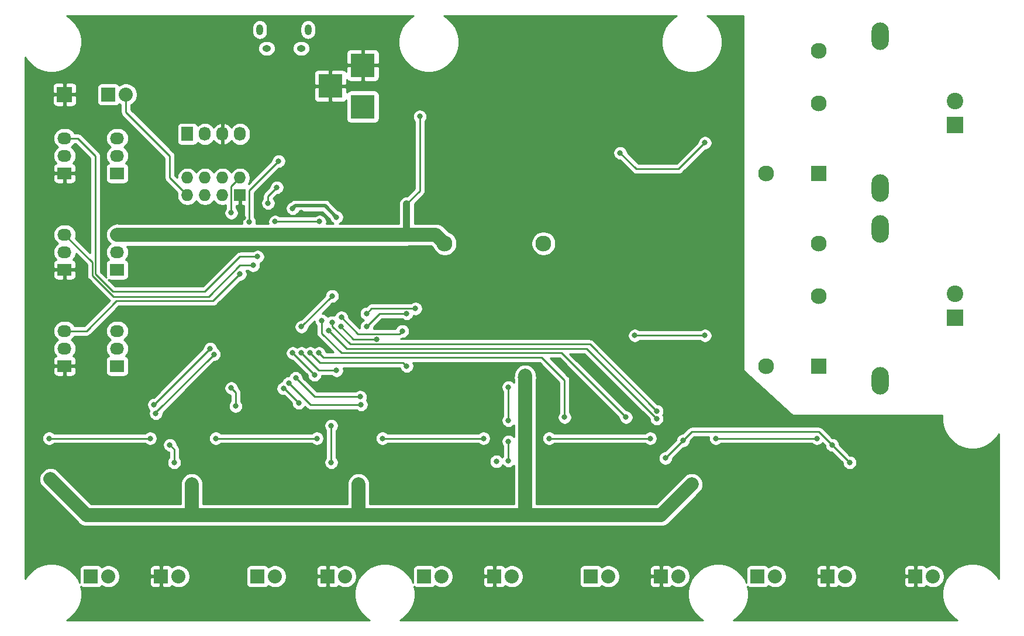
<source format=gbr>
%TF.GenerationSoftware,KiCad,Pcbnew,5.1.6*%
%TF.CreationDate,2020-10-05T22:52:03-04:00*%
%TF.ProjectId,flowerpower,666c6f77-6572-4706-9f77-65722e6b6963,rev?*%
%TF.SameCoordinates,Original*%
%TF.FileFunction,Copper,L2,Bot*%
%TF.FilePolarity,Positive*%
%FSLAX46Y46*%
G04 Gerber Fmt 4.6, Leading zero omitted, Abs format (unit mm)*
G04 Created by KiCad (PCBNEW 5.1.6) date 2020-10-05 22:52:03*
%MOMM*%
%LPD*%
G01*
G04 APERTURE LIST*
%TA.AperFunction,ComponentPad*%
%ADD10O,1.727200X1.727200*%
%TD*%
%TA.AperFunction,ComponentPad*%
%ADD11R,1.727200X1.727200*%
%TD*%
%TA.AperFunction,ComponentPad*%
%ADD12R,2.400000X2.400000*%
%TD*%
%TA.AperFunction,ComponentPad*%
%ADD13C,2.400000*%
%TD*%
%TA.AperFunction,ComponentPad*%
%ADD14O,1.727200X2.032000*%
%TD*%
%TA.AperFunction,ComponentPad*%
%ADD15R,1.727200X2.032000*%
%TD*%
%TA.AperFunction,ComponentPad*%
%ADD16R,2.235200X2.235200*%
%TD*%
%TA.AperFunction,ComponentPad*%
%ADD17C,2.300000*%
%TD*%
%TA.AperFunction,ComponentPad*%
%ADD18R,2.300000X2.300000*%
%TD*%
%TA.AperFunction,ComponentPad*%
%ADD19O,2.032000X2.032000*%
%TD*%
%TA.AperFunction,ComponentPad*%
%ADD20R,2.032000X2.032000*%
%TD*%
%TA.AperFunction,ComponentPad*%
%ADD21O,2.032000X1.727200*%
%TD*%
%TA.AperFunction,ComponentPad*%
%ADD22R,2.032000X1.727200*%
%TD*%
%TA.AperFunction,ComponentPad*%
%ADD23O,1.000000X1.550000*%
%TD*%
%TA.AperFunction,ComponentPad*%
%ADD24O,1.250000X0.950000*%
%TD*%
%TA.AperFunction,ComponentPad*%
%ADD25R,3.500120X3.500120*%
%TD*%
%TA.AperFunction,ComponentPad*%
%ADD26O,2.499360X4.000500*%
%TD*%
%TA.AperFunction,ViaPad*%
%ADD27C,0.800000*%
%TD*%
%TA.AperFunction,Conductor*%
%ADD28C,2.000000*%
%TD*%
%TA.AperFunction,Conductor*%
%ADD29C,0.250000*%
%TD*%
%TA.AperFunction,Conductor*%
%ADD30C,1.000000*%
%TD*%
%TA.AperFunction,Conductor*%
%ADD31C,0.500000*%
%TD*%
%TA.AperFunction,Conductor*%
%ADD32C,0.254000*%
%TD*%
G04 APERTURE END LIST*
D10*
%TO.P,J3,8*%
%TO.N,+3V3*%
X106680000Y-74295000D03*
%TO.P,J3,7*%
%TO.N,/ESP_RX*%
X106680000Y-76835000D03*
%TO.P,J3,6*%
%TO.N,/ESP_RESET*%
X109220000Y-74295000D03*
%TO.P,J3,5*%
%TO.N,Net-(J3-Pad5)*%
X109220000Y-76835000D03*
%TO.P,J3,4*%
%TO.N,+3V3*%
X111760000Y-74295000D03*
%TO.P,J3,3*%
%TO.N,Net-(J3-Pad3)*%
X111760000Y-76835000D03*
%TO.P,J3,2*%
%TO.N,/ESP_TX*%
X114300000Y-74295000D03*
D11*
%TO.P,J3,1*%
%TO.N,GND*%
X114300000Y-76835000D03*
%TD*%
D12*
%TO.P,J16,1*%
%TO.N,Net-(J16-Pad1)*%
X217805000Y-94615000D03*
D13*
%TO.P,J16,2*%
%TO.N,Net-(F2-Pad1)*%
X217805000Y-91115000D03*
%TD*%
D12*
%TO.P,J15,1*%
%TO.N,Net-(J15-Pad1)*%
X217805000Y-66675000D03*
D13*
%TO.P,J15,2*%
%TO.N,Net-(F1-Pad1)*%
X217805000Y-63175000D03*
%TD*%
D14*
%TO.P,J6,4*%
%TO.N,/SWDIO*%
X114300000Y-67945000D03*
%TO.P,J6,3*%
%TO.N,GND*%
X111760000Y-67945000D03*
%TO.P,J6,2*%
%TO.N,/SWCLK*%
X109220000Y-67945000D03*
D15*
%TO.P,J6,1*%
%TO.N,+3V3*%
X106680000Y-67945000D03*
%TD*%
D16*
%TO.P,TP1,1*%
%TO.N,GND*%
X88900000Y-62230000D03*
%TD*%
D17*
%TO.P,L1,2*%
%TO.N,+5V*%
X143930000Y-83820000D03*
%TO.P,L1,1*%
%TO.N,Net-(D1-Pad1)*%
X158230000Y-83820000D03*
%TD*%
D18*
%TO.P,K2,1*%
%TO.N,Net-(D12-Pad2)*%
X198120000Y-101600000D03*
D17*
%TO.P,K2,2*%
%TO.N,Net-(F2-Pad2)*%
X198120000Y-91440000D03*
%TO.P,K2,3*%
%TO.N,Net-(J16-Pad1)*%
X198120000Y-83820000D03*
%TO.P,K2,5*%
%TO.N,+5V*%
X190500000Y-101600000D03*
%TD*%
D18*
%TO.P,K1,1*%
%TO.N,Net-(D10-Pad2)*%
X198120000Y-73660000D03*
D17*
%TO.P,K1,2*%
%TO.N,Net-(F1-Pad2)*%
X198120000Y-63500000D03*
%TO.P,K1,3*%
%TO.N,Net-(J15-Pad1)*%
X198120000Y-55880000D03*
%TO.P,K1,5*%
%TO.N,+5V*%
X190500000Y-73660000D03*
%TD*%
D19*
%TO.P,J24,2*%
%TO.N,Net-(J24-Pad2)*%
X191770000Y-132080000D03*
D20*
%TO.P,J24,1*%
%TO.N,Net-(J24-Pad1)*%
X189230000Y-132080000D03*
%TD*%
D19*
%TO.P,J23,2*%
%TO.N,/Pot 5/INV_IN*%
X201930000Y-132080000D03*
D20*
%TO.P,J23,1*%
%TO.N,GND*%
X199390000Y-132080000D03*
%TD*%
D19*
%TO.P,J22,2*%
%TO.N,Net-(J22-Pad2)*%
X167640000Y-132080000D03*
D20*
%TO.P,J22,1*%
%TO.N,Net-(J22-Pad1)*%
X165100000Y-132080000D03*
%TD*%
D19*
%TO.P,J21,2*%
%TO.N,/Pot 4/INV_IN*%
X177800000Y-132080000D03*
D20*
%TO.P,J21,1*%
%TO.N,GND*%
X175260000Y-132080000D03*
%TD*%
D19*
%TO.P,J20,2*%
%TO.N,Net-(J20-Pad2)*%
X143510000Y-132080000D03*
D20*
%TO.P,J20,1*%
%TO.N,Net-(J20-Pad1)*%
X140970000Y-132080000D03*
%TD*%
D19*
%TO.P,J19,2*%
%TO.N,/Pot 3/INV_IN*%
X153670000Y-132080000D03*
D20*
%TO.P,J19,1*%
%TO.N,GND*%
X151130000Y-132080000D03*
%TD*%
D19*
%TO.P,J18,2*%
%TO.N,Net-(J18-Pad2)*%
X119380000Y-132080000D03*
D20*
%TO.P,J18,1*%
%TO.N,Net-(J18-Pad1)*%
X116840000Y-132080000D03*
%TD*%
D19*
%TO.P,J17,2*%
%TO.N,/Pot 2/INV_IN*%
X129540000Y-132080000D03*
D20*
%TO.P,J17,1*%
%TO.N,GND*%
X127000000Y-132080000D03*
%TD*%
D21*
%TO.P,J14,3*%
%TO.N,/GPIO3*%
X88900000Y-96520000D03*
%TO.P,J14,2*%
%TO.N,Net-(C16-Pad1)*%
X88900000Y-99060000D03*
D22*
%TO.P,J14,1*%
%TO.N,GND*%
X88900000Y-101600000D03*
%TD*%
D21*
%TO.P,J13,3*%
%TO.N,+5V*%
X96520000Y-96520000D03*
%TO.P,J13,2*%
%TO.N,Net-(C16-Pad1)*%
X96520000Y-99060000D03*
D22*
%TO.P,J13,1*%
%TO.N,+3V3*%
X96520000Y-101600000D03*
%TD*%
D21*
%TO.P,J12,3*%
%TO.N,/GPIO2*%
X88900000Y-82550000D03*
%TO.P,J12,2*%
%TO.N,Net-(C15-Pad1)*%
X88900000Y-85090000D03*
D22*
%TO.P,J12,1*%
%TO.N,GND*%
X88900000Y-87630000D03*
%TD*%
D21*
%TO.P,J11,3*%
%TO.N,+5V*%
X96520000Y-82550000D03*
%TO.P,J11,2*%
%TO.N,Net-(C15-Pad1)*%
X96520000Y-85090000D03*
D22*
%TO.P,J11,1*%
%TO.N,+3V3*%
X96520000Y-87630000D03*
%TD*%
D21*
%TO.P,J10,3*%
%TO.N,/GPIO1*%
X88900000Y-68580000D03*
%TO.P,J10,2*%
%TO.N,Net-(C14-Pad1)*%
X88900000Y-71120000D03*
D22*
%TO.P,J10,1*%
%TO.N,GND*%
X88900000Y-73660000D03*
%TD*%
D21*
%TO.P,J9,3*%
%TO.N,+5V*%
X96520000Y-68580000D03*
%TO.P,J9,2*%
%TO.N,Net-(C14-Pad1)*%
X96520000Y-71120000D03*
D22*
%TO.P,J9,1*%
%TO.N,+3V3*%
X96520000Y-73660000D03*
%TD*%
D19*
%TO.P,J8,2*%
%TO.N,Net-(J8-Pad2)*%
X95250000Y-132080000D03*
D20*
%TO.P,J8,1*%
%TO.N,Net-(J8-Pad1)*%
X92710000Y-132080000D03*
%TD*%
D19*
%TO.P,J7,2*%
%TO.N,/Pot 1/INV_IN*%
X105410000Y-132080000D03*
D20*
%TO.P,J7,1*%
%TO.N,GND*%
X102870000Y-132080000D03*
%TD*%
D19*
%TO.P,J5,2*%
%TO.N,Net-(C6-Pad1)*%
X214630000Y-132080000D03*
D20*
%TO.P,J5,1*%
%TO.N,GND*%
X212090000Y-132080000D03*
%TD*%
D23*
%TO.P,J4,6*%
%TO.N,Net-(J4-Pad6)*%
X117150900Y-52837540D03*
X124150900Y-52837540D03*
D24*
X118150900Y-55537540D03*
X123150900Y-55537540D03*
%TD*%
D19*
%TO.P,J2,2*%
%TO.N,/ESP_RX*%
X97790000Y-62230000D03*
D20*
%TO.P,J2,1*%
%TO.N,/ESP_TX*%
X95250000Y-62230000D03*
%TD*%
D25*
%TO.P,J1,1*%
%TO.N,VDC*%
X132080000Y-63985140D03*
%TO.P,J1,2*%
%TO.N,GND*%
X132080000Y-57985660D03*
%TO.P,J1,3*%
X127381000Y-60985400D03*
%TD*%
D26*
%TO.P,F2,1*%
%TO.N,Net-(F2-Pad1)*%
X207010000Y-81709260D03*
%TO.P,F2,2*%
%TO.N,Net-(F2-Pad2)*%
X207010000Y-103710740D03*
%TD*%
%TO.P,F1,1*%
%TO.N,Net-(F1-Pad1)*%
X207010000Y-53769260D03*
%TO.P,F1,2*%
%TO.N,Net-(F1-Pad2)*%
X207010000Y-75770740D03*
%TD*%
D27*
%TO.N,+3V3*%
X153162000Y-104648000D03*
%TO.N,+5V*%
X138430000Y-78105000D03*
X140335000Y-65405000D03*
X169340000Y-70690000D03*
X181610000Y-69215000D03*
X181610000Y-97155000D03*
X171450000Y-97155000D03*
%TO.N,GND*%
X190500000Y-127000000D03*
X175895000Y-119380000D03*
X177165000Y-128270000D03*
X93980000Y-127000000D03*
X118110000Y-127000000D03*
X142240000Y-127000000D03*
X86995000Y-114300000D03*
X86995000Y-115570000D03*
X111125000Y-114300000D03*
X111125000Y-115570000D03*
X111125000Y-116840000D03*
X135255000Y-114300000D03*
X135255000Y-115570000D03*
X135255000Y-116840000D03*
X159385000Y-114300000D03*
X159385000Y-115570000D03*
X159385000Y-116840000D03*
X100965000Y-115570000D03*
X100965000Y-119380000D03*
X100965000Y-114300000D03*
X100965000Y-116840000D03*
X100965000Y-118110000D03*
X125095000Y-115570000D03*
X125095000Y-119380000D03*
X125095000Y-114300000D03*
X125095000Y-116840000D03*
X125095000Y-118110000D03*
X149225000Y-115570000D03*
X149225000Y-119380000D03*
X149225000Y-114300000D03*
X149225000Y-116840000D03*
X149225000Y-118110000D03*
X173355000Y-115570000D03*
X173355000Y-119380000D03*
X173355000Y-114300000D03*
X173355000Y-116840000D03*
X173355000Y-118110000D03*
X183515000Y-115570000D03*
X183515000Y-116840000D03*
X183515000Y-114300000D03*
X118745000Y-57785000D03*
X118110000Y-58420000D03*
X119380000Y-58420000D03*
X150495000Y-53340000D03*
X153670000Y-53340000D03*
X156845000Y-53340000D03*
X160020000Y-53340000D03*
X149669500Y-62674500D03*
X173355000Y-63500000D03*
X173355000Y-66040000D03*
X173355000Y-67945000D03*
X173355000Y-69850000D03*
X173355000Y-71755000D03*
X171041060Y-77878940D03*
X171041060Y-80418940D03*
X171041060Y-82776060D03*
X171640500Y-94424500D03*
X176530000Y-99060000D03*
X176530000Y-71120000D03*
X92964000Y-104394000D03*
X92710000Y-90424000D03*
X182550000Y-121070000D03*
X197485000Y-115570000D03*
X197485000Y-116840000D03*
X197485000Y-114300000D03*
X197485000Y-119380000D03*
X197485000Y-118110000D03*
X85725000Y-116205000D03*
X166370000Y-127000000D03*
X110160000Y-121070000D03*
X134290000Y-121070000D03*
X158420000Y-120955000D03*
X153035000Y-128270000D03*
X151765000Y-119380000D03*
X128905000Y-128270000D03*
X128905000Y-119380000D03*
X104775000Y-128270000D03*
X104775000Y-119380000D03*
X86030000Y-121070000D03*
X213995000Y-128270000D03*
X201295000Y-128270000D03*
X200025000Y-119380000D03*
X131445000Y-103505000D03*
X136525000Y-86995000D03*
X92075000Y-76835000D03*
X129540000Y-74295000D03*
X129540000Y-75565000D03*
X123190000Y-79375000D03*
X107950000Y-87630000D03*
X121285000Y-96520000D03*
X182880000Y-94615000D03*
X182880000Y-66675000D03*
X118110000Y-62230000D03*
X213428160Y-122486840D03*
X103124000Y-78740000D03*
X106680000Y-62230000D03*
X114784847Y-80100010D03*
X109855000Y-80645000D03*
X121920000Y-71755006D03*
X140335000Y-63500000D03*
%TO.N,+3V3*%
X104775000Y-115570000D03*
X104140000Y-113030000D03*
X200025000Y-113030000D03*
X202565000Y-115570000D03*
X175895000Y-114935000D03*
X178435000Y-112395000D03*
X128270000Y-80010000D03*
X121920000Y-78740000D03*
X123190000Y-95885000D03*
X127635000Y-91440000D03*
X151414436Y-115429756D03*
X153162000Y-109474000D03*
%TO.N,/VBUS_SENSE*%
X125820010Y-80645000D03*
X119380000Y-80645000D03*
%TO.N,/BUTTON*%
X115606351Y-80670232D03*
X119888000Y-71882000D03*
%TO.N,Net-(C6-Pad1)*%
X139700000Y-93255000D03*
X132624990Y-93980000D03*
%TO.N,Net-(C12-Pad1)*%
X101290000Y-112070000D03*
X86670000Y-112070000D03*
%TO.N,VDC*%
X87110000Y-117590000D03*
X87110000Y-118630000D03*
X86360000Y-118110000D03*
X106795000Y-118630000D03*
X107835000Y-118630000D03*
X107315000Y-119380000D03*
X130925000Y-118630000D03*
X131965000Y-118630000D03*
X131445000Y-119380000D03*
X155055000Y-118630000D03*
X156095000Y-118630000D03*
X155575000Y-119380000D03*
X179185000Y-118630000D03*
X155575000Y-102616000D03*
X180225000Y-118630000D03*
X179705000Y-119380000D03*
X154940000Y-103251000D03*
X156210000Y-103251000D03*
X155575000Y-103886000D03*
%TO.N,/Pot 2/INV_IN*%
X127508000Y-115570000D03*
X127508000Y-110236000D03*
%TO.N,Net-(C18-Pad1)*%
X125420000Y-112070000D03*
X110800000Y-112070000D03*
%TO.N,/Pot 3/INV_IN*%
X153162000Y-112522000D03*
X153162000Y-115316000D03*
%TO.N,Net-(C21-Pad1)*%
X149550000Y-112070000D03*
X134930000Y-112070000D03*
%TO.N,Net-(C24-Pad1)*%
X173680000Y-112070000D03*
X159060000Y-112070000D03*
%TO.N,Net-(C27-Pad1)*%
X197810000Y-112070000D03*
X183190000Y-112070000D03*
%TO.N,/ESP_TX*%
X113030000Y-79375000D03*
%TO.N,/GPIO1*%
X116840000Y-85725000D03*
%TO.N,/GPIO2*%
X116205000Y-86995000D03*
%TO.N,/GPIO3*%
X114300000Y-88265000D03*
%TO.N,/WATER_ESTOP*%
X138430000Y-93980000D03*
X132624990Y-95885000D03*
%TO.N,/P1W*%
X121920000Y-99695000D03*
X125095000Y-102870000D03*
%TO.N,/P1A*%
X109982000Y-99060000D03*
X101854000Y-107188000D03*
%TO.N,/P1B*%
X110536701Y-99892051D03*
X102108000Y-108458000D03*
%TO.N,/P2W*%
X123190000Y-99695000D03*
X128270000Y-102235000D03*
%TO.N,/P2A*%
X113030000Y-104775000D03*
X113665000Y-107405000D03*
%TO.N,/P2B*%
X122810000Y-106935020D03*
X120577881Y-104847111D03*
%TO.N,/P3W*%
X138430000Y-101600000D03*
X124460000Y-99695000D03*
%TO.N,/P3A*%
X121357101Y-104067899D03*
X131826000Y-107188000D03*
%TO.N,/P3B*%
X122359847Y-103309847D03*
X131699000Y-106045000D03*
%TO.N,/P4W*%
X134075000Y-97700000D03*
X128905000Y-95885000D03*
%TO.N,/P4A*%
X125730000Y-99695000D03*
X161290000Y-109020065D03*
%TO.N,/P4B*%
X126130023Y-95015023D03*
X170180000Y-109020065D03*
%TO.N,/P5W*%
X137795000Y-96520000D03*
X128986421Y-94533579D03*
%TO.N,/P5A*%
X127103532Y-96429990D03*
X174625000Y-109220000D03*
%TO.N,/P5B*%
X127635004Y-95250000D03*
X174648874Y-108120043D03*
%TO.N,/HEARTBEAT*%
X119634000Y-75692000D03*
X118364000Y-77978000D03*
%TD*%
D28*
%TO.N,+5V*%
X143930000Y-83820000D02*
X142660000Y-82550000D01*
D29*
X172310000Y-73025000D02*
X176530000Y-73025000D01*
X171675000Y-73025000D02*
X172720000Y-73025000D01*
X169340000Y-70690000D02*
X171675000Y-73025000D01*
X177800000Y-73025000D02*
X181610000Y-69215000D01*
X176530000Y-73025000D02*
X177800000Y-73025000D01*
X181610000Y-97155000D02*
X171450000Y-97155000D01*
D30*
X138430000Y-78105000D02*
X138430000Y-82550000D01*
D28*
X142660000Y-82550000D02*
X138430000Y-82550000D01*
X96560002Y-82590002D02*
X96520000Y-82550000D01*
X138430000Y-82550000D02*
X138389998Y-82590002D01*
X138389998Y-82590002D02*
X96560002Y-82590002D01*
D29*
X140335000Y-76200000D02*
X138430000Y-78105000D01*
X140335000Y-65405000D02*
X140335000Y-76200000D01*
%TO.N,+3V3*%
X104775000Y-113665000D02*
X104140000Y-113030000D01*
X104775000Y-115570000D02*
X104775000Y-113665000D01*
X200025000Y-113030000D02*
X202565000Y-115570000D01*
X175895000Y-114935000D02*
X177800000Y-113030000D01*
X177800000Y-113030000D02*
X178435000Y-112395000D01*
D31*
X122319999Y-78340001D02*
X126600001Y-78340001D01*
X126600001Y-78340001D02*
X128270000Y-80010000D01*
X121920000Y-78740000D02*
X122319999Y-78340001D01*
D29*
X198120000Y-111125000D02*
X200025000Y-113030000D01*
X179705000Y-111125000D02*
X198120000Y-111125000D01*
X178435000Y-112395000D02*
X179705000Y-111125000D01*
X123190000Y-95885000D02*
X127635000Y-91440000D01*
X151414436Y-115429756D02*
X151414436Y-115285564D01*
X153162000Y-104648000D02*
X153162000Y-109474000D01*
%TO.N,/VBUS_SENSE*%
X125820010Y-80645000D02*
X125254325Y-80645000D01*
X125254325Y-80645000D02*
X119380000Y-80645000D01*
%TO.N,/BUTTON*%
X115606351Y-80670232D02*
X115606351Y-76163649D01*
X115606351Y-76163649D02*
X119888000Y-71882000D01*
%TO.N,Net-(C6-Pad1)*%
X133349990Y-93255000D02*
X132624990Y-93980000D01*
X139700000Y-93255000D02*
X133349990Y-93255000D01*
%TO.N,Net-(C12-Pad1)*%
X101290000Y-112070000D02*
X86670000Y-112070000D01*
D28*
%TO.N,VDC*%
X107315000Y-118745000D02*
X107315000Y-123190000D01*
X131445000Y-118745000D02*
X131445000Y-123190000D01*
X131445000Y-123190000D02*
X107315000Y-123190000D01*
X155575000Y-122555000D02*
X156210000Y-123190000D01*
X155575000Y-119380000D02*
X155575000Y-122555000D01*
X156210000Y-123190000D02*
X131445000Y-123190000D01*
X92075000Y-123190000D02*
X86868000Y-117983000D01*
X107315000Y-123190000D02*
X92075000Y-123190000D01*
X156210000Y-123190000D02*
X175260000Y-123190000D01*
X175260000Y-123190000D02*
X179705000Y-118745000D01*
X155575000Y-109220000D02*
X155575000Y-102997000D01*
X155575000Y-119380000D02*
X155575000Y-109220000D01*
D29*
%TO.N,/Pot 2/INV_IN*%
X127508000Y-115570000D02*
X127508000Y-110236000D01*
%TO.N,Net-(C18-Pad1)*%
X125420000Y-112070000D02*
X110800000Y-112070000D01*
%TO.N,/Pot 3/INV_IN*%
X153162000Y-112522000D02*
X153162000Y-115316000D01*
%TO.N,Net-(C21-Pad1)*%
X149550000Y-112070000D02*
X134930000Y-112070000D01*
%TO.N,Net-(C24-Pad1)*%
X173680000Y-112070000D02*
X159060000Y-112070000D01*
%TO.N,Net-(C27-Pad1)*%
X197810000Y-112070000D02*
X183190000Y-112070000D01*
%TO.N,/ESP_RX*%
X97790000Y-64770000D02*
X104140007Y-71120007D01*
X97790000Y-62230000D02*
X97790000Y-64770000D01*
X104140007Y-74295007D02*
X106680000Y-76835000D01*
X104140007Y-71120007D02*
X104140007Y-74295007D01*
%TO.N,/ESP_TX*%
X114300000Y-74295000D02*
X113030000Y-75565000D01*
X113030000Y-75565000D02*
X113030000Y-79375000D01*
%TO.N,/GPIO1*%
X114300000Y-85725000D02*
X116840000Y-85725000D01*
X95885000Y-90805000D02*
X109220000Y-90805000D01*
X93345000Y-88265000D02*
X95885000Y-90805000D01*
X93345000Y-71120000D02*
X93345000Y-88265000D01*
X109220000Y-90805000D02*
X114300000Y-85725000D01*
X90805000Y-68580000D02*
X93345000Y-71120000D01*
X88900000Y-68580000D02*
X90805000Y-68580000D01*
%TO.N,/GPIO2*%
X109764999Y-91530001D02*
X114300000Y-86995000D01*
X95973591Y-91530001D02*
X109764999Y-91530001D01*
X92894991Y-88451401D02*
X95973591Y-91530001D01*
X92894991Y-86544991D02*
X92894991Y-88451401D01*
X114300000Y-86995000D02*
X116205000Y-86995000D01*
X88900000Y-82550000D02*
X92894991Y-86544991D01*
%TO.N,/GPIO3*%
X110490000Y-92075000D02*
X114300000Y-88265000D01*
X96429999Y-92165001D02*
X110399999Y-92165001D01*
X92075000Y-96520000D02*
X96429999Y-92165001D01*
X110399999Y-92165001D02*
X110490000Y-92075000D01*
X88900000Y-96520000D02*
X92075000Y-96520000D01*
%TO.N,/WATER_ESTOP*%
X138430000Y-93980000D02*
X134529990Y-93980000D01*
X134529990Y-93980000D02*
X132624990Y-95885000D01*
%TO.N,/P1W*%
X124972653Y-102747653D02*
X125095000Y-102870000D01*
X121920000Y-99695000D02*
X124972653Y-102747653D01*
%TO.N,/P1A*%
X109982000Y-99060000D02*
X101854000Y-107188000D01*
%TO.N,/P1B*%
X102108000Y-108320752D02*
X102108000Y-108458000D01*
X110536701Y-99892051D02*
X102108000Y-108320752D01*
%TO.N,/P2W*%
X125730000Y-102235000D02*
X128270000Y-102235000D01*
X123190000Y-99695000D02*
X125730000Y-102235000D01*
%TO.N,/P2A*%
X113665000Y-105410000D02*
X113665000Y-107405000D01*
X113030000Y-104775000D02*
X113665000Y-105410000D01*
%TO.N,/P2B*%
X120722091Y-104847111D02*
X120577881Y-104847111D01*
X122810000Y-106935020D02*
X120722091Y-104847111D01*
%TO.N,/P3W*%
X125857000Y-101092000D02*
X124460000Y-99695000D01*
X137922000Y-101092000D02*
X125857000Y-101092000D01*
X138430000Y-101600000D02*
X137922000Y-101092000D01*
%TO.N,/P3A*%
X124477202Y-107188000D02*
X131826000Y-107188000D01*
X121357101Y-104067899D02*
X124477202Y-107188000D01*
%TO.N,/P3B*%
X122359847Y-103309847D02*
X125095000Y-106045000D01*
X125095000Y-106045000D02*
X131699000Y-106045000D01*
%TO.N,/P4W*%
X130720000Y-97700000D02*
X128905000Y-95885000D01*
X134075000Y-97700000D02*
X130720000Y-97700000D01*
%TO.N,/P4A*%
X161290000Y-103632000D02*
X161290000Y-109020065D01*
X157988000Y-100330000D02*
X161290000Y-103632000D01*
X126365000Y-100330000D02*
X157988000Y-100330000D01*
X125730000Y-99695000D02*
X126365000Y-100330000D01*
%TO.N,/P4B*%
X160854935Y-99695000D02*
X170180000Y-109020065D01*
X126130023Y-96850708D02*
X128974315Y-99695000D01*
X126130023Y-95015023D02*
X126130023Y-96850708D01*
X128974315Y-99695000D02*
X160854935Y-99695000D01*
%TO.N,/P5W*%
X137795000Y-96520000D02*
X137395001Y-96919999D01*
X137395001Y-96919999D02*
X131372841Y-96919999D01*
X131372841Y-96919999D02*
X128986421Y-94533579D01*
%TO.N,/P5A*%
X164465000Y-99060000D02*
X174625000Y-109220000D01*
X129733542Y-99060000D02*
X164465000Y-99060000D01*
X127103532Y-96429990D02*
X129733542Y-99060000D01*
%TO.N,/P5B*%
X164953831Y-98425000D02*
X174648874Y-108120043D01*
X130244319Y-98425000D02*
X164953831Y-98425000D01*
X127635004Y-95815685D02*
X130244319Y-98425000D01*
X127635004Y-95250000D02*
X127635004Y-95815685D01*
%TO.N,/HEARTBEAT*%
X118364000Y-76962000D02*
X118364000Y-77978000D01*
X119634000Y-75692000D02*
X118364000Y-76962000D01*
%TD*%
D32*
%TO.N,GND*%
G36*
X138814825Y-51210162D02*
G01*
X138205162Y-51819825D01*
X137726153Y-52536713D01*
X137396206Y-53333276D01*
X137228000Y-54178903D01*
X137228000Y-55041097D01*
X137396206Y-55886724D01*
X137726153Y-56683287D01*
X138205162Y-57400175D01*
X138814825Y-58009838D01*
X139531713Y-58488847D01*
X140328276Y-58818794D01*
X141173903Y-58987000D01*
X142036097Y-58987000D01*
X142881724Y-58818794D01*
X143678287Y-58488847D01*
X144395175Y-58009838D01*
X145004838Y-57400175D01*
X145483847Y-56683287D01*
X145813794Y-55886724D01*
X145982000Y-55041097D01*
X145982000Y-54178903D01*
X145813794Y-53333276D01*
X145483847Y-52536713D01*
X145004838Y-51819825D01*
X144395175Y-51210162D01*
X143818739Y-50825000D01*
X177491261Y-50825000D01*
X176914825Y-51210162D01*
X176305162Y-51819825D01*
X175826153Y-52536713D01*
X175496206Y-53333276D01*
X175328000Y-54178903D01*
X175328000Y-55041097D01*
X175496206Y-55886724D01*
X175826153Y-56683287D01*
X176305162Y-57400175D01*
X176914825Y-58009838D01*
X177631713Y-58488847D01*
X178428276Y-58818794D01*
X179273903Y-58987000D01*
X180136097Y-58987000D01*
X180981724Y-58818794D01*
X181778287Y-58488847D01*
X182495175Y-58009838D01*
X183104838Y-57400175D01*
X183583847Y-56683287D01*
X183913794Y-55886724D01*
X184082000Y-55041097D01*
X184082000Y-54178903D01*
X183913794Y-53333276D01*
X183583847Y-52536713D01*
X183104838Y-51819825D01*
X182495175Y-51210162D01*
X181918739Y-50825000D01*
X187198000Y-50825000D01*
X187198000Y-102235000D01*
X187200440Y-102259776D01*
X187207667Y-102283601D01*
X187219403Y-102305557D01*
X187239571Y-102328972D01*
X194224571Y-108678972D01*
X194244545Y-108693833D01*
X194267035Y-108704512D01*
X194291176Y-108710597D01*
X194310000Y-108712000D01*
X215983297Y-108712000D01*
X215968000Y-108788903D01*
X215968000Y-109651097D01*
X216136206Y-110496724D01*
X216466153Y-111293287D01*
X216945162Y-112010175D01*
X217554825Y-112619838D01*
X218271713Y-113098847D01*
X219068276Y-113428794D01*
X219913903Y-113597000D01*
X220776097Y-113597000D01*
X221621724Y-113428794D01*
X222418287Y-113098847D01*
X223135175Y-112619838D01*
X223744838Y-112010175D01*
X224130000Y-111433739D01*
X224130000Y-132406261D01*
X223744838Y-131829825D01*
X223135175Y-131220162D01*
X222418287Y-130741153D01*
X221621724Y-130411206D01*
X220776097Y-130243000D01*
X219913903Y-130243000D01*
X219068276Y-130411206D01*
X218271713Y-130741153D01*
X217554825Y-131220162D01*
X216945162Y-131829825D01*
X216466153Y-132546713D01*
X216136206Y-133343276D01*
X215968000Y-134188903D01*
X215968000Y-135051097D01*
X216136206Y-135896724D01*
X216466153Y-136693287D01*
X216945162Y-137410175D01*
X217554825Y-138019838D01*
X218131261Y-138405000D01*
X185728739Y-138405000D01*
X186305175Y-138019838D01*
X186914838Y-137410175D01*
X187393847Y-136693287D01*
X187723794Y-135896724D01*
X187892000Y-135051097D01*
X187892000Y-134188903D01*
X187764654Y-133548695D01*
X187859506Y-133626537D01*
X187969820Y-133685502D01*
X188089518Y-133721812D01*
X188214000Y-133734072D01*
X190246000Y-133734072D01*
X190370482Y-133721812D01*
X190490180Y-133685502D01*
X190600494Y-133626537D01*
X190697185Y-133547185D01*
X190776537Y-133450494D01*
X190795704Y-133414636D01*
X190987958Y-133543097D01*
X191288421Y-133667553D01*
X191607391Y-133731000D01*
X191932609Y-133731000D01*
X192251579Y-133667553D01*
X192552042Y-133543097D01*
X192822451Y-133362415D01*
X193052415Y-133132451D01*
X193076770Y-133096000D01*
X197735928Y-133096000D01*
X197748188Y-133220482D01*
X197784498Y-133340180D01*
X197843463Y-133450494D01*
X197922815Y-133547185D01*
X198019506Y-133626537D01*
X198129820Y-133685502D01*
X198249518Y-133721812D01*
X198374000Y-133734072D01*
X199104250Y-133731000D01*
X199263000Y-133572250D01*
X199263000Y-132207000D01*
X197897750Y-132207000D01*
X197739000Y-132365750D01*
X197735928Y-133096000D01*
X193076770Y-133096000D01*
X193233097Y-132862042D01*
X193357553Y-132561579D01*
X193421000Y-132242609D01*
X193421000Y-131917391D01*
X193357553Y-131598421D01*
X193233097Y-131297958D01*
X193076771Y-131064000D01*
X197735928Y-131064000D01*
X197739000Y-131794250D01*
X197897750Y-131953000D01*
X199263000Y-131953000D01*
X199263000Y-130587750D01*
X199517000Y-130587750D01*
X199517000Y-131953000D01*
X199537000Y-131953000D01*
X199537000Y-132207000D01*
X199517000Y-132207000D01*
X199517000Y-133572250D01*
X199675750Y-133731000D01*
X200406000Y-133734072D01*
X200530482Y-133721812D01*
X200650180Y-133685502D01*
X200760494Y-133626537D01*
X200857185Y-133547185D01*
X200936537Y-133450494D01*
X200955704Y-133414636D01*
X201147958Y-133543097D01*
X201448421Y-133667553D01*
X201767391Y-133731000D01*
X202092609Y-133731000D01*
X202411579Y-133667553D01*
X202712042Y-133543097D01*
X202982451Y-133362415D01*
X203212415Y-133132451D01*
X203236770Y-133096000D01*
X210435928Y-133096000D01*
X210448188Y-133220482D01*
X210484498Y-133340180D01*
X210543463Y-133450494D01*
X210622815Y-133547185D01*
X210719506Y-133626537D01*
X210829820Y-133685502D01*
X210949518Y-133721812D01*
X211074000Y-133734072D01*
X211804250Y-133731000D01*
X211963000Y-133572250D01*
X211963000Y-132207000D01*
X210597750Y-132207000D01*
X210439000Y-132365750D01*
X210435928Y-133096000D01*
X203236770Y-133096000D01*
X203393097Y-132862042D01*
X203517553Y-132561579D01*
X203581000Y-132242609D01*
X203581000Y-131917391D01*
X203517553Y-131598421D01*
X203393097Y-131297958D01*
X203236771Y-131064000D01*
X210435928Y-131064000D01*
X210439000Y-131794250D01*
X210597750Y-131953000D01*
X211963000Y-131953000D01*
X211963000Y-130587750D01*
X212217000Y-130587750D01*
X212217000Y-131953000D01*
X212237000Y-131953000D01*
X212237000Y-132207000D01*
X212217000Y-132207000D01*
X212217000Y-133572250D01*
X212375750Y-133731000D01*
X213106000Y-133734072D01*
X213230482Y-133721812D01*
X213350180Y-133685502D01*
X213460494Y-133626537D01*
X213557185Y-133547185D01*
X213636537Y-133450494D01*
X213655704Y-133414636D01*
X213847958Y-133543097D01*
X214148421Y-133667553D01*
X214467391Y-133731000D01*
X214792609Y-133731000D01*
X215111579Y-133667553D01*
X215412042Y-133543097D01*
X215682451Y-133362415D01*
X215912415Y-133132451D01*
X216093097Y-132862042D01*
X216217553Y-132561579D01*
X216281000Y-132242609D01*
X216281000Y-131917391D01*
X216217553Y-131598421D01*
X216093097Y-131297958D01*
X215912415Y-131027549D01*
X215682451Y-130797585D01*
X215412042Y-130616903D01*
X215111579Y-130492447D01*
X214792609Y-130429000D01*
X214467391Y-130429000D01*
X214148421Y-130492447D01*
X213847958Y-130616903D01*
X213655704Y-130745364D01*
X213636537Y-130709506D01*
X213557185Y-130612815D01*
X213460494Y-130533463D01*
X213350180Y-130474498D01*
X213230482Y-130438188D01*
X213106000Y-130425928D01*
X212375750Y-130429000D01*
X212217000Y-130587750D01*
X211963000Y-130587750D01*
X211804250Y-130429000D01*
X211074000Y-130425928D01*
X210949518Y-130438188D01*
X210829820Y-130474498D01*
X210719506Y-130533463D01*
X210622815Y-130612815D01*
X210543463Y-130709506D01*
X210484498Y-130819820D01*
X210448188Y-130939518D01*
X210435928Y-131064000D01*
X203236771Y-131064000D01*
X203212415Y-131027549D01*
X202982451Y-130797585D01*
X202712042Y-130616903D01*
X202411579Y-130492447D01*
X202092609Y-130429000D01*
X201767391Y-130429000D01*
X201448421Y-130492447D01*
X201147958Y-130616903D01*
X200955704Y-130745364D01*
X200936537Y-130709506D01*
X200857185Y-130612815D01*
X200760494Y-130533463D01*
X200650180Y-130474498D01*
X200530482Y-130438188D01*
X200406000Y-130425928D01*
X199675750Y-130429000D01*
X199517000Y-130587750D01*
X199263000Y-130587750D01*
X199104250Y-130429000D01*
X198374000Y-130425928D01*
X198249518Y-130438188D01*
X198129820Y-130474498D01*
X198019506Y-130533463D01*
X197922815Y-130612815D01*
X197843463Y-130709506D01*
X197784498Y-130819820D01*
X197748188Y-130939518D01*
X197735928Y-131064000D01*
X193076771Y-131064000D01*
X193052415Y-131027549D01*
X192822451Y-130797585D01*
X192552042Y-130616903D01*
X192251579Y-130492447D01*
X191932609Y-130429000D01*
X191607391Y-130429000D01*
X191288421Y-130492447D01*
X190987958Y-130616903D01*
X190795704Y-130745364D01*
X190776537Y-130709506D01*
X190697185Y-130612815D01*
X190600494Y-130533463D01*
X190490180Y-130474498D01*
X190370482Y-130438188D01*
X190246000Y-130425928D01*
X188214000Y-130425928D01*
X188089518Y-130438188D01*
X187969820Y-130474498D01*
X187859506Y-130533463D01*
X187762815Y-130612815D01*
X187683463Y-130709506D01*
X187624498Y-130819820D01*
X187588188Y-130939518D01*
X187575928Y-131064000D01*
X187575928Y-132986296D01*
X187393847Y-132546713D01*
X186914838Y-131829825D01*
X186305175Y-131220162D01*
X185588287Y-130741153D01*
X184791724Y-130411206D01*
X183946097Y-130243000D01*
X183083903Y-130243000D01*
X182238276Y-130411206D01*
X181441713Y-130741153D01*
X180724825Y-131220162D01*
X180115162Y-131829825D01*
X179636153Y-132546713D01*
X179306206Y-133343276D01*
X179138000Y-134188903D01*
X179138000Y-135051097D01*
X179306206Y-135896724D01*
X179636153Y-136693287D01*
X180115162Y-137410175D01*
X180724825Y-138019838D01*
X181301261Y-138405000D01*
X137468739Y-138405000D01*
X138045175Y-138019838D01*
X138654838Y-137410175D01*
X139133847Y-136693287D01*
X139463794Y-135896724D01*
X139632000Y-135051097D01*
X139632000Y-134188903D01*
X139504654Y-133548695D01*
X139599506Y-133626537D01*
X139709820Y-133685502D01*
X139829518Y-133721812D01*
X139954000Y-133734072D01*
X141986000Y-133734072D01*
X142110482Y-133721812D01*
X142230180Y-133685502D01*
X142340494Y-133626537D01*
X142437185Y-133547185D01*
X142516537Y-133450494D01*
X142535704Y-133414636D01*
X142727958Y-133543097D01*
X143028421Y-133667553D01*
X143347391Y-133731000D01*
X143672609Y-133731000D01*
X143991579Y-133667553D01*
X144292042Y-133543097D01*
X144562451Y-133362415D01*
X144792415Y-133132451D01*
X144816770Y-133096000D01*
X149475928Y-133096000D01*
X149488188Y-133220482D01*
X149524498Y-133340180D01*
X149583463Y-133450494D01*
X149662815Y-133547185D01*
X149759506Y-133626537D01*
X149869820Y-133685502D01*
X149989518Y-133721812D01*
X150114000Y-133734072D01*
X150844250Y-133731000D01*
X151003000Y-133572250D01*
X151003000Y-132207000D01*
X149637750Y-132207000D01*
X149479000Y-132365750D01*
X149475928Y-133096000D01*
X144816770Y-133096000D01*
X144973097Y-132862042D01*
X145097553Y-132561579D01*
X145161000Y-132242609D01*
X145161000Y-131917391D01*
X145097553Y-131598421D01*
X144973097Y-131297958D01*
X144816771Y-131064000D01*
X149475928Y-131064000D01*
X149479000Y-131794250D01*
X149637750Y-131953000D01*
X151003000Y-131953000D01*
X151003000Y-130587750D01*
X151257000Y-130587750D01*
X151257000Y-131953000D01*
X151277000Y-131953000D01*
X151277000Y-132207000D01*
X151257000Y-132207000D01*
X151257000Y-133572250D01*
X151415750Y-133731000D01*
X152146000Y-133734072D01*
X152270482Y-133721812D01*
X152390180Y-133685502D01*
X152500494Y-133626537D01*
X152597185Y-133547185D01*
X152676537Y-133450494D01*
X152695704Y-133414636D01*
X152887958Y-133543097D01*
X153188421Y-133667553D01*
X153507391Y-133731000D01*
X153832609Y-133731000D01*
X154151579Y-133667553D01*
X154452042Y-133543097D01*
X154722451Y-133362415D01*
X154952415Y-133132451D01*
X155133097Y-132862042D01*
X155257553Y-132561579D01*
X155321000Y-132242609D01*
X155321000Y-131917391D01*
X155257553Y-131598421D01*
X155133097Y-131297958D01*
X154976771Y-131064000D01*
X163445928Y-131064000D01*
X163445928Y-133096000D01*
X163458188Y-133220482D01*
X163494498Y-133340180D01*
X163553463Y-133450494D01*
X163632815Y-133547185D01*
X163729506Y-133626537D01*
X163839820Y-133685502D01*
X163959518Y-133721812D01*
X164084000Y-133734072D01*
X166116000Y-133734072D01*
X166240482Y-133721812D01*
X166360180Y-133685502D01*
X166470494Y-133626537D01*
X166567185Y-133547185D01*
X166646537Y-133450494D01*
X166665704Y-133414636D01*
X166857958Y-133543097D01*
X167158421Y-133667553D01*
X167477391Y-133731000D01*
X167802609Y-133731000D01*
X168121579Y-133667553D01*
X168422042Y-133543097D01*
X168692451Y-133362415D01*
X168922415Y-133132451D01*
X168946770Y-133096000D01*
X173605928Y-133096000D01*
X173618188Y-133220482D01*
X173654498Y-133340180D01*
X173713463Y-133450494D01*
X173792815Y-133547185D01*
X173889506Y-133626537D01*
X173999820Y-133685502D01*
X174119518Y-133721812D01*
X174244000Y-133734072D01*
X174974250Y-133731000D01*
X175133000Y-133572250D01*
X175133000Y-132207000D01*
X173767750Y-132207000D01*
X173609000Y-132365750D01*
X173605928Y-133096000D01*
X168946770Y-133096000D01*
X169103097Y-132862042D01*
X169227553Y-132561579D01*
X169291000Y-132242609D01*
X169291000Y-131917391D01*
X169227553Y-131598421D01*
X169103097Y-131297958D01*
X168946771Y-131064000D01*
X173605928Y-131064000D01*
X173609000Y-131794250D01*
X173767750Y-131953000D01*
X175133000Y-131953000D01*
X175133000Y-130587750D01*
X175387000Y-130587750D01*
X175387000Y-131953000D01*
X175407000Y-131953000D01*
X175407000Y-132207000D01*
X175387000Y-132207000D01*
X175387000Y-133572250D01*
X175545750Y-133731000D01*
X176276000Y-133734072D01*
X176400482Y-133721812D01*
X176520180Y-133685502D01*
X176630494Y-133626537D01*
X176727185Y-133547185D01*
X176806537Y-133450494D01*
X176825704Y-133414636D01*
X177017958Y-133543097D01*
X177318421Y-133667553D01*
X177637391Y-133731000D01*
X177962609Y-133731000D01*
X178281579Y-133667553D01*
X178582042Y-133543097D01*
X178852451Y-133362415D01*
X179082415Y-133132451D01*
X179263097Y-132862042D01*
X179387553Y-132561579D01*
X179451000Y-132242609D01*
X179451000Y-131917391D01*
X179387553Y-131598421D01*
X179263097Y-131297958D01*
X179082415Y-131027549D01*
X178852451Y-130797585D01*
X178582042Y-130616903D01*
X178281579Y-130492447D01*
X177962609Y-130429000D01*
X177637391Y-130429000D01*
X177318421Y-130492447D01*
X177017958Y-130616903D01*
X176825704Y-130745364D01*
X176806537Y-130709506D01*
X176727185Y-130612815D01*
X176630494Y-130533463D01*
X176520180Y-130474498D01*
X176400482Y-130438188D01*
X176276000Y-130425928D01*
X175545750Y-130429000D01*
X175387000Y-130587750D01*
X175133000Y-130587750D01*
X174974250Y-130429000D01*
X174244000Y-130425928D01*
X174119518Y-130438188D01*
X173999820Y-130474498D01*
X173889506Y-130533463D01*
X173792815Y-130612815D01*
X173713463Y-130709506D01*
X173654498Y-130819820D01*
X173618188Y-130939518D01*
X173605928Y-131064000D01*
X168946771Y-131064000D01*
X168922415Y-131027549D01*
X168692451Y-130797585D01*
X168422042Y-130616903D01*
X168121579Y-130492447D01*
X167802609Y-130429000D01*
X167477391Y-130429000D01*
X167158421Y-130492447D01*
X166857958Y-130616903D01*
X166665704Y-130745364D01*
X166646537Y-130709506D01*
X166567185Y-130612815D01*
X166470494Y-130533463D01*
X166360180Y-130474498D01*
X166240482Y-130438188D01*
X166116000Y-130425928D01*
X164084000Y-130425928D01*
X163959518Y-130438188D01*
X163839820Y-130474498D01*
X163729506Y-130533463D01*
X163632815Y-130612815D01*
X163553463Y-130709506D01*
X163494498Y-130819820D01*
X163458188Y-130939518D01*
X163445928Y-131064000D01*
X154976771Y-131064000D01*
X154952415Y-131027549D01*
X154722451Y-130797585D01*
X154452042Y-130616903D01*
X154151579Y-130492447D01*
X153832609Y-130429000D01*
X153507391Y-130429000D01*
X153188421Y-130492447D01*
X152887958Y-130616903D01*
X152695704Y-130745364D01*
X152676537Y-130709506D01*
X152597185Y-130612815D01*
X152500494Y-130533463D01*
X152390180Y-130474498D01*
X152270482Y-130438188D01*
X152146000Y-130425928D01*
X151415750Y-130429000D01*
X151257000Y-130587750D01*
X151003000Y-130587750D01*
X150844250Y-130429000D01*
X150114000Y-130425928D01*
X149989518Y-130438188D01*
X149869820Y-130474498D01*
X149759506Y-130533463D01*
X149662815Y-130612815D01*
X149583463Y-130709506D01*
X149524498Y-130819820D01*
X149488188Y-130939518D01*
X149475928Y-131064000D01*
X144816771Y-131064000D01*
X144792415Y-131027549D01*
X144562451Y-130797585D01*
X144292042Y-130616903D01*
X143991579Y-130492447D01*
X143672609Y-130429000D01*
X143347391Y-130429000D01*
X143028421Y-130492447D01*
X142727958Y-130616903D01*
X142535704Y-130745364D01*
X142516537Y-130709506D01*
X142437185Y-130612815D01*
X142340494Y-130533463D01*
X142230180Y-130474498D01*
X142110482Y-130438188D01*
X141986000Y-130425928D01*
X139954000Y-130425928D01*
X139829518Y-130438188D01*
X139709820Y-130474498D01*
X139599506Y-130533463D01*
X139502815Y-130612815D01*
X139423463Y-130709506D01*
X139364498Y-130819820D01*
X139328188Y-130939518D01*
X139315928Y-131064000D01*
X139315928Y-132986296D01*
X139133847Y-132546713D01*
X138654838Y-131829825D01*
X138045175Y-131220162D01*
X137328287Y-130741153D01*
X136531724Y-130411206D01*
X135686097Y-130243000D01*
X134823903Y-130243000D01*
X133978276Y-130411206D01*
X133181713Y-130741153D01*
X132464825Y-131220162D01*
X131855162Y-131829825D01*
X131376153Y-132546713D01*
X131046206Y-133343276D01*
X130878000Y-134188903D01*
X130878000Y-135051097D01*
X131046206Y-135896724D01*
X131376153Y-136693287D01*
X131855162Y-137410175D01*
X132464825Y-138019838D01*
X133041261Y-138405000D01*
X89208739Y-138405000D01*
X89785175Y-138019838D01*
X90394838Y-137410175D01*
X90873847Y-136693287D01*
X91203794Y-135896724D01*
X91372000Y-135051097D01*
X91372000Y-134188903D01*
X91244654Y-133548695D01*
X91339506Y-133626537D01*
X91449820Y-133685502D01*
X91569518Y-133721812D01*
X91694000Y-133734072D01*
X93726000Y-133734072D01*
X93850482Y-133721812D01*
X93970180Y-133685502D01*
X94080494Y-133626537D01*
X94177185Y-133547185D01*
X94256537Y-133450494D01*
X94275704Y-133414636D01*
X94467958Y-133543097D01*
X94768421Y-133667553D01*
X95087391Y-133731000D01*
X95412609Y-133731000D01*
X95731579Y-133667553D01*
X96032042Y-133543097D01*
X96302451Y-133362415D01*
X96532415Y-133132451D01*
X96556770Y-133096000D01*
X101215928Y-133096000D01*
X101228188Y-133220482D01*
X101264498Y-133340180D01*
X101323463Y-133450494D01*
X101402815Y-133547185D01*
X101499506Y-133626537D01*
X101609820Y-133685502D01*
X101729518Y-133721812D01*
X101854000Y-133734072D01*
X102584250Y-133731000D01*
X102743000Y-133572250D01*
X102743000Y-132207000D01*
X101377750Y-132207000D01*
X101219000Y-132365750D01*
X101215928Y-133096000D01*
X96556770Y-133096000D01*
X96713097Y-132862042D01*
X96837553Y-132561579D01*
X96901000Y-132242609D01*
X96901000Y-131917391D01*
X96837553Y-131598421D01*
X96713097Y-131297958D01*
X96556771Y-131064000D01*
X101215928Y-131064000D01*
X101219000Y-131794250D01*
X101377750Y-131953000D01*
X102743000Y-131953000D01*
X102743000Y-130587750D01*
X102997000Y-130587750D01*
X102997000Y-131953000D01*
X103017000Y-131953000D01*
X103017000Y-132207000D01*
X102997000Y-132207000D01*
X102997000Y-133572250D01*
X103155750Y-133731000D01*
X103886000Y-133734072D01*
X104010482Y-133721812D01*
X104130180Y-133685502D01*
X104240494Y-133626537D01*
X104337185Y-133547185D01*
X104416537Y-133450494D01*
X104435704Y-133414636D01*
X104627958Y-133543097D01*
X104928421Y-133667553D01*
X105247391Y-133731000D01*
X105572609Y-133731000D01*
X105891579Y-133667553D01*
X106192042Y-133543097D01*
X106462451Y-133362415D01*
X106692415Y-133132451D01*
X106873097Y-132862042D01*
X106997553Y-132561579D01*
X107061000Y-132242609D01*
X107061000Y-131917391D01*
X106997553Y-131598421D01*
X106873097Y-131297958D01*
X106716771Y-131064000D01*
X115185928Y-131064000D01*
X115185928Y-133096000D01*
X115198188Y-133220482D01*
X115234498Y-133340180D01*
X115293463Y-133450494D01*
X115372815Y-133547185D01*
X115469506Y-133626537D01*
X115579820Y-133685502D01*
X115699518Y-133721812D01*
X115824000Y-133734072D01*
X117856000Y-133734072D01*
X117980482Y-133721812D01*
X118100180Y-133685502D01*
X118210494Y-133626537D01*
X118307185Y-133547185D01*
X118386537Y-133450494D01*
X118405704Y-133414636D01*
X118597958Y-133543097D01*
X118898421Y-133667553D01*
X119217391Y-133731000D01*
X119542609Y-133731000D01*
X119861579Y-133667553D01*
X120162042Y-133543097D01*
X120432451Y-133362415D01*
X120662415Y-133132451D01*
X120686770Y-133096000D01*
X125345928Y-133096000D01*
X125358188Y-133220482D01*
X125394498Y-133340180D01*
X125453463Y-133450494D01*
X125532815Y-133547185D01*
X125629506Y-133626537D01*
X125739820Y-133685502D01*
X125859518Y-133721812D01*
X125984000Y-133734072D01*
X126714250Y-133731000D01*
X126873000Y-133572250D01*
X126873000Y-132207000D01*
X125507750Y-132207000D01*
X125349000Y-132365750D01*
X125345928Y-133096000D01*
X120686770Y-133096000D01*
X120843097Y-132862042D01*
X120967553Y-132561579D01*
X121031000Y-132242609D01*
X121031000Y-131917391D01*
X120967553Y-131598421D01*
X120843097Y-131297958D01*
X120686771Y-131064000D01*
X125345928Y-131064000D01*
X125349000Y-131794250D01*
X125507750Y-131953000D01*
X126873000Y-131953000D01*
X126873000Y-130587750D01*
X127127000Y-130587750D01*
X127127000Y-131953000D01*
X127147000Y-131953000D01*
X127147000Y-132207000D01*
X127127000Y-132207000D01*
X127127000Y-133572250D01*
X127285750Y-133731000D01*
X128016000Y-133734072D01*
X128140482Y-133721812D01*
X128260180Y-133685502D01*
X128370494Y-133626537D01*
X128467185Y-133547185D01*
X128546537Y-133450494D01*
X128565704Y-133414636D01*
X128757958Y-133543097D01*
X129058421Y-133667553D01*
X129377391Y-133731000D01*
X129702609Y-133731000D01*
X130021579Y-133667553D01*
X130322042Y-133543097D01*
X130592451Y-133362415D01*
X130822415Y-133132451D01*
X131003097Y-132862042D01*
X131127553Y-132561579D01*
X131191000Y-132242609D01*
X131191000Y-131917391D01*
X131127553Y-131598421D01*
X131003097Y-131297958D01*
X130822415Y-131027549D01*
X130592451Y-130797585D01*
X130322042Y-130616903D01*
X130021579Y-130492447D01*
X129702609Y-130429000D01*
X129377391Y-130429000D01*
X129058421Y-130492447D01*
X128757958Y-130616903D01*
X128565704Y-130745364D01*
X128546537Y-130709506D01*
X128467185Y-130612815D01*
X128370494Y-130533463D01*
X128260180Y-130474498D01*
X128140482Y-130438188D01*
X128016000Y-130425928D01*
X127285750Y-130429000D01*
X127127000Y-130587750D01*
X126873000Y-130587750D01*
X126714250Y-130429000D01*
X125984000Y-130425928D01*
X125859518Y-130438188D01*
X125739820Y-130474498D01*
X125629506Y-130533463D01*
X125532815Y-130612815D01*
X125453463Y-130709506D01*
X125394498Y-130819820D01*
X125358188Y-130939518D01*
X125345928Y-131064000D01*
X120686771Y-131064000D01*
X120662415Y-131027549D01*
X120432451Y-130797585D01*
X120162042Y-130616903D01*
X119861579Y-130492447D01*
X119542609Y-130429000D01*
X119217391Y-130429000D01*
X118898421Y-130492447D01*
X118597958Y-130616903D01*
X118405704Y-130745364D01*
X118386537Y-130709506D01*
X118307185Y-130612815D01*
X118210494Y-130533463D01*
X118100180Y-130474498D01*
X117980482Y-130438188D01*
X117856000Y-130425928D01*
X115824000Y-130425928D01*
X115699518Y-130438188D01*
X115579820Y-130474498D01*
X115469506Y-130533463D01*
X115372815Y-130612815D01*
X115293463Y-130709506D01*
X115234498Y-130819820D01*
X115198188Y-130939518D01*
X115185928Y-131064000D01*
X106716771Y-131064000D01*
X106692415Y-131027549D01*
X106462451Y-130797585D01*
X106192042Y-130616903D01*
X105891579Y-130492447D01*
X105572609Y-130429000D01*
X105247391Y-130429000D01*
X104928421Y-130492447D01*
X104627958Y-130616903D01*
X104435704Y-130745364D01*
X104416537Y-130709506D01*
X104337185Y-130612815D01*
X104240494Y-130533463D01*
X104130180Y-130474498D01*
X104010482Y-130438188D01*
X103886000Y-130425928D01*
X103155750Y-130429000D01*
X102997000Y-130587750D01*
X102743000Y-130587750D01*
X102584250Y-130429000D01*
X101854000Y-130425928D01*
X101729518Y-130438188D01*
X101609820Y-130474498D01*
X101499506Y-130533463D01*
X101402815Y-130612815D01*
X101323463Y-130709506D01*
X101264498Y-130819820D01*
X101228188Y-130939518D01*
X101215928Y-131064000D01*
X96556771Y-131064000D01*
X96532415Y-131027549D01*
X96302451Y-130797585D01*
X96032042Y-130616903D01*
X95731579Y-130492447D01*
X95412609Y-130429000D01*
X95087391Y-130429000D01*
X94768421Y-130492447D01*
X94467958Y-130616903D01*
X94275704Y-130745364D01*
X94256537Y-130709506D01*
X94177185Y-130612815D01*
X94080494Y-130533463D01*
X93970180Y-130474498D01*
X93850482Y-130438188D01*
X93726000Y-130425928D01*
X91694000Y-130425928D01*
X91569518Y-130438188D01*
X91449820Y-130474498D01*
X91339506Y-130533463D01*
X91242815Y-130612815D01*
X91163463Y-130709506D01*
X91104498Y-130819820D01*
X91068188Y-130939518D01*
X91055928Y-131064000D01*
X91055928Y-132986296D01*
X90873847Y-132546713D01*
X90394838Y-131829825D01*
X89785175Y-131220162D01*
X89068287Y-130741153D01*
X88271724Y-130411206D01*
X87426097Y-130243000D01*
X86563903Y-130243000D01*
X85718276Y-130411206D01*
X84921713Y-130741153D01*
X84204825Y-131220162D01*
X83595162Y-131829825D01*
X83210000Y-132406261D01*
X83210000Y-117983000D01*
X85225089Y-117983000D01*
X85256658Y-118303516D01*
X85350148Y-118611714D01*
X85501970Y-118895752D01*
X85655085Y-119082323D01*
X90862080Y-124289319D01*
X90913286Y-124351714D01*
X91162248Y-124556031D01*
X91446285Y-124707852D01*
X91754484Y-124801343D01*
X91994678Y-124825000D01*
X91994680Y-124825000D01*
X92074999Y-124832911D01*
X92155319Y-124825000D01*
X107234678Y-124825000D01*
X107315000Y-124832911D01*
X107395322Y-124825000D01*
X131364678Y-124825000D01*
X131445000Y-124832911D01*
X131525322Y-124825000D01*
X156129678Y-124825000D01*
X156210000Y-124832911D01*
X156290322Y-124825000D01*
X175179681Y-124825000D01*
X175260000Y-124832911D01*
X175340319Y-124825000D01*
X175340322Y-124825000D01*
X175580516Y-124801343D01*
X175888715Y-124707852D01*
X176172752Y-124556031D01*
X176421714Y-124351714D01*
X176472925Y-124289313D01*
X180917915Y-119844324D01*
X181071030Y-119657753D01*
X181222851Y-119373716D01*
X181316342Y-119065517D01*
X181347911Y-118745001D01*
X181316342Y-118424484D01*
X181222851Y-118116286D01*
X181071030Y-117832248D01*
X180866713Y-117583287D01*
X180617752Y-117378970D01*
X180333714Y-117227149D01*
X180025516Y-117133658D01*
X179704999Y-117102089D01*
X179384483Y-117133658D01*
X179076284Y-117227149D01*
X178792247Y-117378970D01*
X178605676Y-117532085D01*
X174582762Y-121555000D01*
X157210000Y-121555000D01*
X157210000Y-114833061D01*
X174860000Y-114833061D01*
X174860000Y-115036939D01*
X174899774Y-115236898D01*
X174977795Y-115425256D01*
X175091063Y-115594774D01*
X175235226Y-115738937D01*
X175404744Y-115852205D01*
X175593102Y-115930226D01*
X175793061Y-115970000D01*
X175996939Y-115970000D01*
X176196898Y-115930226D01*
X176385256Y-115852205D01*
X176554774Y-115738937D01*
X176698937Y-115594774D01*
X176812205Y-115425256D01*
X176890226Y-115236898D01*
X176930000Y-115036939D01*
X176930000Y-114974801D01*
X178363799Y-113541003D01*
X178363803Y-113540998D01*
X178474801Y-113430000D01*
X178536939Y-113430000D01*
X178736898Y-113390226D01*
X178925256Y-113312205D01*
X179094774Y-113198937D01*
X179238937Y-113054774D01*
X179352205Y-112885256D01*
X179430226Y-112696898D01*
X179470000Y-112496939D01*
X179470000Y-112434801D01*
X180019802Y-111885000D01*
X182171522Y-111885000D01*
X182155000Y-111968061D01*
X182155000Y-112171939D01*
X182194774Y-112371898D01*
X182272795Y-112560256D01*
X182386063Y-112729774D01*
X182530226Y-112873937D01*
X182699744Y-112987205D01*
X182888102Y-113065226D01*
X183088061Y-113105000D01*
X183291939Y-113105000D01*
X183491898Y-113065226D01*
X183680256Y-112987205D01*
X183849774Y-112873937D01*
X183893711Y-112830000D01*
X197106289Y-112830000D01*
X197150226Y-112873937D01*
X197319744Y-112987205D01*
X197508102Y-113065226D01*
X197708061Y-113105000D01*
X197911939Y-113105000D01*
X198111898Y-113065226D01*
X198300256Y-112987205D01*
X198469774Y-112873937D01*
X198613937Y-112729774D01*
X198628371Y-112708172D01*
X198990000Y-113069802D01*
X198990000Y-113131939D01*
X199029774Y-113331898D01*
X199107795Y-113520256D01*
X199221063Y-113689774D01*
X199365226Y-113833937D01*
X199534744Y-113947205D01*
X199723102Y-114025226D01*
X199923061Y-114065000D01*
X199985199Y-114065000D01*
X201530000Y-115609803D01*
X201530000Y-115671939D01*
X201569774Y-115871898D01*
X201647795Y-116060256D01*
X201761063Y-116229774D01*
X201905226Y-116373937D01*
X202074744Y-116487205D01*
X202263102Y-116565226D01*
X202463061Y-116605000D01*
X202666939Y-116605000D01*
X202866898Y-116565226D01*
X203055256Y-116487205D01*
X203224774Y-116373937D01*
X203368937Y-116229774D01*
X203482205Y-116060256D01*
X203560226Y-115871898D01*
X203600000Y-115671939D01*
X203600000Y-115468061D01*
X203560226Y-115268102D01*
X203482205Y-115079744D01*
X203368937Y-114910226D01*
X203224774Y-114766063D01*
X203055256Y-114652795D01*
X202866898Y-114574774D01*
X202666939Y-114535000D01*
X202604803Y-114535000D01*
X201060000Y-112990199D01*
X201060000Y-112928061D01*
X201020226Y-112728102D01*
X200942205Y-112539744D01*
X200828937Y-112370226D01*
X200684774Y-112226063D01*
X200515256Y-112112795D01*
X200326898Y-112034774D01*
X200126939Y-111995000D01*
X200064802Y-111995000D01*
X198683804Y-110614003D01*
X198660001Y-110584999D01*
X198544276Y-110490026D01*
X198412247Y-110419454D01*
X198268986Y-110375997D01*
X198157333Y-110365000D01*
X198157322Y-110365000D01*
X198120000Y-110361324D01*
X198082678Y-110365000D01*
X179742322Y-110365000D01*
X179704999Y-110361324D01*
X179667676Y-110365000D01*
X179667667Y-110365000D01*
X179556014Y-110375997D01*
X179412753Y-110419454D01*
X179280724Y-110490026D01*
X179164999Y-110584999D01*
X179141201Y-110613997D01*
X178395199Y-111360000D01*
X178333061Y-111360000D01*
X178133102Y-111399774D01*
X177944744Y-111477795D01*
X177775226Y-111591063D01*
X177631063Y-111735226D01*
X177517795Y-111904744D01*
X177439774Y-112093102D01*
X177400000Y-112293061D01*
X177400000Y-112355199D01*
X177289002Y-112466197D01*
X177288997Y-112466201D01*
X175855199Y-113900000D01*
X175793061Y-113900000D01*
X175593102Y-113939774D01*
X175404744Y-114017795D01*
X175235226Y-114131063D01*
X175091063Y-114275226D01*
X174977795Y-114444744D01*
X174899774Y-114633102D01*
X174860000Y-114833061D01*
X157210000Y-114833061D01*
X157210000Y-111968061D01*
X158025000Y-111968061D01*
X158025000Y-112171939D01*
X158064774Y-112371898D01*
X158142795Y-112560256D01*
X158256063Y-112729774D01*
X158400226Y-112873937D01*
X158569744Y-112987205D01*
X158758102Y-113065226D01*
X158958061Y-113105000D01*
X159161939Y-113105000D01*
X159361898Y-113065226D01*
X159550256Y-112987205D01*
X159719774Y-112873937D01*
X159763711Y-112830000D01*
X172976289Y-112830000D01*
X173020226Y-112873937D01*
X173189744Y-112987205D01*
X173378102Y-113065226D01*
X173578061Y-113105000D01*
X173781939Y-113105000D01*
X173981898Y-113065226D01*
X174170256Y-112987205D01*
X174339774Y-112873937D01*
X174483937Y-112729774D01*
X174597205Y-112560256D01*
X174675226Y-112371898D01*
X174715000Y-112171939D01*
X174715000Y-111968061D01*
X174675226Y-111768102D01*
X174597205Y-111579744D01*
X174483937Y-111410226D01*
X174339774Y-111266063D01*
X174170256Y-111152795D01*
X173981898Y-111074774D01*
X173781939Y-111035000D01*
X173578061Y-111035000D01*
X173378102Y-111074774D01*
X173189744Y-111152795D01*
X173020226Y-111266063D01*
X172976289Y-111310000D01*
X159763711Y-111310000D01*
X159719774Y-111266063D01*
X159550256Y-111152795D01*
X159361898Y-111074774D01*
X159161939Y-111035000D01*
X158958061Y-111035000D01*
X158758102Y-111074774D01*
X158569744Y-111152795D01*
X158400226Y-111266063D01*
X158256063Y-111410226D01*
X158142795Y-111579744D01*
X158064774Y-111768102D01*
X158025000Y-111968061D01*
X157210000Y-111968061D01*
X157210000Y-103528897D01*
X157245000Y-103352939D01*
X157245000Y-103149061D01*
X157210000Y-102973103D01*
X157210000Y-102916678D01*
X157186343Y-102676484D01*
X157092852Y-102368285D01*
X156941031Y-102084248D01*
X156736714Y-101835286D01*
X156487752Y-101630969D01*
X156203715Y-101479148D01*
X155895516Y-101385657D01*
X155575000Y-101354089D01*
X155254485Y-101385657D01*
X154946286Y-101479148D01*
X154662249Y-101630969D01*
X154413287Y-101835286D01*
X154208970Y-102084248D01*
X154057149Y-102368285D01*
X153963658Y-102676484D01*
X153940001Y-102916678D01*
X153940001Y-102973098D01*
X153905000Y-103149061D01*
X153905000Y-103352939D01*
X153940001Y-103528902D01*
X153940001Y-103962290D01*
X153821774Y-103844063D01*
X153652256Y-103730795D01*
X153463898Y-103652774D01*
X153263939Y-103613000D01*
X153060061Y-103613000D01*
X152860102Y-103652774D01*
X152671744Y-103730795D01*
X152502226Y-103844063D01*
X152358063Y-103988226D01*
X152244795Y-104157744D01*
X152166774Y-104346102D01*
X152127000Y-104546061D01*
X152127000Y-104749939D01*
X152166774Y-104949898D01*
X152244795Y-105138256D01*
X152358063Y-105307774D01*
X152402000Y-105351711D01*
X152402001Y-108770288D01*
X152358063Y-108814226D01*
X152244795Y-108983744D01*
X152166774Y-109172102D01*
X152127000Y-109372061D01*
X152127000Y-109575939D01*
X152166774Y-109775898D01*
X152244795Y-109964256D01*
X152358063Y-110133774D01*
X152502226Y-110277937D01*
X152671744Y-110391205D01*
X152860102Y-110469226D01*
X153060061Y-110509000D01*
X153263939Y-110509000D01*
X153463898Y-110469226D01*
X153652256Y-110391205D01*
X153821774Y-110277937D01*
X153940001Y-110159710D01*
X153940001Y-111836290D01*
X153821774Y-111718063D01*
X153652256Y-111604795D01*
X153463898Y-111526774D01*
X153263939Y-111487000D01*
X153060061Y-111487000D01*
X152860102Y-111526774D01*
X152671744Y-111604795D01*
X152502226Y-111718063D01*
X152358063Y-111862226D01*
X152244795Y-112031744D01*
X152166774Y-112220102D01*
X152127000Y-112420061D01*
X152127000Y-112623939D01*
X152166774Y-112823898D01*
X152244795Y-113012256D01*
X152358063Y-113181774D01*
X152402000Y-113225711D01*
X152402001Y-114612288D01*
X152358063Y-114656226D01*
X152250213Y-114817635D01*
X152218373Y-114769982D01*
X152074210Y-114625819D01*
X151904692Y-114512551D01*
X151716334Y-114434530D01*
X151516375Y-114394756D01*
X151312497Y-114394756D01*
X151112538Y-114434530D01*
X150924180Y-114512551D01*
X150754662Y-114625819D01*
X150610499Y-114769982D01*
X150497231Y-114939500D01*
X150419210Y-115127858D01*
X150379436Y-115327817D01*
X150379436Y-115531695D01*
X150419210Y-115731654D01*
X150497231Y-115920012D01*
X150610499Y-116089530D01*
X150754662Y-116233693D01*
X150924180Y-116346961D01*
X151112538Y-116424982D01*
X151312497Y-116464756D01*
X151516375Y-116464756D01*
X151716334Y-116424982D01*
X151904692Y-116346961D01*
X152074210Y-116233693D01*
X152218373Y-116089530D01*
X152326223Y-115928121D01*
X152358063Y-115975774D01*
X152502226Y-116119937D01*
X152671744Y-116233205D01*
X152860102Y-116311226D01*
X153060061Y-116351000D01*
X153263939Y-116351000D01*
X153463898Y-116311226D01*
X153652256Y-116233205D01*
X153821774Y-116119937D01*
X153940000Y-116001711D01*
X153940000Y-119299679D01*
X153940001Y-121555000D01*
X133080000Y-121555000D01*
X133080000Y-118664678D01*
X133056343Y-118424484D01*
X132962852Y-118116285D01*
X132811031Y-117832248D01*
X132606714Y-117583286D01*
X132357751Y-117378969D01*
X132073714Y-117227148D01*
X131765515Y-117133657D01*
X131445000Y-117102089D01*
X131124484Y-117133657D01*
X130816285Y-117227148D01*
X130532248Y-117378969D01*
X130283286Y-117583286D01*
X130078969Y-117832249D01*
X129927148Y-118116286D01*
X129833657Y-118424485D01*
X129810000Y-118664679D01*
X129810001Y-121555000D01*
X108950000Y-121555000D01*
X108950000Y-118664678D01*
X108926343Y-118424484D01*
X108832852Y-118116285D01*
X108681031Y-117832248D01*
X108476714Y-117583286D01*
X108227751Y-117378969D01*
X107943714Y-117227148D01*
X107635515Y-117133657D01*
X107315000Y-117102089D01*
X106994484Y-117133657D01*
X106686285Y-117227148D01*
X106402248Y-117378969D01*
X106153286Y-117583286D01*
X105948969Y-117832249D01*
X105797148Y-118116286D01*
X105703657Y-118424485D01*
X105680000Y-118664679D01*
X105680001Y-121555000D01*
X92752239Y-121555000D01*
X87967323Y-116770085D01*
X87780752Y-116616970D01*
X87496714Y-116465148D01*
X87188516Y-116371658D01*
X86868000Y-116340089D01*
X86547484Y-116371658D01*
X86239286Y-116465148D01*
X85955248Y-116616970D01*
X85706287Y-116821287D01*
X85501970Y-117070248D01*
X85350148Y-117354286D01*
X85256658Y-117662484D01*
X85225089Y-117983000D01*
X83210000Y-117983000D01*
X83210000Y-111968061D01*
X85635000Y-111968061D01*
X85635000Y-112171939D01*
X85674774Y-112371898D01*
X85752795Y-112560256D01*
X85866063Y-112729774D01*
X86010226Y-112873937D01*
X86179744Y-112987205D01*
X86368102Y-113065226D01*
X86568061Y-113105000D01*
X86771939Y-113105000D01*
X86971898Y-113065226D01*
X87160256Y-112987205D01*
X87329774Y-112873937D01*
X87373711Y-112830000D01*
X100586289Y-112830000D01*
X100630226Y-112873937D01*
X100799744Y-112987205D01*
X100988102Y-113065226D01*
X101188061Y-113105000D01*
X101391939Y-113105000D01*
X101591898Y-113065226D01*
X101780256Y-112987205D01*
X101868771Y-112928061D01*
X103105000Y-112928061D01*
X103105000Y-113131939D01*
X103144774Y-113331898D01*
X103222795Y-113520256D01*
X103336063Y-113689774D01*
X103480226Y-113833937D01*
X103649744Y-113947205D01*
X103838102Y-114025226D01*
X104015001Y-114060413D01*
X104015000Y-114866289D01*
X103971063Y-114910226D01*
X103857795Y-115079744D01*
X103779774Y-115268102D01*
X103740000Y-115468061D01*
X103740000Y-115671939D01*
X103779774Y-115871898D01*
X103857795Y-116060256D01*
X103971063Y-116229774D01*
X104115226Y-116373937D01*
X104284744Y-116487205D01*
X104473102Y-116565226D01*
X104673061Y-116605000D01*
X104876939Y-116605000D01*
X105076898Y-116565226D01*
X105265256Y-116487205D01*
X105434774Y-116373937D01*
X105578937Y-116229774D01*
X105692205Y-116060256D01*
X105770226Y-115871898D01*
X105810000Y-115671939D01*
X105810000Y-115468061D01*
X105770226Y-115268102D01*
X105692205Y-115079744D01*
X105578937Y-114910226D01*
X105535000Y-114866289D01*
X105535000Y-113702333D01*
X105538677Y-113665000D01*
X105524003Y-113516014D01*
X105480546Y-113372753D01*
X105409974Y-113240724D01*
X105338799Y-113153997D01*
X105315001Y-113124999D01*
X105286002Y-113101200D01*
X105175000Y-112990198D01*
X105175000Y-112928061D01*
X105135226Y-112728102D01*
X105057205Y-112539744D01*
X104943937Y-112370226D01*
X104799774Y-112226063D01*
X104630256Y-112112795D01*
X104441898Y-112034774D01*
X104241939Y-111995000D01*
X104038061Y-111995000D01*
X103838102Y-112034774D01*
X103649744Y-112112795D01*
X103480226Y-112226063D01*
X103336063Y-112370226D01*
X103222795Y-112539744D01*
X103144774Y-112728102D01*
X103105000Y-112928061D01*
X101868771Y-112928061D01*
X101949774Y-112873937D01*
X102093937Y-112729774D01*
X102207205Y-112560256D01*
X102285226Y-112371898D01*
X102325000Y-112171939D01*
X102325000Y-111968061D01*
X109765000Y-111968061D01*
X109765000Y-112171939D01*
X109804774Y-112371898D01*
X109882795Y-112560256D01*
X109996063Y-112729774D01*
X110140226Y-112873937D01*
X110309744Y-112987205D01*
X110498102Y-113065226D01*
X110698061Y-113105000D01*
X110901939Y-113105000D01*
X111101898Y-113065226D01*
X111290256Y-112987205D01*
X111459774Y-112873937D01*
X111503711Y-112830000D01*
X124716289Y-112830000D01*
X124760226Y-112873937D01*
X124929744Y-112987205D01*
X125118102Y-113065226D01*
X125318061Y-113105000D01*
X125521939Y-113105000D01*
X125721898Y-113065226D01*
X125910256Y-112987205D01*
X126079774Y-112873937D01*
X126223937Y-112729774D01*
X126337205Y-112560256D01*
X126415226Y-112371898D01*
X126455000Y-112171939D01*
X126455000Y-111968061D01*
X126415226Y-111768102D01*
X126337205Y-111579744D01*
X126223937Y-111410226D01*
X126079774Y-111266063D01*
X125910256Y-111152795D01*
X125721898Y-111074774D01*
X125521939Y-111035000D01*
X125318061Y-111035000D01*
X125118102Y-111074774D01*
X124929744Y-111152795D01*
X124760226Y-111266063D01*
X124716289Y-111310000D01*
X111503711Y-111310000D01*
X111459774Y-111266063D01*
X111290256Y-111152795D01*
X111101898Y-111074774D01*
X110901939Y-111035000D01*
X110698061Y-111035000D01*
X110498102Y-111074774D01*
X110309744Y-111152795D01*
X110140226Y-111266063D01*
X109996063Y-111410226D01*
X109882795Y-111579744D01*
X109804774Y-111768102D01*
X109765000Y-111968061D01*
X102325000Y-111968061D01*
X102285226Y-111768102D01*
X102207205Y-111579744D01*
X102093937Y-111410226D01*
X101949774Y-111266063D01*
X101780256Y-111152795D01*
X101591898Y-111074774D01*
X101391939Y-111035000D01*
X101188061Y-111035000D01*
X100988102Y-111074774D01*
X100799744Y-111152795D01*
X100630226Y-111266063D01*
X100586289Y-111310000D01*
X87373711Y-111310000D01*
X87329774Y-111266063D01*
X87160256Y-111152795D01*
X86971898Y-111074774D01*
X86771939Y-111035000D01*
X86568061Y-111035000D01*
X86368102Y-111074774D01*
X86179744Y-111152795D01*
X86010226Y-111266063D01*
X85866063Y-111410226D01*
X85752795Y-111579744D01*
X85674774Y-111768102D01*
X85635000Y-111968061D01*
X83210000Y-111968061D01*
X83210000Y-110134061D01*
X126473000Y-110134061D01*
X126473000Y-110337939D01*
X126512774Y-110537898D01*
X126590795Y-110726256D01*
X126704063Y-110895774D01*
X126748001Y-110939712D01*
X126748000Y-114866289D01*
X126704063Y-114910226D01*
X126590795Y-115079744D01*
X126512774Y-115268102D01*
X126473000Y-115468061D01*
X126473000Y-115671939D01*
X126512774Y-115871898D01*
X126590795Y-116060256D01*
X126704063Y-116229774D01*
X126848226Y-116373937D01*
X127017744Y-116487205D01*
X127206102Y-116565226D01*
X127406061Y-116605000D01*
X127609939Y-116605000D01*
X127809898Y-116565226D01*
X127998256Y-116487205D01*
X128167774Y-116373937D01*
X128311937Y-116229774D01*
X128425205Y-116060256D01*
X128503226Y-115871898D01*
X128543000Y-115671939D01*
X128543000Y-115468061D01*
X128503226Y-115268102D01*
X128425205Y-115079744D01*
X128311937Y-114910226D01*
X128268000Y-114866289D01*
X128268000Y-111968061D01*
X133895000Y-111968061D01*
X133895000Y-112171939D01*
X133934774Y-112371898D01*
X134012795Y-112560256D01*
X134126063Y-112729774D01*
X134270226Y-112873937D01*
X134439744Y-112987205D01*
X134628102Y-113065226D01*
X134828061Y-113105000D01*
X135031939Y-113105000D01*
X135231898Y-113065226D01*
X135420256Y-112987205D01*
X135589774Y-112873937D01*
X135633711Y-112830000D01*
X148846289Y-112830000D01*
X148890226Y-112873937D01*
X149059744Y-112987205D01*
X149248102Y-113065226D01*
X149448061Y-113105000D01*
X149651939Y-113105000D01*
X149851898Y-113065226D01*
X150040256Y-112987205D01*
X150209774Y-112873937D01*
X150353937Y-112729774D01*
X150467205Y-112560256D01*
X150545226Y-112371898D01*
X150585000Y-112171939D01*
X150585000Y-111968061D01*
X150545226Y-111768102D01*
X150467205Y-111579744D01*
X150353937Y-111410226D01*
X150209774Y-111266063D01*
X150040256Y-111152795D01*
X149851898Y-111074774D01*
X149651939Y-111035000D01*
X149448061Y-111035000D01*
X149248102Y-111074774D01*
X149059744Y-111152795D01*
X148890226Y-111266063D01*
X148846289Y-111310000D01*
X135633711Y-111310000D01*
X135589774Y-111266063D01*
X135420256Y-111152795D01*
X135231898Y-111074774D01*
X135031939Y-111035000D01*
X134828061Y-111035000D01*
X134628102Y-111074774D01*
X134439744Y-111152795D01*
X134270226Y-111266063D01*
X134126063Y-111410226D01*
X134012795Y-111579744D01*
X133934774Y-111768102D01*
X133895000Y-111968061D01*
X128268000Y-111968061D01*
X128268000Y-110939711D01*
X128311937Y-110895774D01*
X128425205Y-110726256D01*
X128503226Y-110537898D01*
X128543000Y-110337939D01*
X128543000Y-110134061D01*
X128503226Y-109934102D01*
X128425205Y-109745744D01*
X128311937Y-109576226D01*
X128167774Y-109432063D01*
X127998256Y-109318795D01*
X127809898Y-109240774D01*
X127609939Y-109201000D01*
X127406061Y-109201000D01*
X127206102Y-109240774D01*
X127017744Y-109318795D01*
X126848226Y-109432063D01*
X126704063Y-109576226D01*
X126590795Y-109745744D01*
X126512774Y-109934102D01*
X126473000Y-110134061D01*
X83210000Y-110134061D01*
X83210000Y-107086061D01*
X100819000Y-107086061D01*
X100819000Y-107289939D01*
X100858774Y-107489898D01*
X100936795Y-107678256D01*
X101050063Y-107847774D01*
X101184714Y-107982425D01*
X101112774Y-108156102D01*
X101073000Y-108356061D01*
X101073000Y-108559939D01*
X101112774Y-108759898D01*
X101190795Y-108948256D01*
X101304063Y-109117774D01*
X101448226Y-109261937D01*
X101617744Y-109375205D01*
X101806102Y-109453226D01*
X102006061Y-109493000D01*
X102209939Y-109493000D01*
X102409898Y-109453226D01*
X102598256Y-109375205D01*
X102767774Y-109261937D01*
X102911937Y-109117774D01*
X103025205Y-108948256D01*
X103103226Y-108759898D01*
X103143000Y-108559939D01*
X103143000Y-108360553D01*
X106830492Y-104673061D01*
X111995000Y-104673061D01*
X111995000Y-104876939D01*
X112034774Y-105076898D01*
X112112795Y-105265256D01*
X112226063Y-105434774D01*
X112370226Y-105578937D01*
X112539744Y-105692205D01*
X112728102Y-105770226D01*
X112905000Y-105805413D01*
X112905001Y-106701288D01*
X112861063Y-106745226D01*
X112747795Y-106914744D01*
X112669774Y-107103102D01*
X112630000Y-107303061D01*
X112630000Y-107506939D01*
X112669774Y-107706898D01*
X112747795Y-107895256D01*
X112861063Y-108064774D01*
X113005226Y-108208937D01*
X113174744Y-108322205D01*
X113363102Y-108400226D01*
X113563061Y-108440000D01*
X113766939Y-108440000D01*
X113966898Y-108400226D01*
X114155256Y-108322205D01*
X114324774Y-108208937D01*
X114468937Y-108064774D01*
X114582205Y-107895256D01*
X114660226Y-107706898D01*
X114700000Y-107506939D01*
X114700000Y-107303061D01*
X114660226Y-107103102D01*
X114582205Y-106914744D01*
X114468937Y-106745226D01*
X114425000Y-106701289D01*
X114425000Y-105447333D01*
X114428677Y-105410000D01*
X114414003Y-105261014D01*
X114370546Y-105117753D01*
X114299974Y-104985724D01*
X114228799Y-104898997D01*
X114205001Y-104869999D01*
X114176004Y-104846202D01*
X114074974Y-104745172D01*
X119542881Y-104745172D01*
X119542881Y-104949050D01*
X119582655Y-105149009D01*
X119660676Y-105337367D01*
X119773944Y-105506885D01*
X119918107Y-105651048D01*
X120087625Y-105764316D01*
X120275983Y-105842337D01*
X120475942Y-105882111D01*
X120679820Y-105882111D01*
X120681880Y-105881701D01*
X121775000Y-106974822D01*
X121775000Y-107036959D01*
X121814774Y-107236918D01*
X121892795Y-107425276D01*
X122006063Y-107594794D01*
X122150226Y-107738957D01*
X122319744Y-107852225D01*
X122508102Y-107930246D01*
X122708061Y-107970020D01*
X122911939Y-107970020D01*
X123111898Y-107930246D01*
X123300256Y-107852225D01*
X123469774Y-107738957D01*
X123613937Y-107594794D01*
X123692146Y-107477746D01*
X123913403Y-107699003D01*
X123937201Y-107728001D01*
X123966199Y-107751799D01*
X124052925Y-107822974D01*
X124184955Y-107893546D01*
X124328216Y-107937003D01*
X124439869Y-107948000D01*
X124439878Y-107948000D01*
X124477201Y-107951676D01*
X124514524Y-107948000D01*
X131122289Y-107948000D01*
X131166226Y-107991937D01*
X131335744Y-108105205D01*
X131524102Y-108183226D01*
X131724061Y-108223000D01*
X131927939Y-108223000D01*
X132127898Y-108183226D01*
X132316256Y-108105205D01*
X132485774Y-107991937D01*
X132629937Y-107847774D01*
X132743205Y-107678256D01*
X132821226Y-107489898D01*
X132861000Y-107289939D01*
X132861000Y-107086061D01*
X132821226Y-106886102D01*
X132743205Y-106697744D01*
X132629937Y-106528226D01*
X132622286Y-106520575D01*
X132694226Y-106346898D01*
X132734000Y-106146939D01*
X132734000Y-105943061D01*
X132694226Y-105743102D01*
X132616205Y-105554744D01*
X132502937Y-105385226D01*
X132358774Y-105241063D01*
X132189256Y-105127795D01*
X132000898Y-105049774D01*
X131800939Y-105010000D01*
X131597061Y-105010000D01*
X131397102Y-105049774D01*
X131208744Y-105127795D01*
X131039226Y-105241063D01*
X130995289Y-105285000D01*
X125409803Y-105285000D01*
X123394847Y-103270046D01*
X123394847Y-103207908D01*
X123355073Y-103007949D01*
X123277052Y-102819591D01*
X123163784Y-102650073D01*
X123019621Y-102505910D01*
X122850103Y-102392642D01*
X122661745Y-102314621D01*
X122461786Y-102274847D01*
X122257908Y-102274847D01*
X122057949Y-102314621D01*
X121869591Y-102392642D01*
X121700073Y-102505910D01*
X121555910Y-102650073D01*
X121442642Y-102819591D01*
X121364621Y-103007949D01*
X121359658Y-103032899D01*
X121255162Y-103032899D01*
X121055203Y-103072673D01*
X120866845Y-103150694D01*
X120697327Y-103263962D01*
X120553164Y-103408125D01*
X120439896Y-103577643D01*
X120361875Y-103766001D01*
X120347626Y-103837634D01*
X120275983Y-103851885D01*
X120087625Y-103929906D01*
X119918107Y-104043174D01*
X119773944Y-104187337D01*
X119660676Y-104356855D01*
X119582655Y-104545213D01*
X119542881Y-104745172D01*
X114074974Y-104745172D01*
X114065000Y-104735198D01*
X114065000Y-104673061D01*
X114025226Y-104473102D01*
X113947205Y-104284744D01*
X113833937Y-104115226D01*
X113689774Y-103971063D01*
X113520256Y-103857795D01*
X113331898Y-103779774D01*
X113131939Y-103740000D01*
X112928061Y-103740000D01*
X112728102Y-103779774D01*
X112539744Y-103857795D01*
X112370226Y-103971063D01*
X112226063Y-104115226D01*
X112112795Y-104284744D01*
X112034774Y-104473102D01*
X111995000Y-104673061D01*
X106830492Y-104673061D01*
X110576503Y-100927051D01*
X110638640Y-100927051D01*
X110838599Y-100887277D01*
X111026957Y-100809256D01*
X111196475Y-100695988D01*
X111340638Y-100551825D01*
X111453906Y-100382307D01*
X111531927Y-100193949D01*
X111571701Y-99993990D01*
X111571701Y-99790112D01*
X111532506Y-99593061D01*
X120885000Y-99593061D01*
X120885000Y-99796939D01*
X120924774Y-99996898D01*
X121002795Y-100185256D01*
X121116063Y-100354774D01*
X121260226Y-100498937D01*
X121429744Y-100612205D01*
X121618102Y-100690226D01*
X121818061Y-100730000D01*
X121880199Y-100730000D01*
X124060000Y-102909802D01*
X124060000Y-102971939D01*
X124099774Y-103171898D01*
X124177795Y-103360256D01*
X124291063Y-103529774D01*
X124435226Y-103673937D01*
X124604744Y-103787205D01*
X124793102Y-103865226D01*
X124993061Y-103905000D01*
X125196939Y-103905000D01*
X125396898Y-103865226D01*
X125585256Y-103787205D01*
X125754774Y-103673937D01*
X125898937Y-103529774D01*
X126012205Y-103360256D01*
X126090226Y-103171898D01*
X126125413Y-102995000D01*
X127566289Y-102995000D01*
X127610226Y-103038937D01*
X127779744Y-103152205D01*
X127968102Y-103230226D01*
X128168061Y-103270000D01*
X128371939Y-103270000D01*
X128571898Y-103230226D01*
X128760256Y-103152205D01*
X128929774Y-103038937D01*
X129073937Y-102894774D01*
X129187205Y-102725256D01*
X129265226Y-102536898D01*
X129305000Y-102336939D01*
X129305000Y-102133061D01*
X129265226Y-101933102D01*
X129231632Y-101852000D01*
X137424849Y-101852000D01*
X137434774Y-101901898D01*
X137512795Y-102090256D01*
X137626063Y-102259774D01*
X137770226Y-102403937D01*
X137939744Y-102517205D01*
X138128102Y-102595226D01*
X138328061Y-102635000D01*
X138531939Y-102635000D01*
X138731898Y-102595226D01*
X138920256Y-102517205D01*
X139089774Y-102403937D01*
X139233937Y-102259774D01*
X139347205Y-102090256D01*
X139425226Y-101901898D01*
X139465000Y-101701939D01*
X139465000Y-101498061D01*
X139425226Y-101298102D01*
X139347205Y-101109744D01*
X139334013Y-101090000D01*
X157673199Y-101090000D01*
X160530000Y-103946802D01*
X160530001Y-108316353D01*
X160486063Y-108360291D01*
X160372795Y-108529809D01*
X160294774Y-108718167D01*
X160255000Y-108918126D01*
X160255000Y-109122004D01*
X160294774Y-109321963D01*
X160372795Y-109510321D01*
X160486063Y-109679839D01*
X160630226Y-109824002D01*
X160799744Y-109937270D01*
X160988102Y-110015291D01*
X161188061Y-110055065D01*
X161391939Y-110055065D01*
X161591898Y-110015291D01*
X161780256Y-109937270D01*
X161949774Y-109824002D01*
X162093937Y-109679839D01*
X162207205Y-109510321D01*
X162285226Y-109321963D01*
X162325000Y-109122004D01*
X162325000Y-108918126D01*
X162285226Y-108718167D01*
X162207205Y-108529809D01*
X162093937Y-108360291D01*
X162050000Y-108316354D01*
X162050000Y-103669322D01*
X162053676Y-103631999D01*
X162050000Y-103594676D01*
X162050000Y-103594667D01*
X162039003Y-103483014D01*
X161995546Y-103339753D01*
X161924974Y-103207724D01*
X161830001Y-103091999D01*
X161801004Y-103068202D01*
X159187801Y-100455000D01*
X160540134Y-100455000D01*
X169145000Y-109059868D01*
X169145000Y-109122004D01*
X169184774Y-109321963D01*
X169262795Y-109510321D01*
X169376063Y-109679839D01*
X169520226Y-109824002D01*
X169689744Y-109937270D01*
X169878102Y-110015291D01*
X170078061Y-110055065D01*
X170281939Y-110055065D01*
X170481898Y-110015291D01*
X170670256Y-109937270D01*
X170839774Y-109824002D01*
X170983937Y-109679839D01*
X171097205Y-109510321D01*
X171175226Y-109321963D01*
X171215000Y-109122004D01*
X171215000Y-108918126D01*
X171175226Y-108718167D01*
X171097205Y-108529809D01*
X170983937Y-108360291D01*
X170839774Y-108216128D01*
X170670256Y-108102860D01*
X170481898Y-108024839D01*
X170281939Y-107985065D01*
X170219803Y-107985065D01*
X162054736Y-99820000D01*
X164150199Y-99820000D01*
X173590000Y-109259802D01*
X173590000Y-109321939D01*
X173629774Y-109521898D01*
X173707795Y-109710256D01*
X173821063Y-109879774D01*
X173965226Y-110023937D01*
X174134744Y-110137205D01*
X174323102Y-110215226D01*
X174523061Y-110255000D01*
X174726939Y-110255000D01*
X174926898Y-110215226D01*
X175115256Y-110137205D01*
X175284774Y-110023937D01*
X175428937Y-109879774D01*
X175542205Y-109710256D01*
X175620226Y-109521898D01*
X175660000Y-109321939D01*
X175660000Y-109118061D01*
X175620226Y-108918102D01*
X175542205Y-108729744D01*
X175514237Y-108687887D01*
X175566079Y-108610299D01*
X175644100Y-108421941D01*
X175683874Y-108221982D01*
X175683874Y-108018104D01*
X175644100Y-107818145D01*
X175566079Y-107629787D01*
X175452811Y-107460269D01*
X175308648Y-107316106D01*
X175139130Y-107202838D01*
X174950772Y-107124817D01*
X174750813Y-107085043D01*
X174688676Y-107085043D01*
X165517635Y-97914003D01*
X165493832Y-97884999D01*
X165378107Y-97790026D01*
X165246078Y-97719454D01*
X165102817Y-97675997D01*
X164991164Y-97665000D01*
X164991153Y-97665000D01*
X164953831Y-97661324D01*
X164916509Y-97665000D01*
X137557180Y-97665000D01*
X137687248Y-97625545D01*
X137819226Y-97555000D01*
X137896939Y-97555000D01*
X138096898Y-97515226D01*
X138285256Y-97437205D01*
X138454774Y-97323937D01*
X138598937Y-97179774D01*
X138683603Y-97053061D01*
X170415000Y-97053061D01*
X170415000Y-97256939D01*
X170454774Y-97456898D01*
X170532795Y-97645256D01*
X170646063Y-97814774D01*
X170790226Y-97958937D01*
X170959744Y-98072205D01*
X171148102Y-98150226D01*
X171348061Y-98190000D01*
X171551939Y-98190000D01*
X171751898Y-98150226D01*
X171940256Y-98072205D01*
X172109774Y-97958937D01*
X172153711Y-97915000D01*
X180906289Y-97915000D01*
X180950226Y-97958937D01*
X181119744Y-98072205D01*
X181308102Y-98150226D01*
X181508061Y-98190000D01*
X181711939Y-98190000D01*
X181911898Y-98150226D01*
X182100256Y-98072205D01*
X182269774Y-97958937D01*
X182413937Y-97814774D01*
X182527205Y-97645256D01*
X182605226Y-97456898D01*
X182645000Y-97256939D01*
X182645000Y-97053061D01*
X182605226Y-96853102D01*
X182527205Y-96664744D01*
X182413937Y-96495226D01*
X182269774Y-96351063D01*
X182100256Y-96237795D01*
X181911898Y-96159774D01*
X181711939Y-96120000D01*
X181508061Y-96120000D01*
X181308102Y-96159774D01*
X181119744Y-96237795D01*
X180950226Y-96351063D01*
X180906289Y-96395000D01*
X172153711Y-96395000D01*
X172109774Y-96351063D01*
X171940256Y-96237795D01*
X171751898Y-96159774D01*
X171551939Y-96120000D01*
X171348061Y-96120000D01*
X171148102Y-96159774D01*
X170959744Y-96237795D01*
X170790226Y-96351063D01*
X170646063Y-96495226D01*
X170532795Y-96664744D01*
X170454774Y-96853102D01*
X170415000Y-97053061D01*
X138683603Y-97053061D01*
X138712205Y-97010256D01*
X138790226Y-96821898D01*
X138830000Y-96621939D01*
X138830000Y-96418061D01*
X138790226Y-96218102D01*
X138712205Y-96029744D01*
X138598937Y-95860226D01*
X138454774Y-95716063D01*
X138285256Y-95602795D01*
X138096898Y-95524774D01*
X137896939Y-95485000D01*
X137693061Y-95485000D01*
X137493102Y-95524774D01*
X137304744Y-95602795D01*
X137135226Y-95716063D01*
X136991063Y-95860226D01*
X136877795Y-96029744D01*
X136823841Y-96159999D01*
X133625567Y-96159999D01*
X133659990Y-95986939D01*
X133659990Y-95924801D01*
X134844792Y-94740000D01*
X137726289Y-94740000D01*
X137770226Y-94783937D01*
X137939744Y-94897205D01*
X138128102Y-94975226D01*
X138328061Y-95015000D01*
X138531939Y-95015000D01*
X138731898Y-94975226D01*
X138920256Y-94897205D01*
X139089774Y-94783937D01*
X139233937Y-94639774D01*
X139347205Y-94470256D01*
X139425226Y-94281898D01*
X139430254Y-94256621D01*
X139598061Y-94290000D01*
X139801939Y-94290000D01*
X140001898Y-94250226D01*
X140190256Y-94172205D01*
X140359774Y-94058937D01*
X140503937Y-93914774D01*
X140617205Y-93745256D01*
X140695226Y-93556898D01*
X140735000Y-93356939D01*
X140735000Y-93153061D01*
X140695226Y-92953102D01*
X140617205Y-92764744D01*
X140503937Y-92595226D01*
X140359774Y-92451063D01*
X140190256Y-92337795D01*
X140001898Y-92259774D01*
X139801939Y-92220000D01*
X139598061Y-92220000D01*
X139398102Y-92259774D01*
X139209744Y-92337795D01*
X139040226Y-92451063D01*
X138996289Y-92495000D01*
X133387313Y-92495000D01*
X133349990Y-92491324D01*
X133312667Y-92495000D01*
X133312657Y-92495000D01*
X133201004Y-92505997D01*
X133057743Y-92549454D01*
X132925714Y-92620026D01*
X132809989Y-92714999D01*
X132786191Y-92743998D01*
X132585188Y-92945000D01*
X132523051Y-92945000D01*
X132323092Y-92984774D01*
X132134734Y-93062795D01*
X131965216Y-93176063D01*
X131821053Y-93320226D01*
X131707785Y-93489744D01*
X131629764Y-93678102D01*
X131589990Y-93878061D01*
X131589990Y-94081939D01*
X131629764Y-94281898D01*
X131707785Y-94470256D01*
X131821053Y-94639774D01*
X131965216Y-94783937D01*
X132134734Y-94897205D01*
X132219943Y-94932500D01*
X132134734Y-94967795D01*
X131965216Y-95081063D01*
X131821053Y-95225226D01*
X131707785Y-95394744D01*
X131629764Y-95583102D01*
X131589990Y-95783061D01*
X131589990Y-95986939D01*
X131608714Y-96081070D01*
X130021421Y-94493778D01*
X130021421Y-94431640D01*
X129981647Y-94231681D01*
X129903626Y-94043323D01*
X129790358Y-93873805D01*
X129646195Y-93729642D01*
X129476677Y-93616374D01*
X129288319Y-93538353D01*
X129088360Y-93498579D01*
X128884482Y-93498579D01*
X128684523Y-93538353D01*
X128496165Y-93616374D01*
X128326647Y-93729642D01*
X128182484Y-93873805D01*
X128069216Y-94043323D01*
X127991195Y-94231681D01*
X127982818Y-94273793D01*
X127936902Y-94254774D01*
X127736943Y-94215000D01*
X127533065Y-94215000D01*
X127333106Y-94254774D01*
X127144748Y-94332795D01*
X126988649Y-94437097D01*
X126933960Y-94355249D01*
X126789797Y-94211086D01*
X126620279Y-94097818D01*
X126431921Y-94019797D01*
X126231962Y-93980023D01*
X126169779Y-93980023D01*
X127674802Y-92475000D01*
X127736939Y-92475000D01*
X127936898Y-92435226D01*
X128125256Y-92357205D01*
X128294774Y-92243937D01*
X128438937Y-92099774D01*
X128552205Y-91930256D01*
X128630226Y-91741898D01*
X128670000Y-91541939D01*
X128670000Y-91338061D01*
X128630226Y-91138102D01*
X128552205Y-90949744D01*
X128438937Y-90780226D01*
X128294774Y-90636063D01*
X128125256Y-90522795D01*
X127936898Y-90444774D01*
X127736939Y-90405000D01*
X127533061Y-90405000D01*
X127333102Y-90444774D01*
X127144744Y-90522795D01*
X126975226Y-90636063D01*
X126831063Y-90780226D01*
X126717795Y-90949744D01*
X126639774Y-91138102D01*
X126600000Y-91338061D01*
X126600000Y-91400198D01*
X123150199Y-94850000D01*
X123088061Y-94850000D01*
X122888102Y-94889774D01*
X122699744Y-94967795D01*
X122530226Y-95081063D01*
X122386063Y-95225226D01*
X122272795Y-95394744D01*
X122194774Y-95583102D01*
X122155000Y-95783061D01*
X122155000Y-95986939D01*
X122194774Y-96186898D01*
X122272795Y-96375256D01*
X122386063Y-96544774D01*
X122530226Y-96688937D01*
X122699744Y-96802205D01*
X122888102Y-96880226D01*
X123088061Y-96920000D01*
X123291939Y-96920000D01*
X123491898Y-96880226D01*
X123680256Y-96802205D01*
X123849774Y-96688937D01*
X123993937Y-96544774D01*
X124107205Y-96375256D01*
X124185226Y-96186898D01*
X124225000Y-95986939D01*
X124225000Y-95924801D01*
X125095023Y-95054778D01*
X125095023Y-95116962D01*
X125134797Y-95316921D01*
X125212818Y-95505279D01*
X125326086Y-95674797D01*
X125370023Y-95718734D01*
X125370024Y-96813376D01*
X125366347Y-96850708D01*
X125381021Y-96999693D01*
X125424477Y-97142954D01*
X125495049Y-97274984D01*
X125554312Y-97347195D01*
X125590023Y-97390709D01*
X125619021Y-97414507D01*
X127774513Y-99570000D01*
X126760413Y-99570000D01*
X126725226Y-99393102D01*
X126647205Y-99204744D01*
X126533937Y-99035226D01*
X126389774Y-98891063D01*
X126220256Y-98777795D01*
X126031898Y-98699774D01*
X125831939Y-98660000D01*
X125628061Y-98660000D01*
X125428102Y-98699774D01*
X125239744Y-98777795D01*
X125095000Y-98874510D01*
X124950256Y-98777795D01*
X124761898Y-98699774D01*
X124561939Y-98660000D01*
X124358061Y-98660000D01*
X124158102Y-98699774D01*
X123969744Y-98777795D01*
X123825000Y-98874510D01*
X123680256Y-98777795D01*
X123491898Y-98699774D01*
X123291939Y-98660000D01*
X123088061Y-98660000D01*
X122888102Y-98699774D01*
X122699744Y-98777795D01*
X122555000Y-98874510D01*
X122410256Y-98777795D01*
X122221898Y-98699774D01*
X122021939Y-98660000D01*
X121818061Y-98660000D01*
X121618102Y-98699774D01*
X121429744Y-98777795D01*
X121260226Y-98891063D01*
X121116063Y-99035226D01*
X121002795Y-99204744D01*
X120924774Y-99393102D01*
X120885000Y-99593061D01*
X111532506Y-99593061D01*
X111531927Y-99590153D01*
X111453906Y-99401795D01*
X111340638Y-99232277D01*
X111196475Y-99088114D01*
X111026957Y-98974846D01*
X111017000Y-98970722D01*
X111017000Y-98958061D01*
X110977226Y-98758102D01*
X110899205Y-98569744D01*
X110785937Y-98400226D01*
X110641774Y-98256063D01*
X110472256Y-98142795D01*
X110283898Y-98064774D01*
X110083939Y-98025000D01*
X109880061Y-98025000D01*
X109680102Y-98064774D01*
X109491744Y-98142795D01*
X109322226Y-98256063D01*
X109178063Y-98400226D01*
X109064795Y-98569744D01*
X108986774Y-98758102D01*
X108947000Y-98958061D01*
X108947000Y-99020198D01*
X101814199Y-106153000D01*
X101752061Y-106153000D01*
X101552102Y-106192774D01*
X101363744Y-106270795D01*
X101194226Y-106384063D01*
X101050063Y-106528226D01*
X100936795Y-106697744D01*
X100858774Y-106886102D01*
X100819000Y-107086061D01*
X83210000Y-107086061D01*
X83210000Y-102463600D01*
X87245928Y-102463600D01*
X87258188Y-102588082D01*
X87294498Y-102707780D01*
X87353463Y-102818094D01*
X87432815Y-102914785D01*
X87529506Y-102994137D01*
X87639820Y-103053102D01*
X87759518Y-103089412D01*
X87884000Y-103101672D01*
X88614250Y-103098600D01*
X88773000Y-102939850D01*
X88773000Y-101727000D01*
X89027000Y-101727000D01*
X89027000Y-102939850D01*
X89185750Y-103098600D01*
X89916000Y-103101672D01*
X90040482Y-103089412D01*
X90160180Y-103053102D01*
X90270494Y-102994137D01*
X90367185Y-102914785D01*
X90446537Y-102818094D01*
X90505502Y-102707780D01*
X90541812Y-102588082D01*
X90554072Y-102463600D01*
X90551000Y-101885750D01*
X90392250Y-101727000D01*
X89027000Y-101727000D01*
X88773000Y-101727000D01*
X87407750Y-101727000D01*
X87249000Y-101885750D01*
X87245928Y-102463600D01*
X83210000Y-102463600D01*
X83210000Y-88493600D01*
X87245928Y-88493600D01*
X87258188Y-88618082D01*
X87294498Y-88737780D01*
X87353463Y-88848094D01*
X87432815Y-88944785D01*
X87529506Y-89024137D01*
X87639820Y-89083102D01*
X87759518Y-89119412D01*
X87884000Y-89131672D01*
X88614250Y-89128600D01*
X88773000Y-88969850D01*
X88773000Y-87757000D01*
X89027000Y-87757000D01*
X89027000Y-88969850D01*
X89185750Y-89128600D01*
X89916000Y-89131672D01*
X90040482Y-89119412D01*
X90160180Y-89083102D01*
X90270494Y-89024137D01*
X90367185Y-88944785D01*
X90446537Y-88848094D01*
X90505502Y-88737780D01*
X90541812Y-88618082D01*
X90554072Y-88493600D01*
X90551000Y-87915750D01*
X90392250Y-87757000D01*
X89027000Y-87757000D01*
X88773000Y-87757000D01*
X87407750Y-87757000D01*
X87249000Y-87915750D01*
X87245928Y-88493600D01*
X83210000Y-88493600D01*
X83210000Y-74523600D01*
X87245928Y-74523600D01*
X87258188Y-74648082D01*
X87294498Y-74767780D01*
X87353463Y-74878094D01*
X87432815Y-74974785D01*
X87529506Y-75054137D01*
X87639820Y-75113102D01*
X87759518Y-75149412D01*
X87884000Y-75161672D01*
X88614250Y-75158600D01*
X88773000Y-74999850D01*
X88773000Y-73787000D01*
X89027000Y-73787000D01*
X89027000Y-74999850D01*
X89185750Y-75158600D01*
X89916000Y-75161672D01*
X90040482Y-75149412D01*
X90160180Y-75113102D01*
X90270494Y-75054137D01*
X90367185Y-74974785D01*
X90446537Y-74878094D01*
X90505502Y-74767780D01*
X90541812Y-74648082D01*
X90554072Y-74523600D01*
X90551000Y-73945750D01*
X90392250Y-73787000D01*
X89027000Y-73787000D01*
X88773000Y-73787000D01*
X87407750Y-73787000D01*
X87249000Y-73945750D01*
X87245928Y-74523600D01*
X83210000Y-74523600D01*
X83210000Y-68580000D01*
X87241749Y-68580000D01*
X87270684Y-68873777D01*
X87356375Y-69156264D01*
X87495531Y-69416606D01*
X87682803Y-69644797D01*
X87910994Y-69832069D01*
X87944540Y-69850000D01*
X87910994Y-69867931D01*
X87682803Y-70055203D01*
X87495531Y-70283394D01*
X87356375Y-70543736D01*
X87270684Y-70826223D01*
X87241749Y-71120000D01*
X87270684Y-71413777D01*
X87356375Y-71696264D01*
X87495531Y-71956606D01*
X87682803Y-72184797D01*
X87690865Y-72191414D01*
X87639820Y-72206898D01*
X87529506Y-72265863D01*
X87432815Y-72345215D01*
X87353463Y-72441906D01*
X87294498Y-72552220D01*
X87258188Y-72671918D01*
X87245928Y-72796400D01*
X87249000Y-73374250D01*
X87407750Y-73533000D01*
X88773000Y-73533000D01*
X88773000Y-73513000D01*
X89027000Y-73513000D01*
X89027000Y-73533000D01*
X90392250Y-73533000D01*
X90551000Y-73374250D01*
X90554072Y-72796400D01*
X90541812Y-72671918D01*
X90505502Y-72552220D01*
X90446537Y-72441906D01*
X90367185Y-72345215D01*
X90270494Y-72265863D01*
X90160180Y-72206898D01*
X90109135Y-72191414D01*
X90117197Y-72184797D01*
X90304469Y-71956606D01*
X90443625Y-71696264D01*
X90529316Y-71413777D01*
X90558251Y-71120000D01*
X90529316Y-70826223D01*
X90443625Y-70543736D01*
X90304469Y-70283394D01*
X90117197Y-70055203D01*
X89889006Y-69867931D01*
X89855460Y-69850000D01*
X89889006Y-69832069D01*
X90117197Y-69644797D01*
X90304469Y-69416606D01*
X90345416Y-69340000D01*
X90490199Y-69340000D01*
X92585000Y-71434803D01*
X92585001Y-85160198D01*
X90468631Y-83043830D01*
X90529316Y-82843777D01*
X90558251Y-82550000D01*
X90529316Y-82256223D01*
X90443625Y-81973736D01*
X90304469Y-81713394D01*
X90117197Y-81485203D01*
X89889006Y-81297931D01*
X89628664Y-81158775D01*
X89346177Y-81073084D01*
X89126019Y-81051400D01*
X88673981Y-81051400D01*
X88453823Y-81073084D01*
X88171336Y-81158775D01*
X87910994Y-81297931D01*
X87682803Y-81485203D01*
X87495531Y-81713394D01*
X87356375Y-81973736D01*
X87270684Y-82256223D01*
X87241749Y-82550000D01*
X87270684Y-82843777D01*
X87356375Y-83126264D01*
X87495531Y-83386606D01*
X87682803Y-83614797D01*
X87910994Y-83802069D01*
X87944540Y-83820000D01*
X87910994Y-83837931D01*
X87682803Y-84025203D01*
X87495531Y-84253394D01*
X87356375Y-84513736D01*
X87270684Y-84796223D01*
X87241749Y-85090000D01*
X87270684Y-85383777D01*
X87356375Y-85666264D01*
X87495531Y-85926606D01*
X87682803Y-86154797D01*
X87690865Y-86161414D01*
X87639820Y-86176898D01*
X87529506Y-86235863D01*
X87432815Y-86315215D01*
X87353463Y-86411906D01*
X87294498Y-86522220D01*
X87258188Y-86641918D01*
X87245928Y-86766400D01*
X87249000Y-87344250D01*
X87407750Y-87503000D01*
X88773000Y-87503000D01*
X88773000Y-87483000D01*
X89027000Y-87483000D01*
X89027000Y-87503000D01*
X90392250Y-87503000D01*
X90551000Y-87344250D01*
X90554072Y-86766400D01*
X90541812Y-86641918D01*
X90505502Y-86522220D01*
X90446537Y-86411906D01*
X90367185Y-86315215D01*
X90270494Y-86235863D01*
X90160180Y-86176898D01*
X90109135Y-86161414D01*
X90117197Y-86154797D01*
X90304469Y-85926606D01*
X90443625Y-85666264D01*
X90529316Y-85383777D01*
X90540941Y-85265744D01*
X92134991Y-86859794D01*
X92134992Y-88414069D01*
X92131315Y-88451401D01*
X92145989Y-88600386D01*
X92189445Y-88743647D01*
X92260017Y-88875677D01*
X92316733Y-88944785D01*
X92354991Y-88991402D01*
X92383989Y-89015200D01*
X95409792Y-92041004D01*
X95433590Y-92070002D01*
X95442711Y-92077487D01*
X91760199Y-95760000D01*
X90345416Y-95760000D01*
X90304469Y-95683394D01*
X90117197Y-95455203D01*
X89889006Y-95267931D01*
X89628664Y-95128775D01*
X89346177Y-95043084D01*
X89126019Y-95021400D01*
X88673981Y-95021400D01*
X88453823Y-95043084D01*
X88171336Y-95128775D01*
X87910994Y-95267931D01*
X87682803Y-95455203D01*
X87495531Y-95683394D01*
X87356375Y-95943736D01*
X87270684Y-96226223D01*
X87241749Y-96520000D01*
X87270684Y-96813777D01*
X87356375Y-97096264D01*
X87495531Y-97356606D01*
X87682803Y-97584797D01*
X87910994Y-97772069D01*
X87944540Y-97790000D01*
X87910994Y-97807931D01*
X87682803Y-97995203D01*
X87495531Y-98223394D01*
X87356375Y-98483736D01*
X87270684Y-98766223D01*
X87241749Y-99060000D01*
X87270684Y-99353777D01*
X87356375Y-99636264D01*
X87495531Y-99896606D01*
X87682803Y-100124797D01*
X87690865Y-100131414D01*
X87639820Y-100146898D01*
X87529506Y-100205863D01*
X87432815Y-100285215D01*
X87353463Y-100381906D01*
X87294498Y-100492220D01*
X87258188Y-100611918D01*
X87245928Y-100736400D01*
X87249000Y-101314250D01*
X87407750Y-101473000D01*
X88773000Y-101473000D01*
X88773000Y-101453000D01*
X89027000Y-101453000D01*
X89027000Y-101473000D01*
X90392250Y-101473000D01*
X90551000Y-101314250D01*
X90554072Y-100736400D01*
X90541812Y-100611918D01*
X90505502Y-100492220D01*
X90446537Y-100381906D01*
X90367185Y-100285215D01*
X90270494Y-100205863D01*
X90160180Y-100146898D01*
X90109135Y-100131414D01*
X90117197Y-100124797D01*
X90304469Y-99896606D01*
X90443625Y-99636264D01*
X90529316Y-99353777D01*
X90558251Y-99060000D01*
X90529316Y-98766223D01*
X90443625Y-98483736D01*
X90304469Y-98223394D01*
X90117197Y-97995203D01*
X89889006Y-97807931D01*
X89855460Y-97790000D01*
X89889006Y-97772069D01*
X90117197Y-97584797D01*
X90304469Y-97356606D01*
X90345416Y-97280000D01*
X92037678Y-97280000D01*
X92075000Y-97283676D01*
X92112322Y-97280000D01*
X92112333Y-97280000D01*
X92223986Y-97269003D01*
X92367247Y-97225546D01*
X92499276Y-97154974D01*
X92615001Y-97060001D01*
X92638804Y-97030997D01*
X93149801Y-96520000D01*
X94861749Y-96520000D01*
X94890684Y-96813777D01*
X94976375Y-97096264D01*
X95115531Y-97356606D01*
X95302803Y-97584797D01*
X95530994Y-97772069D01*
X95564540Y-97790000D01*
X95530994Y-97807931D01*
X95302803Y-97995203D01*
X95115531Y-98223394D01*
X94976375Y-98483736D01*
X94890684Y-98766223D01*
X94861749Y-99060000D01*
X94890684Y-99353777D01*
X94976375Y-99636264D01*
X95115531Y-99896606D01*
X95302803Y-100124797D01*
X95310865Y-100131414D01*
X95259820Y-100146898D01*
X95149506Y-100205863D01*
X95052815Y-100285215D01*
X94973463Y-100381906D01*
X94914498Y-100492220D01*
X94878188Y-100611918D01*
X94865928Y-100736400D01*
X94865928Y-102463600D01*
X94878188Y-102588082D01*
X94914498Y-102707780D01*
X94973463Y-102818094D01*
X95052815Y-102914785D01*
X95149506Y-102994137D01*
X95259820Y-103053102D01*
X95379518Y-103089412D01*
X95504000Y-103101672D01*
X97536000Y-103101672D01*
X97660482Y-103089412D01*
X97780180Y-103053102D01*
X97890494Y-102994137D01*
X97987185Y-102914785D01*
X98066537Y-102818094D01*
X98125502Y-102707780D01*
X98161812Y-102588082D01*
X98174072Y-102463600D01*
X98174072Y-100736400D01*
X98161812Y-100611918D01*
X98125502Y-100492220D01*
X98066537Y-100381906D01*
X97987185Y-100285215D01*
X97890494Y-100205863D01*
X97780180Y-100146898D01*
X97729135Y-100131414D01*
X97737197Y-100124797D01*
X97924469Y-99896606D01*
X98063625Y-99636264D01*
X98149316Y-99353777D01*
X98178251Y-99060000D01*
X98149316Y-98766223D01*
X98063625Y-98483736D01*
X97924469Y-98223394D01*
X97737197Y-97995203D01*
X97509006Y-97807931D01*
X97475460Y-97790000D01*
X97509006Y-97772069D01*
X97737197Y-97584797D01*
X97924469Y-97356606D01*
X98063625Y-97096264D01*
X98149316Y-96813777D01*
X98178251Y-96520000D01*
X98149316Y-96226223D01*
X98063625Y-95943736D01*
X97924469Y-95683394D01*
X97737197Y-95455203D01*
X97509006Y-95267931D01*
X97248664Y-95128775D01*
X96966177Y-95043084D01*
X96746019Y-95021400D01*
X96293981Y-95021400D01*
X96073823Y-95043084D01*
X95791336Y-95128775D01*
X95530994Y-95267931D01*
X95302803Y-95455203D01*
X95115531Y-95683394D01*
X94976375Y-95943736D01*
X94890684Y-96226223D01*
X94861749Y-96520000D01*
X93149801Y-96520000D01*
X96744801Y-92925001D01*
X110362677Y-92925001D01*
X110399999Y-92928677D01*
X110437321Y-92925001D01*
X110437332Y-92925001D01*
X110548985Y-92914004D01*
X110692246Y-92870547D01*
X110824275Y-92799975D01*
X110940000Y-92705002D01*
X110963803Y-92675998D01*
X111053799Y-92586002D01*
X114339802Y-89300000D01*
X114401939Y-89300000D01*
X114601898Y-89260226D01*
X114790256Y-89182205D01*
X114959774Y-89068937D01*
X115103937Y-88924774D01*
X115217205Y-88755256D01*
X115295226Y-88566898D01*
X115335000Y-88366939D01*
X115335000Y-88163061D01*
X115295226Y-87963102D01*
X115217205Y-87774744D01*
X115204013Y-87755000D01*
X115501289Y-87755000D01*
X115545226Y-87798937D01*
X115714744Y-87912205D01*
X115903102Y-87990226D01*
X116103061Y-88030000D01*
X116306939Y-88030000D01*
X116506898Y-87990226D01*
X116695256Y-87912205D01*
X116864774Y-87798937D01*
X117008937Y-87654774D01*
X117122205Y-87485256D01*
X117200226Y-87296898D01*
X117240000Y-87096939D01*
X117240000Y-86893061D01*
X117200771Y-86695840D01*
X117330256Y-86642205D01*
X117499774Y-86528937D01*
X117643937Y-86384774D01*
X117757205Y-86215256D01*
X117835226Y-86026898D01*
X117875000Y-85826939D01*
X117875000Y-85623061D01*
X117835226Y-85423102D01*
X117757205Y-85234744D01*
X117643937Y-85065226D01*
X117499774Y-84921063D01*
X117330256Y-84807795D01*
X117141898Y-84729774D01*
X116941939Y-84690000D01*
X116738061Y-84690000D01*
X116538102Y-84729774D01*
X116349744Y-84807795D01*
X116180226Y-84921063D01*
X116136289Y-84965000D01*
X114337323Y-84965000D01*
X114300000Y-84961324D01*
X114262677Y-84965000D01*
X114262667Y-84965000D01*
X114151014Y-84975997D01*
X114007753Y-85019454D01*
X113875723Y-85090026D01*
X113792083Y-85158668D01*
X113759999Y-85184999D01*
X113736201Y-85213997D01*
X108905199Y-90045000D01*
X96199803Y-90045000D01*
X95212738Y-89057936D01*
X95259820Y-89083102D01*
X95379518Y-89119412D01*
X95504000Y-89131672D01*
X97536000Y-89131672D01*
X97660482Y-89119412D01*
X97780180Y-89083102D01*
X97890494Y-89024137D01*
X97987185Y-88944785D01*
X98066537Y-88848094D01*
X98125502Y-88737780D01*
X98161812Y-88618082D01*
X98174072Y-88493600D01*
X98174072Y-86766400D01*
X98161812Y-86641918D01*
X98125502Y-86522220D01*
X98066537Y-86411906D01*
X97987185Y-86315215D01*
X97890494Y-86235863D01*
X97780180Y-86176898D01*
X97729135Y-86161414D01*
X97737197Y-86154797D01*
X97924469Y-85926606D01*
X98063625Y-85666264D01*
X98149316Y-85383777D01*
X98178251Y-85090000D01*
X98149316Y-84796223D01*
X98063625Y-84513736D01*
X97924469Y-84253394D01*
X97901168Y-84225002D01*
X138309679Y-84225002D01*
X138389998Y-84232913D01*
X138470317Y-84225002D01*
X138470320Y-84225002D01*
X138710514Y-84201345D01*
X138764396Y-84185000D01*
X141982762Y-84185000D01*
X142266749Y-84468987D01*
X142348153Y-84665515D01*
X142543500Y-84957871D01*
X142792129Y-85206500D01*
X143084485Y-85401847D01*
X143409335Y-85536404D01*
X143754193Y-85605000D01*
X144105807Y-85605000D01*
X144450665Y-85536404D01*
X144775515Y-85401847D01*
X145067871Y-85206500D01*
X145316500Y-84957871D01*
X145511847Y-84665515D01*
X145646404Y-84340665D01*
X145715000Y-83995807D01*
X145715000Y-83644193D01*
X156445000Y-83644193D01*
X156445000Y-83995807D01*
X156513596Y-84340665D01*
X156648153Y-84665515D01*
X156843500Y-84957871D01*
X157092129Y-85206500D01*
X157384485Y-85401847D01*
X157709335Y-85536404D01*
X158054193Y-85605000D01*
X158405807Y-85605000D01*
X158750665Y-85536404D01*
X159075515Y-85401847D01*
X159367871Y-85206500D01*
X159616500Y-84957871D01*
X159811847Y-84665515D01*
X159946404Y-84340665D01*
X160015000Y-83995807D01*
X160015000Y-83644193D01*
X159946404Y-83299335D01*
X159811847Y-82974485D01*
X159616500Y-82682129D01*
X159367871Y-82433500D01*
X159075515Y-82238153D01*
X158750665Y-82103596D01*
X158405807Y-82035000D01*
X158054193Y-82035000D01*
X157709335Y-82103596D01*
X157384485Y-82238153D01*
X157092129Y-82433500D01*
X156843500Y-82682129D01*
X156648153Y-82974485D01*
X156513596Y-83299335D01*
X156445000Y-83644193D01*
X145715000Y-83644193D01*
X145646404Y-83299335D01*
X145511847Y-82974485D01*
X145316500Y-82682129D01*
X145067871Y-82433500D01*
X144775515Y-82238153D01*
X144578987Y-82156749D01*
X143872924Y-81450686D01*
X143821714Y-81388286D01*
X143572752Y-81183969D01*
X143288715Y-81032148D01*
X142980516Y-80938657D01*
X142740322Y-80915000D01*
X142740319Y-80915000D01*
X142660000Y-80907089D01*
X142579681Y-80915000D01*
X139565000Y-80915000D01*
X139565000Y-78049248D01*
X139564601Y-78045200D01*
X140846003Y-76763799D01*
X140875001Y-76740001D01*
X140969974Y-76624276D01*
X141040546Y-76492247D01*
X141084003Y-76348986D01*
X141095000Y-76237333D01*
X141095000Y-76237323D01*
X141098676Y-76200000D01*
X141095000Y-76162677D01*
X141095000Y-70588061D01*
X168305000Y-70588061D01*
X168305000Y-70791939D01*
X168344774Y-70991898D01*
X168422795Y-71180256D01*
X168536063Y-71349774D01*
X168680226Y-71493937D01*
X168849744Y-71607205D01*
X169038102Y-71685226D01*
X169238061Y-71725000D01*
X169300199Y-71725000D01*
X171111201Y-73536003D01*
X171134999Y-73565001D01*
X171250724Y-73659974D01*
X171382753Y-73730546D01*
X171526014Y-73774003D01*
X171637667Y-73785000D01*
X171637675Y-73785000D01*
X171675000Y-73788676D01*
X171712325Y-73785000D01*
X177762678Y-73785000D01*
X177800000Y-73788676D01*
X177837322Y-73785000D01*
X177837333Y-73785000D01*
X177948986Y-73774003D01*
X178092247Y-73730546D01*
X178224276Y-73659974D01*
X178340001Y-73565001D01*
X178363804Y-73535997D01*
X181649802Y-70250000D01*
X181711939Y-70250000D01*
X181911898Y-70210226D01*
X182100256Y-70132205D01*
X182269774Y-70018937D01*
X182413937Y-69874774D01*
X182527205Y-69705256D01*
X182605226Y-69516898D01*
X182645000Y-69316939D01*
X182645000Y-69113061D01*
X182605226Y-68913102D01*
X182527205Y-68724744D01*
X182413937Y-68555226D01*
X182269774Y-68411063D01*
X182100256Y-68297795D01*
X181911898Y-68219774D01*
X181711939Y-68180000D01*
X181508061Y-68180000D01*
X181308102Y-68219774D01*
X181119744Y-68297795D01*
X180950226Y-68411063D01*
X180806063Y-68555226D01*
X180692795Y-68724744D01*
X180614774Y-68913102D01*
X180575000Y-69113061D01*
X180575000Y-69175198D01*
X177485199Y-72265000D01*
X171989802Y-72265000D01*
X170375000Y-70650199D01*
X170375000Y-70588061D01*
X170335226Y-70388102D01*
X170257205Y-70199744D01*
X170143937Y-70030226D01*
X169999774Y-69886063D01*
X169830256Y-69772795D01*
X169641898Y-69694774D01*
X169441939Y-69655000D01*
X169238061Y-69655000D01*
X169038102Y-69694774D01*
X168849744Y-69772795D01*
X168680226Y-69886063D01*
X168536063Y-70030226D01*
X168422795Y-70199744D01*
X168344774Y-70388102D01*
X168305000Y-70588061D01*
X141095000Y-70588061D01*
X141095000Y-66108711D01*
X141138937Y-66064774D01*
X141252205Y-65895256D01*
X141330226Y-65706898D01*
X141370000Y-65506939D01*
X141370000Y-65303061D01*
X141330226Y-65103102D01*
X141252205Y-64914744D01*
X141138937Y-64745226D01*
X140994774Y-64601063D01*
X140825256Y-64487795D01*
X140636898Y-64409774D01*
X140436939Y-64370000D01*
X140233061Y-64370000D01*
X140033102Y-64409774D01*
X139844744Y-64487795D01*
X139675226Y-64601063D01*
X139531063Y-64745226D01*
X139417795Y-64914744D01*
X139339774Y-65103102D01*
X139300000Y-65303061D01*
X139300000Y-65506939D01*
X139339774Y-65706898D01*
X139417795Y-65895256D01*
X139531063Y-66064774D01*
X139575000Y-66108711D01*
X139575001Y-75885197D01*
X138489800Y-76970399D01*
X138430000Y-76964509D01*
X138207501Y-76986423D01*
X137993553Y-77051324D01*
X137796377Y-77156716D01*
X137623551Y-77298551D01*
X137481716Y-77471377D01*
X137376324Y-77668554D01*
X137311423Y-77882502D01*
X137295000Y-78049249D01*
X137295001Y-80955002D01*
X128693149Y-80955002D01*
X128760256Y-80927205D01*
X128929774Y-80813937D01*
X129073937Y-80669774D01*
X129187205Y-80500256D01*
X129265226Y-80311898D01*
X129305000Y-80111939D01*
X129305000Y-79908061D01*
X129265226Y-79708102D01*
X129187205Y-79519744D01*
X129073937Y-79350226D01*
X128929774Y-79206063D01*
X128760256Y-79092795D01*
X128571898Y-79014774D01*
X128515044Y-79003465D01*
X127256535Y-77744957D01*
X127228818Y-77711184D01*
X127094060Y-77600590D01*
X126940314Y-77518412D01*
X126773491Y-77467806D01*
X126643478Y-77455001D01*
X126643470Y-77455001D01*
X126600001Y-77450720D01*
X126556532Y-77455001D01*
X122363465Y-77455001D01*
X122319998Y-77450720D01*
X122276532Y-77455001D01*
X122276522Y-77455001D01*
X122146509Y-77467806D01*
X121979686Y-77518412D01*
X121825940Y-77600590D01*
X121691182Y-77711184D01*
X121672494Y-77733955D01*
X121618102Y-77744774D01*
X121429744Y-77822795D01*
X121260226Y-77936063D01*
X121116063Y-78080226D01*
X121002795Y-78249744D01*
X120924774Y-78438102D01*
X120885000Y-78638061D01*
X120885000Y-78841939D01*
X120924774Y-79041898D01*
X121002795Y-79230256D01*
X121116063Y-79399774D01*
X121260226Y-79543937D01*
X121429744Y-79657205D01*
X121618102Y-79735226D01*
X121818061Y-79775000D01*
X122021939Y-79775000D01*
X122221898Y-79735226D01*
X122410256Y-79657205D01*
X122579774Y-79543937D01*
X122723937Y-79399774D01*
X122837205Y-79230256D01*
X122839382Y-79225001D01*
X126233423Y-79225001D01*
X127263465Y-80255044D01*
X127274774Y-80311898D01*
X127352795Y-80500256D01*
X127466063Y-80669774D01*
X127610226Y-80813937D01*
X127779744Y-80927205D01*
X127846851Y-80955002D01*
X126811879Y-80955002D01*
X126815236Y-80946898D01*
X126855010Y-80746939D01*
X126855010Y-80543061D01*
X126815236Y-80343102D01*
X126737215Y-80154744D01*
X126623947Y-79985226D01*
X126479784Y-79841063D01*
X126310266Y-79727795D01*
X126121908Y-79649774D01*
X125921949Y-79610000D01*
X125718071Y-79610000D01*
X125518112Y-79649774D01*
X125329754Y-79727795D01*
X125160236Y-79841063D01*
X125116299Y-79885000D01*
X120083711Y-79885000D01*
X120039774Y-79841063D01*
X119870256Y-79727795D01*
X119681898Y-79649774D01*
X119481939Y-79610000D01*
X119278061Y-79610000D01*
X119078102Y-79649774D01*
X118889744Y-79727795D01*
X118720226Y-79841063D01*
X118576063Y-79985226D01*
X118462795Y-80154744D01*
X118384774Y-80343102D01*
X118345000Y-80543061D01*
X118345000Y-80746939D01*
X118384774Y-80946898D01*
X118388131Y-80955002D01*
X116604984Y-80955002D01*
X116641351Y-80772171D01*
X116641351Y-80568293D01*
X116601577Y-80368334D01*
X116523556Y-80179976D01*
X116410288Y-80010458D01*
X116366351Y-79966521D01*
X116366351Y-77876061D01*
X117329000Y-77876061D01*
X117329000Y-78079939D01*
X117368774Y-78279898D01*
X117446795Y-78468256D01*
X117560063Y-78637774D01*
X117704226Y-78781937D01*
X117873744Y-78895205D01*
X118062102Y-78973226D01*
X118262061Y-79013000D01*
X118465939Y-79013000D01*
X118665898Y-78973226D01*
X118854256Y-78895205D01*
X119023774Y-78781937D01*
X119167937Y-78637774D01*
X119281205Y-78468256D01*
X119359226Y-78279898D01*
X119399000Y-78079939D01*
X119399000Y-77876061D01*
X119359226Y-77676102D01*
X119281205Y-77487744D01*
X119167937Y-77318226D01*
X119125256Y-77275545D01*
X119673802Y-76727000D01*
X119735939Y-76727000D01*
X119935898Y-76687226D01*
X120124256Y-76609205D01*
X120293774Y-76495937D01*
X120437937Y-76351774D01*
X120551205Y-76182256D01*
X120629226Y-75993898D01*
X120669000Y-75793939D01*
X120669000Y-75590061D01*
X120629226Y-75390102D01*
X120551205Y-75201744D01*
X120437937Y-75032226D01*
X120293774Y-74888063D01*
X120124256Y-74774795D01*
X119935898Y-74696774D01*
X119735939Y-74657000D01*
X119532061Y-74657000D01*
X119332102Y-74696774D01*
X119143744Y-74774795D01*
X118974226Y-74888063D01*
X118830063Y-75032226D01*
X118716795Y-75201744D01*
X118638774Y-75390102D01*
X118599000Y-75590061D01*
X118599000Y-75652198D01*
X117853003Y-76398196D01*
X117823999Y-76421999D01*
X117796182Y-76455895D01*
X117729026Y-76537724D01*
X117688311Y-76613896D01*
X117658454Y-76669754D01*
X117614997Y-76813015D01*
X117604000Y-76924668D01*
X117604000Y-76924678D01*
X117600324Y-76962000D01*
X117604000Y-76999323D01*
X117604000Y-77274289D01*
X117560063Y-77318226D01*
X117446795Y-77487744D01*
X117368774Y-77676102D01*
X117329000Y-77876061D01*
X116366351Y-77876061D01*
X116366351Y-76478450D01*
X119927802Y-72917000D01*
X119989939Y-72917000D01*
X120189898Y-72877226D01*
X120378256Y-72799205D01*
X120547774Y-72685937D01*
X120691937Y-72541774D01*
X120805205Y-72372256D01*
X120883226Y-72183898D01*
X120923000Y-71983939D01*
X120923000Y-71780061D01*
X120883226Y-71580102D01*
X120805205Y-71391744D01*
X120691937Y-71222226D01*
X120547774Y-71078063D01*
X120378256Y-70964795D01*
X120189898Y-70886774D01*
X119989939Y-70847000D01*
X119786061Y-70847000D01*
X119586102Y-70886774D01*
X119397744Y-70964795D01*
X119228226Y-71078063D01*
X119084063Y-71222226D01*
X118970795Y-71391744D01*
X118892774Y-71580102D01*
X118853000Y-71780061D01*
X118853000Y-71842198D01*
X115502584Y-75192615D01*
X115628042Y-75004853D01*
X115741010Y-74732125D01*
X115798600Y-74442599D01*
X115798600Y-74147401D01*
X115741010Y-73857875D01*
X115628042Y-73585147D01*
X115464039Y-73339698D01*
X115255302Y-73130961D01*
X115009853Y-72966958D01*
X114737125Y-72853990D01*
X114447599Y-72796400D01*
X114152401Y-72796400D01*
X113862875Y-72853990D01*
X113590147Y-72966958D01*
X113344698Y-73130961D01*
X113135961Y-73339698D01*
X113030000Y-73498281D01*
X112924039Y-73339698D01*
X112715302Y-73130961D01*
X112469853Y-72966958D01*
X112197125Y-72853990D01*
X111907599Y-72796400D01*
X111612401Y-72796400D01*
X111322875Y-72853990D01*
X111050147Y-72966958D01*
X110804698Y-73130961D01*
X110595961Y-73339698D01*
X110490000Y-73498281D01*
X110384039Y-73339698D01*
X110175302Y-73130961D01*
X109929853Y-72966958D01*
X109657125Y-72853990D01*
X109367599Y-72796400D01*
X109072401Y-72796400D01*
X108782875Y-72853990D01*
X108510147Y-72966958D01*
X108264698Y-73130961D01*
X108055961Y-73339698D01*
X107950000Y-73498281D01*
X107844039Y-73339698D01*
X107635302Y-73130961D01*
X107389853Y-72966958D01*
X107117125Y-72853990D01*
X106827599Y-72796400D01*
X106532401Y-72796400D01*
X106242875Y-72853990D01*
X105970147Y-72966958D01*
X105724698Y-73130961D01*
X105515961Y-73339698D01*
X105351958Y-73585147D01*
X105238990Y-73857875D01*
X105181400Y-74147401D01*
X105181400Y-74261599D01*
X104900007Y-73980206D01*
X104900007Y-71157329D01*
X104903683Y-71120006D01*
X104900007Y-71082684D01*
X104900007Y-71082674D01*
X104889010Y-70971021D01*
X104845553Y-70827760D01*
X104774982Y-70695732D01*
X104774981Y-70695730D01*
X104703806Y-70609004D01*
X104680008Y-70580006D01*
X104651011Y-70556209D01*
X101023802Y-66929000D01*
X105178328Y-66929000D01*
X105178328Y-68961000D01*
X105190588Y-69085482D01*
X105226898Y-69205180D01*
X105285863Y-69315494D01*
X105365215Y-69412185D01*
X105461906Y-69491537D01*
X105572220Y-69550502D01*
X105691918Y-69586812D01*
X105816400Y-69599072D01*
X107543600Y-69599072D01*
X107668082Y-69586812D01*
X107787780Y-69550502D01*
X107898094Y-69491537D01*
X107994785Y-69412185D01*
X108074137Y-69315494D01*
X108133102Y-69205180D01*
X108148586Y-69154135D01*
X108155203Y-69162197D01*
X108383395Y-69349469D01*
X108643737Y-69488625D01*
X108926224Y-69574316D01*
X109220000Y-69603251D01*
X109513777Y-69574316D01*
X109796264Y-69488625D01*
X110056606Y-69349469D01*
X110284797Y-69162197D01*
X110472069Y-68934006D01*
X110493424Y-68894053D01*
X110641514Y-69096729D01*
X110857965Y-69295733D01*
X111109081Y-69448686D01*
X111385211Y-69549709D01*
X111400974Y-69552358D01*
X111633000Y-69431217D01*
X111633000Y-68072000D01*
X111613000Y-68072000D01*
X111613000Y-67818000D01*
X111633000Y-67818000D01*
X111633000Y-66458783D01*
X111887000Y-66458783D01*
X111887000Y-67818000D01*
X111907000Y-67818000D01*
X111907000Y-68072000D01*
X111887000Y-68072000D01*
X111887000Y-69431217D01*
X112119026Y-69552358D01*
X112134789Y-69549709D01*
X112410919Y-69448686D01*
X112662035Y-69295733D01*
X112878486Y-69096729D01*
X113026576Y-68894053D01*
X113047931Y-68934006D01*
X113235203Y-69162197D01*
X113463395Y-69349469D01*
X113723737Y-69488625D01*
X114006224Y-69574316D01*
X114300000Y-69603251D01*
X114593777Y-69574316D01*
X114876264Y-69488625D01*
X115136606Y-69349469D01*
X115364797Y-69162197D01*
X115552069Y-68934006D01*
X115691225Y-68673663D01*
X115776916Y-68391176D01*
X115798600Y-68171018D01*
X115798600Y-67718981D01*
X115776916Y-67498823D01*
X115691225Y-67216336D01*
X115552069Y-66955994D01*
X115364797Y-66727803D01*
X115136605Y-66540531D01*
X114876263Y-66401375D01*
X114593776Y-66315684D01*
X114300000Y-66286749D01*
X114006223Y-66315684D01*
X113723736Y-66401375D01*
X113463394Y-66540531D01*
X113235203Y-66727803D01*
X113047931Y-66955995D01*
X113026576Y-66995947D01*
X112878486Y-66793271D01*
X112662035Y-66594267D01*
X112410919Y-66441314D01*
X112134789Y-66340291D01*
X112119026Y-66337642D01*
X111887000Y-66458783D01*
X111633000Y-66458783D01*
X111400974Y-66337642D01*
X111385211Y-66340291D01*
X111109081Y-66441314D01*
X110857965Y-66594267D01*
X110641514Y-66793271D01*
X110493424Y-66995947D01*
X110472069Y-66955994D01*
X110284797Y-66727803D01*
X110056605Y-66540531D01*
X109796263Y-66401375D01*
X109513776Y-66315684D01*
X109220000Y-66286749D01*
X108926223Y-66315684D01*
X108643736Y-66401375D01*
X108383394Y-66540531D01*
X108155203Y-66727803D01*
X108148586Y-66735865D01*
X108133102Y-66684820D01*
X108074137Y-66574506D01*
X107994785Y-66477815D01*
X107898094Y-66398463D01*
X107787780Y-66339498D01*
X107668082Y-66303188D01*
X107543600Y-66290928D01*
X105816400Y-66290928D01*
X105691918Y-66303188D01*
X105572220Y-66339498D01*
X105461906Y-66398463D01*
X105365215Y-66477815D01*
X105285863Y-66574506D01*
X105226898Y-66684820D01*
X105190588Y-66804518D01*
X105178328Y-66929000D01*
X101023802Y-66929000D01*
X98550000Y-64455199D01*
X98550000Y-63702227D01*
X98572042Y-63693097D01*
X98842451Y-63512415D01*
X99072415Y-63282451D01*
X99253097Y-63012042D01*
X99367661Y-62735460D01*
X124992868Y-62735460D01*
X125005128Y-62859942D01*
X125041438Y-62979640D01*
X125100403Y-63089954D01*
X125179755Y-63186645D01*
X125276446Y-63265997D01*
X125386760Y-63324962D01*
X125506458Y-63361272D01*
X125630940Y-63373532D01*
X127095250Y-63370460D01*
X127254000Y-63211710D01*
X127254000Y-61112400D01*
X127508000Y-61112400D01*
X127508000Y-63211710D01*
X127666750Y-63370460D01*
X129131060Y-63373532D01*
X129255542Y-63361272D01*
X129375240Y-63324962D01*
X129485554Y-63265997D01*
X129582245Y-63186645D01*
X129661597Y-63089954D01*
X129691868Y-63033322D01*
X129691868Y-65735200D01*
X129704128Y-65859682D01*
X129740438Y-65979380D01*
X129799403Y-66089694D01*
X129878755Y-66186385D01*
X129975446Y-66265737D01*
X130085760Y-66324702D01*
X130205458Y-66361012D01*
X130329940Y-66373272D01*
X133830060Y-66373272D01*
X133954542Y-66361012D01*
X134074240Y-66324702D01*
X134184554Y-66265737D01*
X134281245Y-66186385D01*
X134360597Y-66089694D01*
X134419562Y-65979380D01*
X134455872Y-65859682D01*
X134468132Y-65735200D01*
X134468132Y-62235080D01*
X134455872Y-62110598D01*
X134419562Y-61990900D01*
X134360597Y-61880586D01*
X134281245Y-61783895D01*
X134184554Y-61704543D01*
X134074240Y-61645578D01*
X133954542Y-61609268D01*
X133830060Y-61597008D01*
X130329940Y-61597008D01*
X130205458Y-61609268D01*
X130085760Y-61645578D01*
X129975446Y-61704543D01*
X129878755Y-61783895D01*
X129799403Y-61880586D01*
X129767464Y-61940339D01*
X129766060Y-61271150D01*
X129607310Y-61112400D01*
X127508000Y-61112400D01*
X127254000Y-61112400D01*
X125154690Y-61112400D01*
X124995940Y-61271150D01*
X124992868Y-62735460D01*
X99367661Y-62735460D01*
X99377553Y-62711579D01*
X99441000Y-62392609D01*
X99441000Y-62067391D01*
X99377553Y-61748421D01*
X99253097Y-61447958D01*
X99072415Y-61177549D01*
X98842451Y-60947585D01*
X98572042Y-60766903D01*
X98271579Y-60642447D01*
X97952609Y-60579000D01*
X97627391Y-60579000D01*
X97308421Y-60642447D01*
X97007958Y-60766903D01*
X96815704Y-60895364D01*
X96796537Y-60859506D01*
X96717185Y-60762815D01*
X96620494Y-60683463D01*
X96510180Y-60624498D01*
X96390482Y-60588188D01*
X96266000Y-60575928D01*
X94234000Y-60575928D01*
X94109518Y-60588188D01*
X93989820Y-60624498D01*
X93879506Y-60683463D01*
X93782815Y-60762815D01*
X93703463Y-60859506D01*
X93644498Y-60969820D01*
X93608188Y-61089518D01*
X93595928Y-61214000D01*
X93595928Y-63246000D01*
X93608188Y-63370482D01*
X93644498Y-63490180D01*
X93703463Y-63600494D01*
X93782815Y-63697185D01*
X93879506Y-63776537D01*
X93989820Y-63835502D01*
X94109518Y-63871812D01*
X94234000Y-63884072D01*
X96266000Y-63884072D01*
X96390482Y-63871812D01*
X96510180Y-63835502D01*
X96620494Y-63776537D01*
X96717185Y-63697185D01*
X96796537Y-63600494D01*
X96815704Y-63564636D01*
X97007958Y-63693097D01*
X97030001Y-63702227D01*
X97030001Y-64732668D01*
X97026324Y-64770000D01*
X97040998Y-64918985D01*
X97084454Y-65062246D01*
X97155026Y-65194276D01*
X97226201Y-65281002D01*
X97250000Y-65310001D01*
X97278998Y-65333799D01*
X103380007Y-71434809D01*
X103380008Y-74257675D01*
X103376331Y-74295007D01*
X103380008Y-74332340D01*
X103391005Y-74443987D01*
X103391005Y-74443992D01*
X103434461Y-74587253D01*
X103505033Y-74719283D01*
X103544834Y-74767780D01*
X103600007Y-74835008D01*
X103629005Y-74858806D01*
X105227224Y-76457026D01*
X105181400Y-76687401D01*
X105181400Y-76982599D01*
X105238990Y-77272125D01*
X105351958Y-77544853D01*
X105515961Y-77790302D01*
X105724698Y-77999039D01*
X105970147Y-78163042D01*
X106242875Y-78276010D01*
X106532401Y-78333600D01*
X106827599Y-78333600D01*
X107117125Y-78276010D01*
X107389853Y-78163042D01*
X107635302Y-77999039D01*
X107844039Y-77790302D01*
X107950000Y-77631719D01*
X108055961Y-77790302D01*
X108264698Y-77999039D01*
X108510147Y-78163042D01*
X108782875Y-78276010D01*
X109072401Y-78333600D01*
X109367599Y-78333600D01*
X109657125Y-78276010D01*
X109929853Y-78163042D01*
X110175302Y-77999039D01*
X110384039Y-77790302D01*
X110490000Y-77631719D01*
X110595961Y-77790302D01*
X110804698Y-77999039D01*
X111050147Y-78163042D01*
X111322875Y-78276010D01*
X111612401Y-78333600D01*
X111907599Y-78333600D01*
X112197125Y-78276010D01*
X112270001Y-78245824D01*
X112270001Y-78671288D01*
X112226063Y-78715226D01*
X112112795Y-78884744D01*
X112034774Y-79073102D01*
X111995000Y-79273061D01*
X111995000Y-79476939D01*
X112034774Y-79676898D01*
X112112795Y-79865256D01*
X112226063Y-80034774D01*
X112370226Y-80178937D01*
X112539744Y-80292205D01*
X112728102Y-80370226D01*
X112928061Y-80410000D01*
X113131939Y-80410000D01*
X113331898Y-80370226D01*
X113520256Y-80292205D01*
X113689774Y-80178937D01*
X113833937Y-80034774D01*
X113947205Y-79865256D01*
X114025226Y-79676898D01*
X114065000Y-79476939D01*
X114065000Y-79273061D01*
X114025226Y-79073102D01*
X113947205Y-78884744D01*
X113833937Y-78715226D01*
X113790000Y-78671289D01*
X113790000Y-78334792D01*
X114014250Y-78333600D01*
X114173000Y-78174850D01*
X114173000Y-76962000D01*
X114153000Y-76962000D01*
X114153000Y-76708000D01*
X114173000Y-76708000D01*
X114173000Y-76688000D01*
X114427000Y-76688000D01*
X114427000Y-76708000D01*
X114447000Y-76708000D01*
X114447000Y-76962000D01*
X114427000Y-76962000D01*
X114427000Y-78174850D01*
X114585750Y-78333600D01*
X114846352Y-78334985D01*
X114846351Y-79966521D01*
X114802414Y-80010458D01*
X114689146Y-80179976D01*
X114611125Y-80368334D01*
X114571351Y-80568293D01*
X114571351Y-80772171D01*
X114607718Y-80955002D01*
X96894395Y-80955002D01*
X96840516Y-80938658D01*
X96520000Y-80907089D01*
X96199484Y-80938658D01*
X95891286Y-81032148D01*
X95607248Y-81183970D01*
X95358287Y-81388287D01*
X95153970Y-81637248D01*
X95002148Y-81921286D01*
X94999180Y-81931072D01*
X94976375Y-81973736D01*
X94890684Y-82256223D01*
X94861749Y-82550000D01*
X94890684Y-82843777D01*
X94976375Y-83126264D01*
X94999180Y-83168928D01*
X95002148Y-83178714D01*
X95153970Y-83462752D01*
X95307085Y-83649323D01*
X95347077Y-83689315D01*
X95398288Y-83751716D01*
X95517168Y-83849278D01*
X95302803Y-84025203D01*
X95115531Y-84253394D01*
X94976375Y-84513736D01*
X94890684Y-84796223D01*
X94861749Y-85090000D01*
X94890684Y-85383777D01*
X94976375Y-85666264D01*
X95115531Y-85926606D01*
X95302803Y-86154797D01*
X95310865Y-86161414D01*
X95259820Y-86176898D01*
X95149506Y-86235863D01*
X95052815Y-86315215D01*
X94973463Y-86411906D01*
X94914498Y-86522220D01*
X94878188Y-86641918D01*
X94865928Y-86766400D01*
X94865928Y-88493600D01*
X94878188Y-88618082D01*
X94914498Y-88737780D01*
X94939665Y-88784863D01*
X94105000Y-87950199D01*
X94105000Y-71157322D01*
X94108676Y-71119999D01*
X94105000Y-71082674D01*
X94105000Y-71082667D01*
X94094003Y-70971014D01*
X94050546Y-70827753D01*
X93979974Y-70695724D01*
X93966811Y-70679685D01*
X93908799Y-70608996D01*
X93908795Y-70608992D01*
X93885001Y-70579999D01*
X93856009Y-70556206D01*
X91879802Y-68580000D01*
X94861749Y-68580000D01*
X94890684Y-68873777D01*
X94976375Y-69156264D01*
X95115531Y-69416606D01*
X95302803Y-69644797D01*
X95530994Y-69832069D01*
X95564540Y-69850000D01*
X95530994Y-69867931D01*
X95302803Y-70055203D01*
X95115531Y-70283394D01*
X94976375Y-70543736D01*
X94890684Y-70826223D01*
X94861749Y-71120000D01*
X94890684Y-71413777D01*
X94976375Y-71696264D01*
X95115531Y-71956606D01*
X95302803Y-72184797D01*
X95310865Y-72191414D01*
X95259820Y-72206898D01*
X95149506Y-72265863D01*
X95052815Y-72345215D01*
X94973463Y-72441906D01*
X94914498Y-72552220D01*
X94878188Y-72671918D01*
X94865928Y-72796400D01*
X94865928Y-74523600D01*
X94878188Y-74648082D01*
X94914498Y-74767780D01*
X94973463Y-74878094D01*
X95052815Y-74974785D01*
X95149506Y-75054137D01*
X95259820Y-75113102D01*
X95379518Y-75149412D01*
X95504000Y-75161672D01*
X97536000Y-75161672D01*
X97660482Y-75149412D01*
X97780180Y-75113102D01*
X97890494Y-75054137D01*
X97987185Y-74974785D01*
X98066537Y-74878094D01*
X98125502Y-74767780D01*
X98161812Y-74648082D01*
X98174072Y-74523600D01*
X98174072Y-72796400D01*
X98161812Y-72671918D01*
X98125502Y-72552220D01*
X98066537Y-72441906D01*
X97987185Y-72345215D01*
X97890494Y-72265863D01*
X97780180Y-72206898D01*
X97729135Y-72191414D01*
X97737197Y-72184797D01*
X97924469Y-71956606D01*
X98063625Y-71696264D01*
X98149316Y-71413777D01*
X98178251Y-71120000D01*
X98149316Y-70826223D01*
X98063625Y-70543736D01*
X97924469Y-70283394D01*
X97737197Y-70055203D01*
X97509006Y-69867931D01*
X97475460Y-69850000D01*
X97509006Y-69832069D01*
X97737197Y-69644797D01*
X97924469Y-69416606D01*
X98063625Y-69156264D01*
X98149316Y-68873777D01*
X98178251Y-68580000D01*
X98149316Y-68286223D01*
X98063625Y-68003736D01*
X97924469Y-67743394D01*
X97737197Y-67515203D01*
X97509006Y-67327931D01*
X97248664Y-67188775D01*
X96966177Y-67103084D01*
X96746019Y-67081400D01*
X96293981Y-67081400D01*
X96073823Y-67103084D01*
X95791336Y-67188775D01*
X95530994Y-67327931D01*
X95302803Y-67515203D01*
X95115531Y-67743394D01*
X94976375Y-68003736D01*
X94890684Y-68286223D01*
X94861749Y-68580000D01*
X91879802Y-68580000D01*
X91368804Y-68069003D01*
X91345001Y-68039999D01*
X91229276Y-67945026D01*
X91097247Y-67874454D01*
X90953986Y-67830997D01*
X90842333Y-67820000D01*
X90842322Y-67820000D01*
X90805000Y-67816324D01*
X90767678Y-67820000D01*
X90345416Y-67820000D01*
X90304469Y-67743394D01*
X90117197Y-67515203D01*
X89889006Y-67327931D01*
X89628664Y-67188775D01*
X89346177Y-67103084D01*
X89126019Y-67081400D01*
X88673981Y-67081400D01*
X88453823Y-67103084D01*
X88171336Y-67188775D01*
X87910994Y-67327931D01*
X87682803Y-67515203D01*
X87495531Y-67743394D01*
X87356375Y-68003736D01*
X87270684Y-68286223D01*
X87241749Y-68580000D01*
X83210000Y-68580000D01*
X83210000Y-63347600D01*
X87144328Y-63347600D01*
X87156588Y-63472082D01*
X87192898Y-63591780D01*
X87251863Y-63702094D01*
X87331215Y-63798785D01*
X87427906Y-63878137D01*
X87538220Y-63937102D01*
X87657918Y-63973412D01*
X87782400Y-63985672D01*
X88614250Y-63982600D01*
X88773000Y-63823850D01*
X88773000Y-62357000D01*
X89027000Y-62357000D01*
X89027000Y-63823850D01*
X89185750Y-63982600D01*
X90017600Y-63985672D01*
X90142082Y-63973412D01*
X90261780Y-63937102D01*
X90372094Y-63878137D01*
X90468785Y-63798785D01*
X90548137Y-63702094D01*
X90607102Y-63591780D01*
X90643412Y-63472082D01*
X90655672Y-63347600D01*
X90652600Y-62515750D01*
X90493850Y-62357000D01*
X89027000Y-62357000D01*
X88773000Y-62357000D01*
X87306150Y-62357000D01*
X87147400Y-62515750D01*
X87144328Y-63347600D01*
X83210000Y-63347600D01*
X83210000Y-61112400D01*
X87144328Y-61112400D01*
X87147400Y-61944250D01*
X87306150Y-62103000D01*
X88773000Y-62103000D01*
X88773000Y-60636150D01*
X89027000Y-60636150D01*
X89027000Y-62103000D01*
X90493850Y-62103000D01*
X90652600Y-61944250D01*
X90655672Y-61112400D01*
X90643412Y-60987918D01*
X90607102Y-60868220D01*
X90548137Y-60757906D01*
X90468785Y-60661215D01*
X90372094Y-60581863D01*
X90261780Y-60522898D01*
X90142082Y-60486588D01*
X90017600Y-60474328D01*
X89185750Y-60477400D01*
X89027000Y-60636150D01*
X88773000Y-60636150D01*
X88614250Y-60477400D01*
X87782400Y-60474328D01*
X87657918Y-60486588D01*
X87538220Y-60522898D01*
X87427906Y-60581863D01*
X87331215Y-60661215D01*
X87251863Y-60757906D01*
X87192898Y-60868220D01*
X87156588Y-60987918D01*
X87144328Y-61112400D01*
X83210000Y-61112400D01*
X83210000Y-59235340D01*
X124992868Y-59235340D01*
X124995940Y-60699650D01*
X125154690Y-60858400D01*
X127254000Y-60858400D01*
X127254000Y-58759090D01*
X127508000Y-58759090D01*
X127508000Y-60858400D01*
X129607310Y-60858400D01*
X129766060Y-60699650D01*
X129767464Y-60030461D01*
X129799403Y-60090214D01*
X129878755Y-60186905D01*
X129975446Y-60266257D01*
X130085760Y-60325222D01*
X130205458Y-60361532D01*
X130329940Y-60373792D01*
X131794250Y-60370720D01*
X131953000Y-60211970D01*
X131953000Y-58112660D01*
X132207000Y-58112660D01*
X132207000Y-60211970D01*
X132365750Y-60370720D01*
X133830060Y-60373792D01*
X133954542Y-60361532D01*
X134074240Y-60325222D01*
X134184554Y-60266257D01*
X134281245Y-60186905D01*
X134360597Y-60090214D01*
X134419562Y-59979900D01*
X134455872Y-59860202D01*
X134468132Y-59735720D01*
X134465060Y-58271410D01*
X134306310Y-58112660D01*
X132207000Y-58112660D01*
X131953000Y-58112660D01*
X129853690Y-58112660D01*
X129694940Y-58271410D01*
X129693536Y-58940599D01*
X129661597Y-58880846D01*
X129582245Y-58784155D01*
X129485554Y-58704803D01*
X129375240Y-58645838D01*
X129255542Y-58609528D01*
X129131060Y-58597268D01*
X127666750Y-58600340D01*
X127508000Y-58759090D01*
X127254000Y-58759090D01*
X127095250Y-58600340D01*
X125630940Y-58597268D01*
X125506458Y-58609528D01*
X125386760Y-58645838D01*
X125276446Y-58704803D01*
X125179755Y-58784155D01*
X125100403Y-58880846D01*
X125041438Y-58991160D01*
X125005128Y-59110858D01*
X124992868Y-59235340D01*
X83210000Y-59235340D01*
X83210000Y-56823739D01*
X83595162Y-57400175D01*
X84204825Y-58009838D01*
X84921713Y-58488847D01*
X85718276Y-58818794D01*
X86563903Y-58987000D01*
X87426097Y-58987000D01*
X88271724Y-58818794D01*
X89068287Y-58488847D01*
X89785175Y-58009838D01*
X90394838Y-57400175D01*
X90873847Y-56683287D01*
X91203794Y-55886724D01*
X91273251Y-55537540D01*
X116885530Y-55537540D01*
X116906962Y-55755138D01*
X116970432Y-55964374D01*
X117073504Y-56157206D01*
X117212214Y-56326226D01*
X117381234Y-56464936D01*
X117574066Y-56568008D01*
X117783302Y-56631478D01*
X117946379Y-56647540D01*
X118355421Y-56647540D01*
X118518498Y-56631478D01*
X118727734Y-56568008D01*
X118920566Y-56464936D01*
X119089586Y-56326226D01*
X119228296Y-56157206D01*
X119331368Y-55964374D01*
X119394838Y-55755138D01*
X119416270Y-55537540D01*
X121885530Y-55537540D01*
X121906962Y-55755138D01*
X121970432Y-55964374D01*
X122073504Y-56157206D01*
X122212214Y-56326226D01*
X122381234Y-56464936D01*
X122574066Y-56568008D01*
X122783302Y-56631478D01*
X122946379Y-56647540D01*
X123355421Y-56647540D01*
X123518498Y-56631478D01*
X123727734Y-56568008D01*
X123920566Y-56464936D01*
X124089586Y-56326226D01*
X124163960Y-56235600D01*
X129691868Y-56235600D01*
X129694940Y-57699910D01*
X129853690Y-57858660D01*
X131953000Y-57858660D01*
X131953000Y-55759350D01*
X132207000Y-55759350D01*
X132207000Y-57858660D01*
X134306310Y-57858660D01*
X134465060Y-57699910D01*
X134468132Y-56235600D01*
X134455872Y-56111118D01*
X134419562Y-55991420D01*
X134360597Y-55881106D01*
X134281245Y-55784415D01*
X134184554Y-55705063D01*
X134074240Y-55646098D01*
X133954542Y-55609788D01*
X133830060Y-55597528D01*
X132365750Y-55600600D01*
X132207000Y-55759350D01*
X131953000Y-55759350D01*
X131794250Y-55600600D01*
X130329940Y-55597528D01*
X130205458Y-55609788D01*
X130085760Y-55646098D01*
X129975446Y-55705063D01*
X129878755Y-55784415D01*
X129799403Y-55881106D01*
X129740438Y-55991420D01*
X129704128Y-56111118D01*
X129691868Y-56235600D01*
X124163960Y-56235600D01*
X124228296Y-56157206D01*
X124331368Y-55964374D01*
X124394838Y-55755138D01*
X124416270Y-55537540D01*
X124394838Y-55319942D01*
X124331368Y-55110706D01*
X124228296Y-54917874D01*
X124089586Y-54748854D01*
X123920566Y-54610144D01*
X123727734Y-54507072D01*
X123518498Y-54443602D01*
X123355421Y-54427540D01*
X122946379Y-54427540D01*
X122783302Y-54443602D01*
X122574066Y-54507072D01*
X122381234Y-54610144D01*
X122212214Y-54748854D01*
X122073504Y-54917874D01*
X121970432Y-55110706D01*
X121906962Y-55319942D01*
X121885530Y-55537540D01*
X119416270Y-55537540D01*
X119394838Y-55319942D01*
X119331368Y-55110706D01*
X119228296Y-54917874D01*
X119089586Y-54748854D01*
X118920566Y-54610144D01*
X118727734Y-54507072D01*
X118518498Y-54443602D01*
X118355421Y-54427540D01*
X117946379Y-54427540D01*
X117783302Y-54443602D01*
X117574066Y-54507072D01*
X117381234Y-54610144D01*
X117212214Y-54748854D01*
X117073504Y-54917874D01*
X116970432Y-55110706D01*
X116906962Y-55319942D01*
X116885530Y-55537540D01*
X91273251Y-55537540D01*
X91372000Y-55041097D01*
X91372000Y-54178903D01*
X91203794Y-53333276D01*
X90873847Y-52536713D01*
X90853852Y-52506788D01*
X116015900Y-52506788D01*
X116015900Y-53168291D01*
X116032323Y-53335038D01*
X116097224Y-53548986D01*
X116202616Y-53746163D01*
X116344451Y-53918989D01*
X116517277Y-54060824D01*
X116714453Y-54166216D01*
X116928401Y-54231117D01*
X117150900Y-54253031D01*
X117373398Y-54231117D01*
X117587346Y-54166216D01*
X117784523Y-54060824D01*
X117957349Y-53918989D01*
X118099184Y-53746163D01*
X118204576Y-53548987D01*
X118269477Y-53335039D01*
X118285900Y-53168292D01*
X118285900Y-52506789D01*
X118285900Y-52506788D01*
X123015900Y-52506788D01*
X123015900Y-53168291D01*
X123032323Y-53335038D01*
X123097224Y-53548986D01*
X123202616Y-53746163D01*
X123344451Y-53918989D01*
X123517277Y-54060824D01*
X123714453Y-54166216D01*
X123928401Y-54231117D01*
X124150900Y-54253031D01*
X124373398Y-54231117D01*
X124587346Y-54166216D01*
X124784523Y-54060824D01*
X124957349Y-53918989D01*
X125099184Y-53746163D01*
X125204576Y-53548987D01*
X125269477Y-53335039D01*
X125285900Y-53168292D01*
X125285900Y-52506789D01*
X125269477Y-52340042D01*
X125204576Y-52126094D01*
X125099184Y-51928917D01*
X124957349Y-51756091D01*
X124784523Y-51614256D01*
X124587347Y-51508864D01*
X124373399Y-51443963D01*
X124150900Y-51422049D01*
X123928402Y-51443963D01*
X123714454Y-51508864D01*
X123517278Y-51614256D01*
X123344452Y-51756091D01*
X123202617Y-51928917D01*
X123097224Y-52126093D01*
X123032323Y-52340041D01*
X123015900Y-52506788D01*
X118285900Y-52506788D01*
X118269477Y-52340042D01*
X118204576Y-52126094D01*
X118099184Y-51928917D01*
X117957349Y-51756091D01*
X117784523Y-51614256D01*
X117587347Y-51508864D01*
X117373399Y-51443963D01*
X117150900Y-51422049D01*
X116928402Y-51443963D01*
X116714454Y-51508864D01*
X116517278Y-51614256D01*
X116344452Y-51756091D01*
X116202617Y-51928917D01*
X116097224Y-52126093D01*
X116032323Y-52340041D01*
X116015900Y-52506788D01*
X90853852Y-52506788D01*
X90394838Y-51819825D01*
X89785175Y-51210162D01*
X89208739Y-50825000D01*
X139391261Y-50825000D01*
X138814825Y-51210162D01*
G37*
X138814825Y-51210162D02*
X138205162Y-51819825D01*
X137726153Y-52536713D01*
X137396206Y-53333276D01*
X137228000Y-54178903D01*
X137228000Y-55041097D01*
X137396206Y-55886724D01*
X137726153Y-56683287D01*
X138205162Y-57400175D01*
X138814825Y-58009838D01*
X139531713Y-58488847D01*
X140328276Y-58818794D01*
X141173903Y-58987000D01*
X142036097Y-58987000D01*
X142881724Y-58818794D01*
X143678287Y-58488847D01*
X144395175Y-58009838D01*
X145004838Y-57400175D01*
X145483847Y-56683287D01*
X145813794Y-55886724D01*
X145982000Y-55041097D01*
X145982000Y-54178903D01*
X145813794Y-53333276D01*
X145483847Y-52536713D01*
X145004838Y-51819825D01*
X144395175Y-51210162D01*
X143818739Y-50825000D01*
X177491261Y-50825000D01*
X176914825Y-51210162D01*
X176305162Y-51819825D01*
X175826153Y-52536713D01*
X175496206Y-53333276D01*
X175328000Y-54178903D01*
X175328000Y-55041097D01*
X175496206Y-55886724D01*
X175826153Y-56683287D01*
X176305162Y-57400175D01*
X176914825Y-58009838D01*
X177631713Y-58488847D01*
X178428276Y-58818794D01*
X179273903Y-58987000D01*
X180136097Y-58987000D01*
X180981724Y-58818794D01*
X181778287Y-58488847D01*
X182495175Y-58009838D01*
X183104838Y-57400175D01*
X183583847Y-56683287D01*
X183913794Y-55886724D01*
X184082000Y-55041097D01*
X184082000Y-54178903D01*
X183913794Y-53333276D01*
X183583847Y-52536713D01*
X183104838Y-51819825D01*
X182495175Y-51210162D01*
X181918739Y-50825000D01*
X187198000Y-50825000D01*
X187198000Y-102235000D01*
X187200440Y-102259776D01*
X187207667Y-102283601D01*
X187219403Y-102305557D01*
X187239571Y-102328972D01*
X194224571Y-108678972D01*
X194244545Y-108693833D01*
X194267035Y-108704512D01*
X194291176Y-108710597D01*
X194310000Y-108712000D01*
X215983297Y-108712000D01*
X215968000Y-108788903D01*
X215968000Y-109651097D01*
X216136206Y-110496724D01*
X216466153Y-111293287D01*
X216945162Y-112010175D01*
X217554825Y-112619838D01*
X218271713Y-113098847D01*
X219068276Y-113428794D01*
X219913903Y-113597000D01*
X220776097Y-113597000D01*
X221621724Y-113428794D01*
X222418287Y-113098847D01*
X223135175Y-112619838D01*
X223744838Y-112010175D01*
X224130000Y-111433739D01*
X224130000Y-132406261D01*
X223744838Y-131829825D01*
X223135175Y-131220162D01*
X222418287Y-130741153D01*
X221621724Y-130411206D01*
X220776097Y-130243000D01*
X219913903Y-130243000D01*
X219068276Y-130411206D01*
X218271713Y-130741153D01*
X217554825Y-131220162D01*
X216945162Y-131829825D01*
X216466153Y-132546713D01*
X216136206Y-133343276D01*
X215968000Y-134188903D01*
X215968000Y-135051097D01*
X216136206Y-135896724D01*
X216466153Y-136693287D01*
X216945162Y-137410175D01*
X217554825Y-138019838D01*
X218131261Y-138405000D01*
X185728739Y-138405000D01*
X186305175Y-138019838D01*
X186914838Y-137410175D01*
X187393847Y-136693287D01*
X187723794Y-135896724D01*
X187892000Y-135051097D01*
X187892000Y-134188903D01*
X187764654Y-133548695D01*
X187859506Y-133626537D01*
X187969820Y-133685502D01*
X188089518Y-133721812D01*
X188214000Y-133734072D01*
X190246000Y-133734072D01*
X190370482Y-133721812D01*
X190490180Y-133685502D01*
X190600494Y-133626537D01*
X190697185Y-133547185D01*
X190776537Y-133450494D01*
X190795704Y-133414636D01*
X190987958Y-133543097D01*
X191288421Y-133667553D01*
X191607391Y-133731000D01*
X191932609Y-133731000D01*
X192251579Y-133667553D01*
X192552042Y-133543097D01*
X192822451Y-133362415D01*
X193052415Y-133132451D01*
X193076770Y-133096000D01*
X197735928Y-133096000D01*
X197748188Y-133220482D01*
X197784498Y-133340180D01*
X197843463Y-133450494D01*
X197922815Y-133547185D01*
X198019506Y-133626537D01*
X198129820Y-133685502D01*
X198249518Y-133721812D01*
X198374000Y-133734072D01*
X199104250Y-133731000D01*
X199263000Y-133572250D01*
X199263000Y-132207000D01*
X197897750Y-132207000D01*
X197739000Y-132365750D01*
X197735928Y-133096000D01*
X193076770Y-133096000D01*
X193233097Y-132862042D01*
X193357553Y-132561579D01*
X193421000Y-132242609D01*
X193421000Y-131917391D01*
X193357553Y-131598421D01*
X193233097Y-131297958D01*
X193076771Y-131064000D01*
X197735928Y-131064000D01*
X197739000Y-131794250D01*
X197897750Y-131953000D01*
X199263000Y-131953000D01*
X199263000Y-130587750D01*
X199517000Y-130587750D01*
X199517000Y-131953000D01*
X199537000Y-131953000D01*
X199537000Y-132207000D01*
X199517000Y-132207000D01*
X199517000Y-133572250D01*
X199675750Y-133731000D01*
X200406000Y-133734072D01*
X200530482Y-133721812D01*
X200650180Y-133685502D01*
X200760494Y-133626537D01*
X200857185Y-133547185D01*
X200936537Y-133450494D01*
X200955704Y-133414636D01*
X201147958Y-133543097D01*
X201448421Y-133667553D01*
X201767391Y-133731000D01*
X202092609Y-133731000D01*
X202411579Y-133667553D01*
X202712042Y-133543097D01*
X202982451Y-133362415D01*
X203212415Y-133132451D01*
X203236770Y-133096000D01*
X210435928Y-133096000D01*
X210448188Y-133220482D01*
X210484498Y-133340180D01*
X210543463Y-133450494D01*
X210622815Y-133547185D01*
X210719506Y-133626537D01*
X210829820Y-133685502D01*
X210949518Y-133721812D01*
X211074000Y-133734072D01*
X211804250Y-133731000D01*
X211963000Y-133572250D01*
X211963000Y-132207000D01*
X210597750Y-132207000D01*
X210439000Y-132365750D01*
X210435928Y-133096000D01*
X203236770Y-133096000D01*
X203393097Y-132862042D01*
X203517553Y-132561579D01*
X203581000Y-132242609D01*
X203581000Y-131917391D01*
X203517553Y-131598421D01*
X203393097Y-131297958D01*
X203236771Y-131064000D01*
X210435928Y-131064000D01*
X210439000Y-131794250D01*
X210597750Y-131953000D01*
X211963000Y-131953000D01*
X211963000Y-130587750D01*
X212217000Y-130587750D01*
X212217000Y-131953000D01*
X212237000Y-131953000D01*
X212237000Y-132207000D01*
X212217000Y-132207000D01*
X212217000Y-133572250D01*
X212375750Y-133731000D01*
X213106000Y-133734072D01*
X213230482Y-133721812D01*
X213350180Y-133685502D01*
X213460494Y-133626537D01*
X213557185Y-133547185D01*
X213636537Y-133450494D01*
X213655704Y-133414636D01*
X213847958Y-133543097D01*
X214148421Y-133667553D01*
X214467391Y-133731000D01*
X214792609Y-133731000D01*
X215111579Y-133667553D01*
X215412042Y-133543097D01*
X215682451Y-133362415D01*
X215912415Y-133132451D01*
X216093097Y-132862042D01*
X216217553Y-132561579D01*
X216281000Y-132242609D01*
X216281000Y-131917391D01*
X216217553Y-131598421D01*
X216093097Y-131297958D01*
X215912415Y-131027549D01*
X215682451Y-130797585D01*
X215412042Y-130616903D01*
X215111579Y-130492447D01*
X214792609Y-130429000D01*
X214467391Y-130429000D01*
X214148421Y-130492447D01*
X213847958Y-130616903D01*
X213655704Y-130745364D01*
X213636537Y-130709506D01*
X213557185Y-130612815D01*
X213460494Y-130533463D01*
X213350180Y-130474498D01*
X213230482Y-130438188D01*
X213106000Y-130425928D01*
X212375750Y-130429000D01*
X212217000Y-130587750D01*
X211963000Y-130587750D01*
X211804250Y-130429000D01*
X211074000Y-130425928D01*
X210949518Y-130438188D01*
X210829820Y-130474498D01*
X210719506Y-130533463D01*
X210622815Y-130612815D01*
X210543463Y-130709506D01*
X210484498Y-130819820D01*
X210448188Y-130939518D01*
X210435928Y-131064000D01*
X203236771Y-131064000D01*
X203212415Y-131027549D01*
X202982451Y-130797585D01*
X202712042Y-130616903D01*
X202411579Y-130492447D01*
X202092609Y-130429000D01*
X201767391Y-130429000D01*
X201448421Y-130492447D01*
X201147958Y-130616903D01*
X200955704Y-130745364D01*
X200936537Y-130709506D01*
X200857185Y-130612815D01*
X200760494Y-130533463D01*
X200650180Y-130474498D01*
X200530482Y-130438188D01*
X200406000Y-130425928D01*
X199675750Y-130429000D01*
X199517000Y-130587750D01*
X199263000Y-130587750D01*
X199104250Y-130429000D01*
X198374000Y-130425928D01*
X198249518Y-130438188D01*
X198129820Y-130474498D01*
X198019506Y-130533463D01*
X197922815Y-130612815D01*
X197843463Y-130709506D01*
X197784498Y-130819820D01*
X197748188Y-130939518D01*
X197735928Y-131064000D01*
X193076771Y-131064000D01*
X193052415Y-131027549D01*
X192822451Y-130797585D01*
X192552042Y-130616903D01*
X192251579Y-130492447D01*
X191932609Y-130429000D01*
X191607391Y-130429000D01*
X191288421Y-130492447D01*
X190987958Y-130616903D01*
X190795704Y-130745364D01*
X190776537Y-130709506D01*
X190697185Y-130612815D01*
X190600494Y-130533463D01*
X190490180Y-130474498D01*
X190370482Y-130438188D01*
X190246000Y-130425928D01*
X188214000Y-130425928D01*
X188089518Y-130438188D01*
X187969820Y-130474498D01*
X187859506Y-130533463D01*
X187762815Y-130612815D01*
X187683463Y-130709506D01*
X187624498Y-130819820D01*
X187588188Y-130939518D01*
X187575928Y-131064000D01*
X187575928Y-132986296D01*
X187393847Y-132546713D01*
X186914838Y-131829825D01*
X186305175Y-131220162D01*
X185588287Y-130741153D01*
X184791724Y-130411206D01*
X183946097Y-130243000D01*
X183083903Y-130243000D01*
X182238276Y-130411206D01*
X181441713Y-130741153D01*
X180724825Y-131220162D01*
X180115162Y-131829825D01*
X179636153Y-132546713D01*
X179306206Y-133343276D01*
X179138000Y-134188903D01*
X179138000Y-135051097D01*
X179306206Y-135896724D01*
X179636153Y-136693287D01*
X180115162Y-137410175D01*
X180724825Y-138019838D01*
X181301261Y-138405000D01*
X137468739Y-138405000D01*
X138045175Y-138019838D01*
X138654838Y-137410175D01*
X139133847Y-136693287D01*
X139463794Y-135896724D01*
X139632000Y-135051097D01*
X139632000Y-134188903D01*
X139504654Y-133548695D01*
X139599506Y-133626537D01*
X139709820Y-133685502D01*
X139829518Y-133721812D01*
X139954000Y-133734072D01*
X141986000Y-133734072D01*
X142110482Y-133721812D01*
X142230180Y-133685502D01*
X142340494Y-133626537D01*
X142437185Y-133547185D01*
X142516537Y-133450494D01*
X142535704Y-133414636D01*
X142727958Y-133543097D01*
X143028421Y-133667553D01*
X143347391Y-133731000D01*
X143672609Y-133731000D01*
X143991579Y-133667553D01*
X144292042Y-133543097D01*
X144562451Y-133362415D01*
X144792415Y-133132451D01*
X144816770Y-133096000D01*
X149475928Y-133096000D01*
X149488188Y-133220482D01*
X149524498Y-133340180D01*
X149583463Y-133450494D01*
X149662815Y-133547185D01*
X149759506Y-133626537D01*
X149869820Y-133685502D01*
X149989518Y-133721812D01*
X150114000Y-133734072D01*
X150844250Y-133731000D01*
X151003000Y-133572250D01*
X151003000Y-132207000D01*
X149637750Y-132207000D01*
X149479000Y-132365750D01*
X149475928Y-133096000D01*
X144816770Y-133096000D01*
X144973097Y-132862042D01*
X145097553Y-132561579D01*
X145161000Y-132242609D01*
X145161000Y-131917391D01*
X145097553Y-131598421D01*
X144973097Y-131297958D01*
X144816771Y-131064000D01*
X149475928Y-131064000D01*
X149479000Y-131794250D01*
X149637750Y-131953000D01*
X151003000Y-131953000D01*
X151003000Y-130587750D01*
X151257000Y-130587750D01*
X151257000Y-131953000D01*
X151277000Y-131953000D01*
X151277000Y-132207000D01*
X151257000Y-132207000D01*
X151257000Y-133572250D01*
X151415750Y-133731000D01*
X152146000Y-133734072D01*
X152270482Y-133721812D01*
X152390180Y-133685502D01*
X152500494Y-133626537D01*
X152597185Y-133547185D01*
X152676537Y-133450494D01*
X152695704Y-133414636D01*
X152887958Y-133543097D01*
X153188421Y-133667553D01*
X153507391Y-133731000D01*
X153832609Y-133731000D01*
X154151579Y-133667553D01*
X154452042Y-133543097D01*
X154722451Y-133362415D01*
X154952415Y-133132451D01*
X155133097Y-132862042D01*
X155257553Y-132561579D01*
X155321000Y-132242609D01*
X155321000Y-131917391D01*
X155257553Y-131598421D01*
X155133097Y-131297958D01*
X154976771Y-131064000D01*
X163445928Y-131064000D01*
X163445928Y-133096000D01*
X163458188Y-133220482D01*
X163494498Y-133340180D01*
X163553463Y-133450494D01*
X163632815Y-133547185D01*
X163729506Y-133626537D01*
X163839820Y-133685502D01*
X163959518Y-133721812D01*
X164084000Y-133734072D01*
X166116000Y-133734072D01*
X166240482Y-133721812D01*
X166360180Y-133685502D01*
X166470494Y-133626537D01*
X166567185Y-133547185D01*
X166646537Y-133450494D01*
X166665704Y-133414636D01*
X166857958Y-133543097D01*
X167158421Y-133667553D01*
X167477391Y-133731000D01*
X167802609Y-133731000D01*
X168121579Y-133667553D01*
X168422042Y-133543097D01*
X168692451Y-133362415D01*
X168922415Y-133132451D01*
X168946770Y-133096000D01*
X173605928Y-133096000D01*
X173618188Y-133220482D01*
X173654498Y-133340180D01*
X173713463Y-133450494D01*
X173792815Y-133547185D01*
X173889506Y-133626537D01*
X173999820Y-133685502D01*
X174119518Y-133721812D01*
X174244000Y-133734072D01*
X174974250Y-133731000D01*
X175133000Y-133572250D01*
X175133000Y-132207000D01*
X173767750Y-132207000D01*
X173609000Y-132365750D01*
X173605928Y-133096000D01*
X168946770Y-133096000D01*
X169103097Y-132862042D01*
X169227553Y-132561579D01*
X169291000Y-132242609D01*
X169291000Y-131917391D01*
X169227553Y-131598421D01*
X169103097Y-131297958D01*
X168946771Y-131064000D01*
X173605928Y-131064000D01*
X173609000Y-131794250D01*
X173767750Y-131953000D01*
X175133000Y-131953000D01*
X175133000Y-130587750D01*
X175387000Y-130587750D01*
X175387000Y-131953000D01*
X175407000Y-131953000D01*
X175407000Y-132207000D01*
X175387000Y-132207000D01*
X175387000Y-133572250D01*
X175545750Y-133731000D01*
X176276000Y-133734072D01*
X176400482Y-133721812D01*
X176520180Y-133685502D01*
X176630494Y-133626537D01*
X176727185Y-133547185D01*
X176806537Y-133450494D01*
X176825704Y-133414636D01*
X177017958Y-133543097D01*
X177318421Y-133667553D01*
X177637391Y-133731000D01*
X177962609Y-133731000D01*
X178281579Y-133667553D01*
X178582042Y-133543097D01*
X178852451Y-133362415D01*
X179082415Y-133132451D01*
X179263097Y-132862042D01*
X179387553Y-132561579D01*
X179451000Y-132242609D01*
X179451000Y-131917391D01*
X179387553Y-131598421D01*
X179263097Y-131297958D01*
X179082415Y-131027549D01*
X178852451Y-130797585D01*
X178582042Y-130616903D01*
X178281579Y-130492447D01*
X177962609Y-130429000D01*
X177637391Y-130429000D01*
X177318421Y-130492447D01*
X177017958Y-130616903D01*
X176825704Y-130745364D01*
X176806537Y-130709506D01*
X176727185Y-130612815D01*
X176630494Y-130533463D01*
X176520180Y-130474498D01*
X176400482Y-130438188D01*
X176276000Y-130425928D01*
X175545750Y-130429000D01*
X175387000Y-130587750D01*
X175133000Y-130587750D01*
X174974250Y-130429000D01*
X174244000Y-130425928D01*
X174119518Y-130438188D01*
X173999820Y-130474498D01*
X173889506Y-130533463D01*
X173792815Y-130612815D01*
X173713463Y-130709506D01*
X173654498Y-130819820D01*
X173618188Y-130939518D01*
X173605928Y-131064000D01*
X168946771Y-131064000D01*
X168922415Y-131027549D01*
X168692451Y-130797585D01*
X168422042Y-130616903D01*
X168121579Y-130492447D01*
X167802609Y-130429000D01*
X167477391Y-130429000D01*
X167158421Y-130492447D01*
X166857958Y-130616903D01*
X166665704Y-130745364D01*
X166646537Y-130709506D01*
X166567185Y-130612815D01*
X166470494Y-130533463D01*
X166360180Y-130474498D01*
X166240482Y-130438188D01*
X166116000Y-130425928D01*
X164084000Y-130425928D01*
X163959518Y-130438188D01*
X163839820Y-130474498D01*
X163729506Y-130533463D01*
X163632815Y-130612815D01*
X163553463Y-130709506D01*
X163494498Y-130819820D01*
X163458188Y-130939518D01*
X163445928Y-131064000D01*
X154976771Y-131064000D01*
X154952415Y-131027549D01*
X154722451Y-130797585D01*
X154452042Y-130616903D01*
X154151579Y-130492447D01*
X153832609Y-130429000D01*
X153507391Y-130429000D01*
X153188421Y-130492447D01*
X152887958Y-130616903D01*
X152695704Y-130745364D01*
X152676537Y-130709506D01*
X152597185Y-130612815D01*
X152500494Y-130533463D01*
X152390180Y-130474498D01*
X152270482Y-130438188D01*
X152146000Y-130425928D01*
X151415750Y-130429000D01*
X151257000Y-130587750D01*
X151003000Y-130587750D01*
X150844250Y-130429000D01*
X150114000Y-130425928D01*
X149989518Y-130438188D01*
X149869820Y-130474498D01*
X149759506Y-130533463D01*
X149662815Y-130612815D01*
X149583463Y-130709506D01*
X149524498Y-130819820D01*
X149488188Y-130939518D01*
X149475928Y-131064000D01*
X144816771Y-131064000D01*
X144792415Y-131027549D01*
X144562451Y-130797585D01*
X144292042Y-130616903D01*
X143991579Y-130492447D01*
X143672609Y-130429000D01*
X143347391Y-130429000D01*
X143028421Y-130492447D01*
X142727958Y-130616903D01*
X142535704Y-130745364D01*
X142516537Y-130709506D01*
X142437185Y-130612815D01*
X142340494Y-130533463D01*
X142230180Y-130474498D01*
X142110482Y-130438188D01*
X141986000Y-130425928D01*
X139954000Y-130425928D01*
X139829518Y-130438188D01*
X139709820Y-130474498D01*
X139599506Y-130533463D01*
X139502815Y-130612815D01*
X139423463Y-130709506D01*
X139364498Y-130819820D01*
X139328188Y-130939518D01*
X139315928Y-131064000D01*
X139315928Y-132986296D01*
X139133847Y-132546713D01*
X138654838Y-131829825D01*
X138045175Y-131220162D01*
X137328287Y-130741153D01*
X136531724Y-130411206D01*
X135686097Y-130243000D01*
X134823903Y-130243000D01*
X133978276Y-130411206D01*
X133181713Y-130741153D01*
X132464825Y-131220162D01*
X131855162Y-131829825D01*
X131376153Y-132546713D01*
X131046206Y-133343276D01*
X130878000Y-134188903D01*
X130878000Y-135051097D01*
X131046206Y-135896724D01*
X131376153Y-136693287D01*
X131855162Y-137410175D01*
X132464825Y-138019838D01*
X133041261Y-138405000D01*
X89208739Y-138405000D01*
X89785175Y-138019838D01*
X90394838Y-137410175D01*
X90873847Y-136693287D01*
X91203794Y-135896724D01*
X91372000Y-135051097D01*
X91372000Y-134188903D01*
X91244654Y-133548695D01*
X91339506Y-133626537D01*
X91449820Y-133685502D01*
X91569518Y-133721812D01*
X91694000Y-133734072D01*
X93726000Y-133734072D01*
X93850482Y-133721812D01*
X93970180Y-133685502D01*
X94080494Y-133626537D01*
X94177185Y-133547185D01*
X94256537Y-133450494D01*
X94275704Y-133414636D01*
X94467958Y-133543097D01*
X94768421Y-133667553D01*
X95087391Y-133731000D01*
X95412609Y-133731000D01*
X95731579Y-133667553D01*
X96032042Y-133543097D01*
X96302451Y-133362415D01*
X96532415Y-133132451D01*
X96556770Y-133096000D01*
X101215928Y-133096000D01*
X101228188Y-133220482D01*
X101264498Y-133340180D01*
X101323463Y-133450494D01*
X101402815Y-133547185D01*
X101499506Y-133626537D01*
X101609820Y-133685502D01*
X101729518Y-133721812D01*
X101854000Y-133734072D01*
X102584250Y-133731000D01*
X102743000Y-133572250D01*
X102743000Y-132207000D01*
X101377750Y-132207000D01*
X101219000Y-132365750D01*
X101215928Y-133096000D01*
X96556770Y-133096000D01*
X96713097Y-132862042D01*
X96837553Y-132561579D01*
X96901000Y-132242609D01*
X96901000Y-131917391D01*
X96837553Y-131598421D01*
X96713097Y-131297958D01*
X96556771Y-131064000D01*
X101215928Y-131064000D01*
X101219000Y-131794250D01*
X101377750Y-131953000D01*
X102743000Y-131953000D01*
X102743000Y-130587750D01*
X102997000Y-130587750D01*
X102997000Y-131953000D01*
X103017000Y-131953000D01*
X103017000Y-132207000D01*
X102997000Y-132207000D01*
X102997000Y-133572250D01*
X103155750Y-133731000D01*
X103886000Y-133734072D01*
X104010482Y-133721812D01*
X104130180Y-133685502D01*
X104240494Y-133626537D01*
X104337185Y-133547185D01*
X104416537Y-133450494D01*
X104435704Y-133414636D01*
X104627958Y-133543097D01*
X104928421Y-133667553D01*
X105247391Y-133731000D01*
X105572609Y-133731000D01*
X105891579Y-133667553D01*
X106192042Y-133543097D01*
X106462451Y-133362415D01*
X106692415Y-133132451D01*
X106873097Y-132862042D01*
X106997553Y-132561579D01*
X107061000Y-132242609D01*
X107061000Y-131917391D01*
X106997553Y-131598421D01*
X106873097Y-131297958D01*
X106716771Y-131064000D01*
X115185928Y-131064000D01*
X115185928Y-133096000D01*
X115198188Y-133220482D01*
X115234498Y-133340180D01*
X115293463Y-133450494D01*
X115372815Y-133547185D01*
X115469506Y-133626537D01*
X115579820Y-133685502D01*
X115699518Y-133721812D01*
X115824000Y-133734072D01*
X117856000Y-133734072D01*
X117980482Y-133721812D01*
X118100180Y-133685502D01*
X118210494Y-133626537D01*
X118307185Y-133547185D01*
X118386537Y-133450494D01*
X118405704Y-133414636D01*
X118597958Y-133543097D01*
X118898421Y-133667553D01*
X119217391Y-133731000D01*
X119542609Y-133731000D01*
X119861579Y-133667553D01*
X120162042Y-133543097D01*
X120432451Y-133362415D01*
X120662415Y-133132451D01*
X120686770Y-133096000D01*
X125345928Y-133096000D01*
X125358188Y-133220482D01*
X125394498Y-133340180D01*
X125453463Y-133450494D01*
X125532815Y-133547185D01*
X125629506Y-133626537D01*
X125739820Y-133685502D01*
X125859518Y-133721812D01*
X125984000Y-133734072D01*
X126714250Y-133731000D01*
X126873000Y-133572250D01*
X126873000Y-132207000D01*
X125507750Y-132207000D01*
X125349000Y-132365750D01*
X125345928Y-133096000D01*
X120686770Y-133096000D01*
X120843097Y-132862042D01*
X120967553Y-132561579D01*
X121031000Y-132242609D01*
X121031000Y-131917391D01*
X120967553Y-131598421D01*
X120843097Y-131297958D01*
X120686771Y-131064000D01*
X125345928Y-131064000D01*
X125349000Y-131794250D01*
X125507750Y-131953000D01*
X126873000Y-131953000D01*
X126873000Y-130587750D01*
X127127000Y-130587750D01*
X127127000Y-131953000D01*
X127147000Y-131953000D01*
X127147000Y-132207000D01*
X127127000Y-132207000D01*
X127127000Y-133572250D01*
X127285750Y-133731000D01*
X128016000Y-133734072D01*
X128140482Y-133721812D01*
X128260180Y-133685502D01*
X128370494Y-133626537D01*
X128467185Y-133547185D01*
X128546537Y-133450494D01*
X128565704Y-133414636D01*
X128757958Y-133543097D01*
X129058421Y-133667553D01*
X129377391Y-133731000D01*
X129702609Y-133731000D01*
X130021579Y-133667553D01*
X130322042Y-133543097D01*
X130592451Y-133362415D01*
X130822415Y-133132451D01*
X131003097Y-132862042D01*
X131127553Y-132561579D01*
X131191000Y-132242609D01*
X131191000Y-131917391D01*
X131127553Y-131598421D01*
X131003097Y-131297958D01*
X130822415Y-131027549D01*
X130592451Y-130797585D01*
X130322042Y-130616903D01*
X130021579Y-130492447D01*
X129702609Y-130429000D01*
X129377391Y-130429000D01*
X129058421Y-130492447D01*
X128757958Y-130616903D01*
X128565704Y-130745364D01*
X128546537Y-130709506D01*
X128467185Y-130612815D01*
X128370494Y-130533463D01*
X128260180Y-130474498D01*
X128140482Y-130438188D01*
X128016000Y-130425928D01*
X127285750Y-130429000D01*
X127127000Y-130587750D01*
X126873000Y-130587750D01*
X126714250Y-130429000D01*
X125984000Y-130425928D01*
X125859518Y-130438188D01*
X125739820Y-130474498D01*
X125629506Y-130533463D01*
X125532815Y-130612815D01*
X125453463Y-130709506D01*
X125394498Y-130819820D01*
X125358188Y-130939518D01*
X125345928Y-131064000D01*
X120686771Y-131064000D01*
X120662415Y-131027549D01*
X120432451Y-130797585D01*
X120162042Y-130616903D01*
X119861579Y-130492447D01*
X119542609Y-130429000D01*
X119217391Y-130429000D01*
X118898421Y-130492447D01*
X118597958Y-130616903D01*
X118405704Y-130745364D01*
X118386537Y-130709506D01*
X118307185Y-130612815D01*
X118210494Y-130533463D01*
X118100180Y-130474498D01*
X117980482Y-130438188D01*
X117856000Y-130425928D01*
X115824000Y-130425928D01*
X115699518Y-130438188D01*
X115579820Y-130474498D01*
X115469506Y-130533463D01*
X115372815Y-130612815D01*
X115293463Y-130709506D01*
X115234498Y-130819820D01*
X115198188Y-130939518D01*
X115185928Y-131064000D01*
X106716771Y-131064000D01*
X106692415Y-131027549D01*
X106462451Y-130797585D01*
X106192042Y-130616903D01*
X105891579Y-130492447D01*
X105572609Y-130429000D01*
X105247391Y-130429000D01*
X104928421Y-130492447D01*
X104627958Y-130616903D01*
X104435704Y-130745364D01*
X104416537Y-130709506D01*
X104337185Y-130612815D01*
X104240494Y-130533463D01*
X104130180Y-130474498D01*
X104010482Y-130438188D01*
X103886000Y-130425928D01*
X103155750Y-130429000D01*
X102997000Y-130587750D01*
X102743000Y-130587750D01*
X102584250Y-130429000D01*
X101854000Y-130425928D01*
X101729518Y-130438188D01*
X101609820Y-130474498D01*
X101499506Y-130533463D01*
X101402815Y-130612815D01*
X101323463Y-130709506D01*
X101264498Y-130819820D01*
X101228188Y-130939518D01*
X101215928Y-131064000D01*
X96556771Y-131064000D01*
X96532415Y-131027549D01*
X96302451Y-130797585D01*
X96032042Y-130616903D01*
X95731579Y-130492447D01*
X95412609Y-130429000D01*
X95087391Y-130429000D01*
X94768421Y-130492447D01*
X94467958Y-130616903D01*
X94275704Y-130745364D01*
X94256537Y-130709506D01*
X94177185Y-130612815D01*
X94080494Y-130533463D01*
X93970180Y-130474498D01*
X93850482Y-130438188D01*
X93726000Y-130425928D01*
X91694000Y-130425928D01*
X91569518Y-130438188D01*
X91449820Y-130474498D01*
X91339506Y-130533463D01*
X91242815Y-130612815D01*
X91163463Y-130709506D01*
X91104498Y-130819820D01*
X91068188Y-130939518D01*
X91055928Y-131064000D01*
X91055928Y-132986296D01*
X90873847Y-132546713D01*
X90394838Y-131829825D01*
X89785175Y-131220162D01*
X89068287Y-130741153D01*
X88271724Y-130411206D01*
X87426097Y-130243000D01*
X86563903Y-130243000D01*
X85718276Y-130411206D01*
X84921713Y-130741153D01*
X84204825Y-131220162D01*
X83595162Y-131829825D01*
X83210000Y-132406261D01*
X83210000Y-117983000D01*
X85225089Y-117983000D01*
X85256658Y-118303516D01*
X85350148Y-118611714D01*
X85501970Y-118895752D01*
X85655085Y-119082323D01*
X90862080Y-124289319D01*
X90913286Y-124351714D01*
X91162248Y-124556031D01*
X91446285Y-124707852D01*
X91754484Y-124801343D01*
X91994678Y-124825000D01*
X91994680Y-124825000D01*
X92074999Y-124832911D01*
X92155319Y-124825000D01*
X107234678Y-124825000D01*
X107315000Y-124832911D01*
X107395322Y-124825000D01*
X131364678Y-124825000D01*
X131445000Y-124832911D01*
X131525322Y-124825000D01*
X156129678Y-124825000D01*
X156210000Y-124832911D01*
X156290322Y-124825000D01*
X175179681Y-124825000D01*
X175260000Y-124832911D01*
X175340319Y-124825000D01*
X175340322Y-124825000D01*
X175580516Y-124801343D01*
X175888715Y-124707852D01*
X176172752Y-124556031D01*
X176421714Y-124351714D01*
X176472925Y-124289313D01*
X180917915Y-119844324D01*
X181071030Y-119657753D01*
X181222851Y-119373716D01*
X181316342Y-119065517D01*
X181347911Y-118745001D01*
X181316342Y-118424484D01*
X181222851Y-118116286D01*
X181071030Y-117832248D01*
X180866713Y-117583287D01*
X180617752Y-117378970D01*
X180333714Y-117227149D01*
X180025516Y-117133658D01*
X179704999Y-117102089D01*
X179384483Y-117133658D01*
X179076284Y-117227149D01*
X178792247Y-117378970D01*
X178605676Y-117532085D01*
X174582762Y-121555000D01*
X157210000Y-121555000D01*
X157210000Y-114833061D01*
X174860000Y-114833061D01*
X174860000Y-115036939D01*
X174899774Y-115236898D01*
X174977795Y-115425256D01*
X175091063Y-115594774D01*
X175235226Y-115738937D01*
X175404744Y-115852205D01*
X175593102Y-115930226D01*
X175793061Y-115970000D01*
X175996939Y-115970000D01*
X176196898Y-115930226D01*
X176385256Y-115852205D01*
X176554774Y-115738937D01*
X176698937Y-115594774D01*
X176812205Y-115425256D01*
X176890226Y-115236898D01*
X176930000Y-115036939D01*
X176930000Y-114974801D01*
X178363799Y-113541003D01*
X178363803Y-113540998D01*
X178474801Y-113430000D01*
X178536939Y-113430000D01*
X178736898Y-113390226D01*
X178925256Y-113312205D01*
X179094774Y-113198937D01*
X179238937Y-113054774D01*
X179352205Y-112885256D01*
X179430226Y-112696898D01*
X179470000Y-112496939D01*
X179470000Y-112434801D01*
X180019802Y-111885000D01*
X182171522Y-111885000D01*
X182155000Y-111968061D01*
X182155000Y-112171939D01*
X182194774Y-112371898D01*
X182272795Y-112560256D01*
X182386063Y-112729774D01*
X182530226Y-112873937D01*
X182699744Y-112987205D01*
X182888102Y-113065226D01*
X183088061Y-113105000D01*
X183291939Y-113105000D01*
X183491898Y-113065226D01*
X183680256Y-112987205D01*
X183849774Y-112873937D01*
X183893711Y-112830000D01*
X197106289Y-112830000D01*
X197150226Y-112873937D01*
X197319744Y-112987205D01*
X197508102Y-113065226D01*
X197708061Y-113105000D01*
X197911939Y-113105000D01*
X198111898Y-113065226D01*
X198300256Y-112987205D01*
X198469774Y-112873937D01*
X198613937Y-112729774D01*
X198628371Y-112708172D01*
X198990000Y-113069802D01*
X198990000Y-113131939D01*
X199029774Y-113331898D01*
X199107795Y-113520256D01*
X199221063Y-113689774D01*
X199365226Y-113833937D01*
X199534744Y-113947205D01*
X199723102Y-114025226D01*
X199923061Y-114065000D01*
X199985199Y-114065000D01*
X201530000Y-115609803D01*
X201530000Y-115671939D01*
X201569774Y-115871898D01*
X201647795Y-116060256D01*
X201761063Y-116229774D01*
X201905226Y-116373937D01*
X202074744Y-116487205D01*
X202263102Y-116565226D01*
X202463061Y-116605000D01*
X202666939Y-116605000D01*
X202866898Y-116565226D01*
X203055256Y-116487205D01*
X203224774Y-116373937D01*
X203368937Y-116229774D01*
X203482205Y-116060256D01*
X203560226Y-115871898D01*
X203600000Y-115671939D01*
X203600000Y-115468061D01*
X203560226Y-115268102D01*
X203482205Y-115079744D01*
X203368937Y-114910226D01*
X203224774Y-114766063D01*
X203055256Y-114652795D01*
X202866898Y-114574774D01*
X202666939Y-114535000D01*
X202604803Y-114535000D01*
X201060000Y-112990199D01*
X201060000Y-112928061D01*
X201020226Y-112728102D01*
X200942205Y-112539744D01*
X200828937Y-112370226D01*
X200684774Y-112226063D01*
X200515256Y-112112795D01*
X200326898Y-112034774D01*
X200126939Y-111995000D01*
X200064802Y-111995000D01*
X198683804Y-110614003D01*
X198660001Y-110584999D01*
X198544276Y-110490026D01*
X198412247Y-110419454D01*
X198268986Y-110375997D01*
X198157333Y-110365000D01*
X198157322Y-110365000D01*
X198120000Y-110361324D01*
X198082678Y-110365000D01*
X179742322Y-110365000D01*
X179704999Y-110361324D01*
X179667676Y-110365000D01*
X179667667Y-110365000D01*
X179556014Y-110375997D01*
X179412753Y-110419454D01*
X179280724Y-110490026D01*
X179164999Y-110584999D01*
X179141201Y-110613997D01*
X178395199Y-111360000D01*
X178333061Y-111360000D01*
X178133102Y-111399774D01*
X177944744Y-111477795D01*
X177775226Y-111591063D01*
X177631063Y-111735226D01*
X177517795Y-111904744D01*
X177439774Y-112093102D01*
X177400000Y-112293061D01*
X177400000Y-112355199D01*
X177289002Y-112466197D01*
X177288997Y-112466201D01*
X175855199Y-113900000D01*
X175793061Y-113900000D01*
X175593102Y-113939774D01*
X175404744Y-114017795D01*
X175235226Y-114131063D01*
X175091063Y-114275226D01*
X174977795Y-114444744D01*
X174899774Y-114633102D01*
X174860000Y-114833061D01*
X157210000Y-114833061D01*
X157210000Y-111968061D01*
X158025000Y-111968061D01*
X158025000Y-112171939D01*
X158064774Y-112371898D01*
X158142795Y-112560256D01*
X158256063Y-112729774D01*
X158400226Y-112873937D01*
X158569744Y-112987205D01*
X158758102Y-113065226D01*
X158958061Y-113105000D01*
X159161939Y-113105000D01*
X159361898Y-113065226D01*
X159550256Y-112987205D01*
X159719774Y-112873937D01*
X159763711Y-112830000D01*
X172976289Y-112830000D01*
X173020226Y-112873937D01*
X173189744Y-112987205D01*
X173378102Y-113065226D01*
X173578061Y-113105000D01*
X173781939Y-113105000D01*
X173981898Y-113065226D01*
X174170256Y-112987205D01*
X174339774Y-112873937D01*
X174483937Y-112729774D01*
X174597205Y-112560256D01*
X174675226Y-112371898D01*
X174715000Y-112171939D01*
X174715000Y-111968061D01*
X174675226Y-111768102D01*
X174597205Y-111579744D01*
X174483937Y-111410226D01*
X174339774Y-111266063D01*
X174170256Y-111152795D01*
X173981898Y-111074774D01*
X173781939Y-111035000D01*
X173578061Y-111035000D01*
X173378102Y-111074774D01*
X173189744Y-111152795D01*
X173020226Y-111266063D01*
X172976289Y-111310000D01*
X159763711Y-111310000D01*
X159719774Y-111266063D01*
X159550256Y-111152795D01*
X159361898Y-111074774D01*
X159161939Y-111035000D01*
X158958061Y-111035000D01*
X158758102Y-111074774D01*
X158569744Y-111152795D01*
X158400226Y-111266063D01*
X158256063Y-111410226D01*
X158142795Y-111579744D01*
X158064774Y-111768102D01*
X158025000Y-111968061D01*
X157210000Y-111968061D01*
X157210000Y-103528897D01*
X157245000Y-103352939D01*
X157245000Y-103149061D01*
X157210000Y-102973103D01*
X157210000Y-102916678D01*
X157186343Y-102676484D01*
X157092852Y-102368285D01*
X156941031Y-102084248D01*
X156736714Y-101835286D01*
X156487752Y-101630969D01*
X156203715Y-101479148D01*
X155895516Y-101385657D01*
X155575000Y-101354089D01*
X155254485Y-101385657D01*
X154946286Y-101479148D01*
X154662249Y-101630969D01*
X154413287Y-101835286D01*
X154208970Y-102084248D01*
X154057149Y-102368285D01*
X153963658Y-102676484D01*
X153940001Y-102916678D01*
X153940001Y-102973098D01*
X153905000Y-103149061D01*
X153905000Y-103352939D01*
X153940001Y-103528902D01*
X153940001Y-103962290D01*
X153821774Y-103844063D01*
X153652256Y-103730795D01*
X153463898Y-103652774D01*
X153263939Y-103613000D01*
X153060061Y-103613000D01*
X152860102Y-103652774D01*
X152671744Y-103730795D01*
X152502226Y-103844063D01*
X152358063Y-103988226D01*
X152244795Y-104157744D01*
X152166774Y-104346102D01*
X152127000Y-104546061D01*
X152127000Y-104749939D01*
X152166774Y-104949898D01*
X152244795Y-105138256D01*
X152358063Y-105307774D01*
X152402000Y-105351711D01*
X152402001Y-108770288D01*
X152358063Y-108814226D01*
X152244795Y-108983744D01*
X152166774Y-109172102D01*
X152127000Y-109372061D01*
X152127000Y-109575939D01*
X152166774Y-109775898D01*
X152244795Y-109964256D01*
X152358063Y-110133774D01*
X152502226Y-110277937D01*
X152671744Y-110391205D01*
X152860102Y-110469226D01*
X153060061Y-110509000D01*
X153263939Y-110509000D01*
X153463898Y-110469226D01*
X153652256Y-110391205D01*
X153821774Y-110277937D01*
X153940001Y-110159710D01*
X153940001Y-111836290D01*
X153821774Y-111718063D01*
X153652256Y-111604795D01*
X153463898Y-111526774D01*
X153263939Y-111487000D01*
X153060061Y-111487000D01*
X152860102Y-111526774D01*
X152671744Y-111604795D01*
X152502226Y-111718063D01*
X152358063Y-111862226D01*
X152244795Y-112031744D01*
X152166774Y-112220102D01*
X152127000Y-112420061D01*
X152127000Y-112623939D01*
X152166774Y-112823898D01*
X152244795Y-113012256D01*
X152358063Y-113181774D01*
X152402000Y-113225711D01*
X152402001Y-114612288D01*
X152358063Y-114656226D01*
X152250213Y-114817635D01*
X152218373Y-114769982D01*
X152074210Y-114625819D01*
X151904692Y-114512551D01*
X151716334Y-114434530D01*
X151516375Y-114394756D01*
X151312497Y-114394756D01*
X151112538Y-114434530D01*
X150924180Y-114512551D01*
X150754662Y-114625819D01*
X150610499Y-114769982D01*
X150497231Y-114939500D01*
X150419210Y-115127858D01*
X150379436Y-115327817D01*
X150379436Y-115531695D01*
X150419210Y-115731654D01*
X150497231Y-115920012D01*
X150610499Y-116089530D01*
X150754662Y-116233693D01*
X150924180Y-116346961D01*
X151112538Y-116424982D01*
X151312497Y-116464756D01*
X151516375Y-116464756D01*
X151716334Y-116424982D01*
X151904692Y-116346961D01*
X152074210Y-116233693D01*
X152218373Y-116089530D01*
X152326223Y-115928121D01*
X152358063Y-115975774D01*
X152502226Y-116119937D01*
X152671744Y-116233205D01*
X152860102Y-116311226D01*
X153060061Y-116351000D01*
X153263939Y-116351000D01*
X153463898Y-116311226D01*
X153652256Y-116233205D01*
X153821774Y-116119937D01*
X153940000Y-116001711D01*
X153940000Y-119299679D01*
X153940001Y-121555000D01*
X133080000Y-121555000D01*
X133080000Y-118664678D01*
X133056343Y-118424484D01*
X132962852Y-118116285D01*
X132811031Y-117832248D01*
X132606714Y-117583286D01*
X132357751Y-117378969D01*
X132073714Y-117227148D01*
X131765515Y-117133657D01*
X131445000Y-117102089D01*
X131124484Y-117133657D01*
X130816285Y-117227148D01*
X130532248Y-117378969D01*
X130283286Y-117583286D01*
X130078969Y-117832249D01*
X129927148Y-118116286D01*
X129833657Y-118424485D01*
X129810000Y-118664679D01*
X129810001Y-121555000D01*
X108950000Y-121555000D01*
X108950000Y-118664678D01*
X108926343Y-118424484D01*
X108832852Y-118116285D01*
X108681031Y-117832248D01*
X108476714Y-117583286D01*
X108227751Y-117378969D01*
X107943714Y-117227148D01*
X107635515Y-117133657D01*
X107315000Y-117102089D01*
X106994484Y-117133657D01*
X106686285Y-117227148D01*
X106402248Y-117378969D01*
X106153286Y-117583286D01*
X105948969Y-117832249D01*
X105797148Y-118116286D01*
X105703657Y-118424485D01*
X105680000Y-118664679D01*
X105680001Y-121555000D01*
X92752239Y-121555000D01*
X87967323Y-116770085D01*
X87780752Y-116616970D01*
X87496714Y-116465148D01*
X87188516Y-116371658D01*
X86868000Y-116340089D01*
X86547484Y-116371658D01*
X86239286Y-116465148D01*
X85955248Y-116616970D01*
X85706287Y-116821287D01*
X85501970Y-117070248D01*
X85350148Y-117354286D01*
X85256658Y-117662484D01*
X85225089Y-117983000D01*
X83210000Y-117983000D01*
X83210000Y-111968061D01*
X85635000Y-111968061D01*
X85635000Y-112171939D01*
X85674774Y-112371898D01*
X85752795Y-112560256D01*
X85866063Y-112729774D01*
X86010226Y-112873937D01*
X86179744Y-112987205D01*
X86368102Y-113065226D01*
X86568061Y-113105000D01*
X86771939Y-113105000D01*
X86971898Y-113065226D01*
X87160256Y-112987205D01*
X87329774Y-112873937D01*
X87373711Y-112830000D01*
X100586289Y-112830000D01*
X100630226Y-112873937D01*
X100799744Y-112987205D01*
X100988102Y-113065226D01*
X101188061Y-113105000D01*
X101391939Y-113105000D01*
X101591898Y-113065226D01*
X101780256Y-112987205D01*
X101868771Y-112928061D01*
X103105000Y-112928061D01*
X103105000Y-113131939D01*
X103144774Y-113331898D01*
X103222795Y-113520256D01*
X103336063Y-113689774D01*
X103480226Y-113833937D01*
X103649744Y-113947205D01*
X103838102Y-114025226D01*
X104015001Y-114060413D01*
X104015000Y-114866289D01*
X103971063Y-114910226D01*
X103857795Y-115079744D01*
X103779774Y-115268102D01*
X103740000Y-115468061D01*
X103740000Y-115671939D01*
X103779774Y-115871898D01*
X103857795Y-116060256D01*
X103971063Y-116229774D01*
X104115226Y-116373937D01*
X104284744Y-116487205D01*
X104473102Y-116565226D01*
X104673061Y-116605000D01*
X104876939Y-116605000D01*
X105076898Y-116565226D01*
X105265256Y-116487205D01*
X105434774Y-116373937D01*
X105578937Y-116229774D01*
X105692205Y-116060256D01*
X105770226Y-115871898D01*
X105810000Y-115671939D01*
X105810000Y-115468061D01*
X105770226Y-115268102D01*
X105692205Y-115079744D01*
X105578937Y-114910226D01*
X105535000Y-114866289D01*
X105535000Y-113702333D01*
X105538677Y-113665000D01*
X105524003Y-113516014D01*
X105480546Y-113372753D01*
X105409974Y-113240724D01*
X105338799Y-113153997D01*
X105315001Y-113124999D01*
X105286002Y-113101200D01*
X105175000Y-112990198D01*
X105175000Y-112928061D01*
X105135226Y-112728102D01*
X105057205Y-112539744D01*
X104943937Y-112370226D01*
X104799774Y-112226063D01*
X104630256Y-112112795D01*
X104441898Y-112034774D01*
X104241939Y-111995000D01*
X104038061Y-111995000D01*
X103838102Y-112034774D01*
X103649744Y-112112795D01*
X103480226Y-112226063D01*
X103336063Y-112370226D01*
X103222795Y-112539744D01*
X103144774Y-112728102D01*
X103105000Y-112928061D01*
X101868771Y-112928061D01*
X101949774Y-112873937D01*
X102093937Y-112729774D01*
X102207205Y-112560256D01*
X102285226Y-112371898D01*
X102325000Y-112171939D01*
X102325000Y-111968061D01*
X109765000Y-111968061D01*
X109765000Y-112171939D01*
X109804774Y-112371898D01*
X109882795Y-112560256D01*
X109996063Y-112729774D01*
X110140226Y-112873937D01*
X110309744Y-112987205D01*
X110498102Y-113065226D01*
X110698061Y-113105000D01*
X110901939Y-113105000D01*
X111101898Y-113065226D01*
X111290256Y-112987205D01*
X111459774Y-112873937D01*
X111503711Y-112830000D01*
X124716289Y-112830000D01*
X124760226Y-112873937D01*
X124929744Y-112987205D01*
X125118102Y-113065226D01*
X125318061Y-113105000D01*
X125521939Y-113105000D01*
X125721898Y-113065226D01*
X125910256Y-112987205D01*
X126079774Y-112873937D01*
X126223937Y-112729774D01*
X126337205Y-112560256D01*
X126415226Y-112371898D01*
X126455000Y-112171939D01*
X126455000Y-111968061D01*
X126415226Y-111768102D01*
X126337205Y-111579744D01*
X126223937Y-111410226D01*
X126079774Y-111266063D01*
X125910256Y-111152795D01*
X125721898Y-111074774D01*
X125521939Y-111035000D01*
X125318061Y-111035000D01*
X125118102Y-111074774D01*
X124929744Y-111152795D01*
X124760226Y-111266063D01*
X124716289Y-111310000D01*
X111503711Y-111310000D01*
X111459774Y-111266063D01*
X111290256Y-111152795D01*
X111101898Y-111074774D01*
X110901939Y-111035000D01*
X110698061Y-111035000D01*
X110498102Y-111074774D01*
X110309744Y-111152795D01*
X110140226Y-111266063D01*
X109996063Y-111410226D01*
X109882795Y-111579744D01*
X109804774Y-111768102D01*
X109765000Y-111968061D01*
X102325000Y-111968061D01*
X102285226Y-111768102D01*
X102207205Y-111579744D01*
X102093937Y-111410226D01*
X101949774Y-111266063D01*
X101780256Y-111152795D01*
X101591898Y-111074774D01*
X101391939Y-111035000D01*
X101188061Y-111035000D01*
X100988102Y-111074774D01*
X100799744Y-111152795D01*
X100630226Y-111266063D01*
X100586289Y-111310000D01*
X87373711Y-111310000D01*
X87329774Y-111266063D01*
X87160256Y-111152795D01*
X86971898Y-111074774D01*
X86771939Y-111035000D01*
X86568061Y-111035000D01*
X86368102Y-111074774D01*
X86179744Y-111152795D01*
X86010226Y-111266063D01*
X85866063Y-111410226D01*
X85752795Y-111579744D01*
X85674774Y-111768102D01*
X85635000Y-111968061D01*
X83210000Y-111968061D01*
X83210000Y-110134061D01*
X126473000Y-110134061D01*
X126473000Y-110337939D01*
X126512774Y-110537898D01*
X126590795Y-110726256D01*
X126704063Y-110895774D01*
X126748001Y-110939712D01*
X126748000Y-114866289D01*
X126704063Y-114910226D01*
X126590795Y-115079744D01*
X126512774Y-115268102D01*
X126473000Y-115468061D01*
X126473000Y-115671939D01*
X126512774Y-115871898D01*
X126590795Y-116060256D01*
X126704063Y-116229774D01*
X126848226Y-116373937D01*
X127017744Y-116487205D01*
X127206102Y-116565226D01*
X127406061Y-116605000D01*
X127609939Y-116605000D01*
X127809898Y-116565226D01*
X127998256Y-116487205D01*
X128167774Y-116373937D01*
X128311937Y-116229774D01*
X128425205Y-116060256D01*
X128503226Y-115871898D01*
X128543000Y-115671939D01*
X128543000Y-115468061D01*
X128503226Y-115268102D01*
X128425205Y-115079744D01*
X128311937Y-114910226D01*
X128268000Y-114866289D01*
X128268000Y-111968061D01*
X133895000Y-111968061D01*
X133895000Y-112171939D01*
X133934774Y-112371898D01*
X134012795Y-112560256D01*
X134126063Y-112729774D01*
X134270226Y-112873937D01*
X134439744Y-112987205D01*
X134628102Y-113065226D01*
X134828061Y-113105000D01*
X135031939Y-113105000D01*
X135231898Y-113065226D01*
X135420256Y-112987205D01*
X135589774Y-112873937D01*
X135633711Y-112830000D01*
X148846289Y-112830000D01*
X148890226Y-112873937D01*
X149059744Y-112987205D01*
X149248102Y-113065226D01*
X149448061Y-113105000D01*
X149651939Y-113105000D01*
X149851898Y-113065226D01*
X150040256Y-112987205D01*
X150209774Y-112873937D01*
X150353937Y-112729774D01*
X150467205Y-112560256D01*
X150545226Y-112371898D01*
X150585000Y-112171939D01*
X150585000Y-111968061D01*
X150545226Y-111768102D01*
X150467205Y-111579744D01*
X150353937Y-111410226D01*
X150209774Y-111266063D01*
X150040256Y-111152795D01*
X149851898Y-111074774D01*
X149651939Y-111035000D01*
X149448061Y-111035000D01*
X149248102Y-111074774D01*
X149059744Y-111152795D01*
X148890226Y-111266063D01*
X148846289Y-111310000D01*
X135633711Y-111310000D01*
X135589774Y-111266063D01*
X135420256Y-111152795D01*
X135231898Y-111074774D01*
X135031939Y-111035000D01*
X134828061Y-111035000D01*
X134628102Y-111074774D01*
X134439744Y-111152795D01*
X134270226Y-111266063D01*
X134126063Y-111410226D01*
X134012795Y-111579744D01*
X133934774Y-111768102D01*
X133895000Y-111968061D01*
X128268000Y-111968061D01*
X128268000Y-110939711D01*
X128311937Y-110895774D01*
X128425205Y-110726256D01*
X128503226Y-110537898D01*
X128543000Y-110337939D01*
X128543000Y-110134061D01*
X128503226Y-109934102D01*
X128425205Y-109745744D01*
X128311937Y-109576226D01*
X128167774Y-109432063D01*
X127998256Y-109318795D01*
X127809898Y-109240774D01*
X127609939Y-109201000D01*
X127406061Y-109201000D01*
X127206102Y-109240774D01*
X127017744Y-109318795D01*
X126848226Y-109432063D01*
X126704063Y-109576226D01*
X126590795Y-109745744D01*
X126512774Y-109934102D01*
X126473000Y-110134061D01*
X83210000Y-110134061D01*
X83210000Y-107086061D01*
X100819000Y-107086061D01*
X100819000Y-107289939D01*
X100858774Y-107489898D01*
X100936795Y-107678256D01*
X101050063Y-107847774D01*
X101184714Y-107982425D01*
X101112774Y-108156102D01*
X101073000Y-108356061D01*
X101073000Y-108559939D01*
X101112774Y-108759898D01*
X101190795Y-108948256D01*
X101304063Y-109117774D01*
X101448226Y-109261937D01*
X101617744Y-109375205D01*
X101806102Y-109453226D01*
X102006061Y-109493000D01*
X102209939Y-109493000D01*
X102409898Y-109453226D01*
X102598256Y-109375205D01*
X102767774Y-109261937D01*
X102911937Y-109117774D01*
X103025205Y-108948256D01*
X103103226Y-108759898D01*
X103143000Y-108559939D01*
X103143000Y-108360553D01*
X106830492Y-104673061D01*
X111995000Y-104673061D01*
X111995000Y-104876939D01*
X112034774Y-105076898D01*
X112112795Y-105265256D01*
X112226063Y-105434774D01*
X112370226Y-105578937D01*
X112539744Y-105692205D01*
X112728102Y-105770226D01*
X112905000Y-105805413D01*
X112905001Y-106701288D01*
X112861063Y-106745226D01*
X112747795Y-106914744D01*
X112669774Y-107103102D01*
X112630000Y-107303061D01*
X112630000Y-107506939D01*
X112669774Y-107706898D01*
X112747795Y-107895256D01*
X112861063Y-108064774D01*
X113005226Y-108208937D01*
X113174744Y-108322205D01*
X113363102Y-108400226D01*
X113563061Y-108440000D01*
X113766939Y-108440000D01*
X113966898Y-108400226D01*
X114155256Y-108322205D01*
X114324774Y-108208937D01*
X114468937Y-108064774D01*
X114582205Y-107895256D01*
X114660226Y-107706898D01*
X114700000Y-107506939D01*
X114700000Y-107303061D01*
X114660226Y-107103102D01*
X114582205Y-106914744D01*
X114468937Y-106745226D01*
X114425000Y-106701289D01*
X114425000Y-105447333D01*
X114428677Y-105410000D01*
X114414003Y-105261014D01*
X114370546Y-105117753D01*
X114299974Y-104985724D01*
X114228799Y-104898997D01*
X114205001Y-104869999D01*
X114176004Y-104846202D01*
X114074974Y-104745172D01*
X119542881Y-104745172D01*
X119542881Y-104949050D01*
X119582655Y-105149009D01*
X119660676Y-105337367D01*
X119773944Y-105506885D01*
X119918107Y-105651048D01*
X120087625Y-105764316D01*
X120275983Y-105842337D01*
X120475942Y-105882111D01*
X120679820Y-105882111D01*
X120681880Y-105881701D01*
X121775000Y-106974822D01*
X121775000Y-107036959D01*
X121814774Y-107236918D01*
X121892795Y-107425276D01*
X122006063Y-107594794D01*
X122150226Y-107738957D01*
X122319744Y-107852225D01*
X122508102Y-107930246D01*
X122708061Y-107970020D01*
X122911939Y-107970020D01*
X123111898Y-107930246D01*
X123300256Y-107852225D01*
X123469774Y-107738957D01*
X123613937Y-107594794D01*
X123692146Y-107477746D01*
X123913403Y-107699003D01*
X123937201Y-107728001D01*
X123966199Y-107751799D01*
X124052925Y-107822974D01*
X124184955Y-107893546D01*
X124328216Y-107937003D01*
X124439869Y-107948000D01*
X124439878Y-107948000D01*
X124477201Y-107951676D01*
X124514524Y-107948000D01*
X131122289Y-107948000D01*
X131166226Y-107991937D01*
X131335744Y-108105205D01*
X131524102Y-108183226D01*
X131724061Y-108223000D01*
X131927939Y-108223000D01*
X132127898Y-108183226D01*
X132316256Y-108105205D01*
X132485774Y-107991937D01*
X132629937Y-107847774D01*
X132743205Y-107678256D01*
X132821226Y-107489898D01*
X132861000Y-107289939D01*
X132861000Y-107086061D01*
X132821226Y-106886102D01*
X132743205Y-106697744D01*
X132629937Y-106528226D01*
X132622286Y-106520575D01*
X132694226Y-106346898D01*
X132734000Y-106146939D01*
X132734000Y-105943061D01*
X132694226Y-105743102D01*
X132616205Y-105554744D01*
X132502937Y-105385226D01*
X132358774Y-105241063D01*
X132189256Y-105127795D01*
X132000898Y-105049774D01*
X131800939Y-105010000D01*
X131597061Y-105010000D01*
X131397102Y-105049774D01*
X131208744Y-105127795D01*
X131039226Y-105241063D01*
X130995289Y-105285000D01*
X125409803Y-105285000D01*
X123394847Y-103270046D01*
X123394847Y-103207908D01*
X123355073Y-103007949D01*
X123277052Y-102819591D01*
X123163784Y-102650073D01*
X123019621Y-102505910D01*
X122850103Y-102392642D01*
X122661745Y-102314621D01*
X122461786Y-102274847D01*
X122257908Y-102274847D01*
X122057949Y-102314621D01*
X121869591Y-102392642D01*
X121700073Y-102505910D01*
X121555910Y-102650073D01*
X121442642Y-102819591D01*
X121364621Y-103007949D01*
X121359658Y-103032899D01*
X121255162Y-103032899D01*
X121055203Y-103072673D01*
X120866845Y-103150694D01*
X120697327Y-103263962D01*
X120553164Y-103408125D01*
X120439896Y-103577643D01*
X120361875Y-103766001D01*
X120347626Y-103837634D01*
X120275983Y-103851885D01*
X120087625Y-103929906D01*
X119918107Y-104043174D01*
X119773944Y-104187337D01*
X119660676Y-104356855D01*
X119582655Y-104545213D01*
X119542881Y-104745172D01*
X114074974Y-104745172D01*
X114065000Y-104735198D01*
X114065000Y-104673061D01*
X114025226Y-104473102D01*
X113947205Y-104284744D01*
X113833937Y-104115226D01*
X113689774Y-103971063D01*
X113520256Y-103857795D01*
X113331898Y-103779774D01*
X113131939Y-103740000D01*
X112928061Y-103740000D01*
X112728102Y-103779774D01*
X112539744Y-103857795D01*
X112370226Y-103971063D01*
X112226063Y-104115226D01*
X112112795Y-104284744D01*
X112034774Y-104473102D01*
X111995000Y-104673061D01*
X106830492Y-104673061D01*
X110576503Y-100927051D01*
X110638640Y-100927051D01*
X110838599Y-100887277D01*
X111026957Y-100809256D01*
X111196475Y-100695988D01*
X111340638Y-100551825D01*
X111453906Y-100382307D01*
X111531927Y-100193949D01*
X111571701Y-99993990D01*
X111571701Y-99790112D01*
X111532506Y-99593061D01*
X120885000Y-99593061D01*
X120885000Y-99796939D01*
X120924774Y-99996898D01*
X121002795Y-100185256D01*
X121116063Y-100354774D01*
X121260226Y-100498937D01*
X121429744Y-100612205D01*
X121618102Y-100690226D01*
X121818061Y-100730000D01*
X121880199Y-100730000D01*
X124060000Y-102909802D01*
X124060000Y-102971939D01*
X124099774Y-103171898D01*
X124177795Y-103360256D01*
X124291063Y-103529774D01*
X124435226Y-103673937D01*
X124604744Y-103787205D01*
X124793102Y-103865226D01*
X124993061Y-103905000D01*
X125196939Y-103905000D01*
X125396898Y-103865226D01*
X125585256Y-103787205D01*
X125754774Y-103673937D01*
X125898937Y-103529774D01*
X126012205Y-103360256D01*
X126090226Y-103171898D01*
X126125413Y-102995000D01*
X127566289Y-102995000D01*
X127610226Y-103038937D01*
X127779744Y-103152205D01*
X127968102Y-103230226D01*
X128168061Y-103270000D01*
X128371939Y-103270000D01*
X128571898Y-103230226D01*
X128760256Y-103152205D01*
X128929774Y-103038937D01*
X129073937Y-102894774D01*
X129187205Y-102725256D01*
X129265226Y-102536898D01*
X129305000Y-102336939D01*
X129305000Y-102133061D01*
X129265226Y-101933102D01*
X129231632Y-101852000D01*
X137424849Y-101852000D01*
X137434774Y-101901898D01*
X137512795Y-102090256D01*
X137626063Y-102259774D01*
X137770226Y-102403937D01*
X137939744Y-102517205D01*
X138128102Y-102595226D01*
X138328061Y-102635000D01*
X138531939Y-102635000D01*
X138731898Y-102595226D01*
X138920256Y-102517205D01*
X139089774Y-102403937D01*
X139233937Y-102259774D01*
X139347205Y-102090256D01*
X139425226Y-101901898D01*
X139465000Y-101701939D01*
X139465000Y-101498061D01*
X139425226Y-101298102D01*
X139347205Y-101109744D01*
X139334013Y-101090000D01*
X157673199Y-101090000D01*
X160530000Y-103946802D01*
X160530001Y-108316353D01*
X160486063Y-108360291D01*
X160372795Y-108529809D01*
X160294774Y-108718167D01*
X160255000Y-108918126D01*
X160255000Y-109122004D01*
X160294774Y-109321963D01*
X160372795Y-109510321D01*
X160486063Y-109679839D01*
X160630226Y-109824002D01*
X160799744Y-109937270D01*
X160988102Y-110015291D01*
X161188061Y-110055065D01*
X161391939Y-110055065D01*
X161591898Y-110015291D01*
X161780256Y-109937270D01*
X161949774Y-109824002D01*
X162093937Y-109679839D01*
X162207205Y-109510321D01*
X162285226Y-109321963D01*
X162325000Y-109122004D01*
X162325000Y-108918126D01*
X162285226Y-108718167D01*
X162207205Y-108529809D01*
X162093937Y-108360291D01*
X162050000Y-108316354D01*
X162050000Y-103669322D01*
X162053676Y-103631999D01*
X162050000Y-103594676D01*
X162050000Y-103594667D01*
X162039003Y-103483014D01*
X161995546Y-103339753D01*
X161924974Y-103207724D01*
X161830001Y-103091999D01*
X161801004Y-103068202D01*
X159187801Y-100455000D01*
X160540134Y-100455000D01*
X169145000Y-109059868D01*
X169145000Y-109122004D01*
X169184774Y-109321963D01*
X169262795Y-109510321D01*
X169376063Y-109679839D01*
X169520226Y-109824002D01*
X169689744Y-109937270D01*
X169878102Y-110015291D01*
X170078061Y-110055065D01*
X170281939Y-110055065D01*
X170481898Y-110015291D01*
X170670256Y-109937270D01*
X170839774Y-109824002D01*
X170983937Y-109679839D01*
X171097205Y-109510321D01*
X171175226Y-109321963D01*
X171215000Y-109122004D01*
X171215000Y-108918126D01*
X171175226Y-108718167D01*
X171097205Y-108529809D01*
X170983937Y-108360291D01*
X170839774Y-108216128D01*
X170670256Y-108102860D01*
X170481898Y-108024839D01*
X170281939Y-107985065D01*
X170219803Y-107985065D01*
X162054736Y-99820000D01*
X164150199Y-99820000D01*
X173590000Y-109259802D01*
X173590000Y-109321939D01*
X173629774Y-109521898D01*
X173707795Y-109710256D01*
X173821063Y-109879774D01*
X173965226Y-110023937D01*
X174134744Y-110137205D01*
X174323102Y-110215226D01*
X174523061Y-110255000D01*
X174726939Y-110255000D01*
X174926898Y-110215226D01*
X175115256Y-110137205D01*
X175284774Y-110023937D01*
X175428937Y-109879774D01*
X175542205Y-109710256D01*
X175620226Y-109521898D01*
X175660000Y-109321939D01*
X175660000Y-109118061D01*
X175620226Y-108918102D01*
X175542205Y-108729744D01*
X175514237Y-108687887D01*
X175566079Y-108610299D01*
X175644100Y-108421941D01*
X175683874Y-108221982D01*
X175683874Y-108018104D01*
X175644100Y-107818145D01*
X175566079Y-107629787D01*
X175452811Y-107460269D01*
X175308648Y-107316106D01*
X175139130Y-107202838D01*
X174950772Y-107124817D01*
X174750813Y-107085043D01*
X174688676Y-107085043D01*
X165517635Y-97914003D01*
X165493832Y-97884999D01*
X165378107Y-97790026D01*
X165246078Y-97719454D01*
X165102817Y-97675997D01*
X164991164Y-97665000D01*
X164991153Y-97665000D01*
X164953831Y-97661324D01*
X164916509Y-97665000D01*
X137557180Y-97665000D01*
X137687248Y-97625545D01*
X137819226Y-97555000D01*
X137896939Y-97555000D01*
X138096898Y-97515226D01*
X138285256Y-97437205D01*
X138454774Y-97323937D01*
X138598937Y-97179774D01*
X138683603Y-97053061D01*
X170415000Y-97053061D01*
X170415000Y-97256939D01*
X170454774Y-97456898D01*
X170532795Y-97645256D01*
X170646063Y-97814774D01*
X170790226Y-97958937D01*
X170959744Y-98072205D01*
X171148102Y-98150226D01*
X171348061Y-98190000D01*
X171551939Y-98190000D01*
X171751898Y-98150226D01*
X171940256Y-98072205D01*
X172109774Y-97958937D01*
X172153711Y-97915000D01*
X180906289Y-97915000D01*
X180950226Y-97958937D01*
X181119744Y-98072205D01*
X181308102Y-98150226D01*
X181508061Y-98190000D01*
X181711939Y-98190000D01*
X181911898Y-98150226D01*
X182100256Y-98072205D01*
X182269774Y-97958937D01*
X182413937Y-97814774D01*
X182527205Y-97645256D01*
X182605226Y-97456898D01*
X182645000Y-97256939D01*
X182645000Y-97053061D01*
X182605226Y-96853102D01*
X182527205Y-96664744D01*
X182413937Y-96495226D01*
X182269774Y-96351063D01*
X182100256Y-96237795D01*
X181911898Y-96159774D01*
X181711939Y-96120000D01*
X181508061Y-96120000D01*
X181308102Y-96159774D01*
X181119744Y-96237795D01*
X180950226Y-96351063D01*
X180906289Y-96395000D01*
X172153711Y-96395000D01*
X172109774Y-96351063D01*
X171940256Y-96237795D01*
X171751898Y-96159774D01*
X171551939Y-96120000D01*
X171348061Y-96120000D01*
X171148102Y-96159774D01*
X170959744Y-96237795D01*
X170790226Y-96351063D01*
X170646063Y-96495226D01*
X170532795Y-96664744D01*
X170454774Y-96853102D01*
X170415000Y-97053061D01*
X138683603Y-97053061D01*
X138712205Y-97010256D01*
X138790226Y-96821898D01*
X138830000Y-96621939D01*
X138830000Y-96418061D01*
X138790226Y-96218102D01*
X138712205Y-96029744D01*
X138598937Y-95860226D01*
X138454774Y-95716063D01*
X138285256Y-95602795D01*
X138096898Y-95524774D01*
X137896939Y-95485000D01*
X137693061Y-95485000D01*
X137493102Y-95524774D01*
X137304744Y-95602795D01*
X137135226Y-95716063D01*
X136991063Y-95860226D01*
X136877795Y-96029744D01*
X136823841Y-96159999D01*
X133625567Y-96159999D01*
X133659990Y-95986939D01*
X133659990Y-95924801D01*
X134844792Y-94740000D01*
X137726289Y-94740000D01*
X137770226Y-94783937D01*
X137939744Y-94897205D01*
X138128102Y-94975226D01*
X138328061Y-95015000D01*
X138531939Y-95015000D01*
X138731898Y-94975226D01*
X138920256Y-94897205D01*
X139089774Y-94783937D01*
X139233937Y-94639774D01*
X139347205Y-94470256D01*
X139425226Y-94281898D01*
X139430254Y-94256621D01*
X139598061Y-94290000D01*
X139801939Y-94290000D01*
X140001898Y-94250226D01*
X140190256Y-94172205D01*
X140359774Y-94058937D01*
X140503937Y-93914774D01*
X140617205Y-93745256D01*
X140695226Y-93556898D01*
X140735000Y-93356939D01*
X140735000Y-93153061D01*
X140695226Y-92953102D01*
X140617205Y-92764744D01*
X140503937Y-92595226D01*
X140359774Y-92451063D01*
X140190256Y-92337795D01*
X140001898Y-92259774D01*
X139801939Y-92220000D01*
X139598061Y-92220000D01*
X139398102Y-92259774D01*
X139209744Y-92337795D01*
X139040226Y-92451063D01*
X138996289Y-92495000D01*
X133387313Y-92495000D01*
X133349990Y-92491324D01*
X133312667Y-92495000D01*
X133312657Y-92495000D01*
X133201004Y-92505997D01*
X133057743Y-92549454D01*
X132925714Y-92620026D01*
X132809989Y-92714999D01*
X132786191Y-92743998D01*
X132585188Y-92945000D01*
X132523051Y-92945000D01*
X132323092Y-92984774D01*
X132134734Y-93062795D01*
X131965216Y-93176063D01*
X131821053Y-93320226D01*
X131707785Y-93489744D01*
X131629764Y-93678102D01*
X131589990Y-93878061D01*
X131589990Y-94081939D01*
X131629764Y-94281898D01*
X131707785Y-94470256D01*
X131821053Y-94639774D01*
X131965216Y-94783937D01*
X132134734Y-94897205D01*
X132219943Y-94932500D01*
X132134734Y-94967795D01*
X131965216Y-95081063D01*
X131821053Y-95225226D01*
X131707785Y-95394744D01*
X131629764Y-95583102D01*
X131589990Y-95783061D01*
X131589990Y-95986939D01*
X131608714Y-96081070D01*
X130021421Y-94493778D01*
X130021421Y-94431640D01*
X129981647Y-94231681D01*
X129903626Y-94043323D01*
X129790358Y-93873805D01*
X129646195Y-93729642D01*
X129476677Y-93616374D01*
X129288319Y-93538353D01*
X129088360Y-93498579D01*
X128884482Y-93498579D01*
X128684523Y-93538353D01*
X128496165Y-93616374D01*
X128326647Y-93729642D01*
X128182484Y-93873805D01*
X128069216Y-94043323D01*
X127991195Y-94231681D01*
X127982818Y-94273793D01*
X127936902Y-94254774D01*
X127736943Y-94215000D01*
X127533065Y-94215000D01*
X127333106Y-94254774D01*
X127144748Y-94332795D01*
X126988649Y-94437097D01*
X126933960Y-94355249D01*
X126789797Y-94211086D01*
X126620279Y-94097818D01*
X126431921Y-94019797D01*
X126231962Y-93980023D01*
X126169779Y-93980023D01*
X127674802Y-92475000D01*
X127736939Y-92475000D01*
X127936898Y-92435226D01*
X128125256Y-92357205D01*
X128294774Y-92243937D01*
X128438937Y-92099774D01*
X128552205Y-91930256D01*
X128630226Y-91741898D01*
X128670000Y-91541939D01*
X128670000Y-91338061D01*
X128630226Y-91138102D01*
X128552205Y-90949744D01*
X128438937Y-90780226D01*
X128294774Y-90636063D01*
X128125256Y-90522795D01*
X127936898Y-90444774D01*
X127736939Y-90405000D01*
X127533061Y-90405000D01*
X127333102Y-90444774D01*
X127144744Y-90522795D01*
X126975226Y-90636063D01*
X126831063Y-90780226D01*
X126717795Y-90949744D01*
X126639774Y-91138102D01*
X126600000Y-91338061D01*
X126600000Y-91400198D01*
X123150199Y-94850000D01*
X123088061Y-94850000D01*
X122888102Y-94889774D01*
X122699744Y-94967795D01*
X122530226Y-95081063D01*
X122386063Y-95225226D01*
X122272795Y-95394744D01*
X122194774Y-95583102D01*
X122155000Y-95783061D01*
X122155000Y-95986939D01*
X122194774Y-96186898D01*
X122272795Y-96375256D01*
X122386063Y-96544774D01*
X122530226Y-96688937D01*
X122699744Y-96802205D01*
X122888102Y-96880226D01*
X123088061Y-96920000D01*
X123291939Y-96920000D01*
X123491898Y-96880226D01*
X123680256Y-96802205D01*
X123849774Y-96688937D01*
X123993937Y-96544774D01*
X124107205Y-96375256D01*
X124185226Y-96186898D01*
X124225000Y-95986939D01*
X124225000Y-95924801D01*
X125095023Y-95054778D01*
X125095023Y-95116962D01*
X125134797Y-95316921D01*
X125212818Y-95505279D01*
X125326086Y-95674797D01*
X125370023Y-95718734D01*
X125370024Y-96813376D01*
X125366347Y-96850708D01*
X125381021Y-96999693D01*
X125424477Y-97142954D01*
X125495049Y-97274984D01*
X125554312Y-97347195D01*
X125590023Y-97390709D01*
X125619021Y-97414507D01*
X127774513Y-99570000D01*
X126760413Y-99570000D01*
X126725226Y-99393102D01*
X126647205Y-99204744D01*
X126533937Y-99035226D01*
X126389774Y-98891063D01*
X126220256Y-98777795D01*
X126031898Y-98699774D01*
X125831939Y-98660000D01*
X125628061Y-98660000D01*
X125428102Y-98699774D01*
X125239744Y-98777795D01*
X125095000Y-98874510D01*
X124950256Y-98777795D01*
X124761898Y-98699774D01*
X124561939Y-98660000D01*
X124358061Y-98660000D01*
X124158102Y-98699774D01*
X123969744Y-98777795D01*
X123825000Y-98874510D01*
X123680256Y-98777795D01*
X123491898Y-98699774D01*
X123291939Y-98660000D01*
X123088061Y-98660000D01*
X122888102Y-98699774D01*
X122699744Y-98777795D01*
X122555000Y-98874510D01*
X122410256Y-98777795D01*
X122221898Y-98699774D01*
X122021939Y-98660000D01*
X121818061Y-98660000D01*
X121618102Y-98699774D01*
X121429744Y-98777795D01*
X121260226Y-98891063D01*
X121116063Y-99035226D01*
X121002795Y-99204744D01*
X120924774Y-99393102D01*
X120885000Y-99593061D01*
X111532506Y-99593061D01*
X111531927Y-99590153D01*
X111453906Y-99401795D01*
X111340638Y-99232277D01*
X111196475Y-99088114D01*
X111026957Y-98974846D01*
X111017000Y-98970722D01*
X111017000Y-98958061D01*
X110977226Y-98758102D01*
X110899205Y-98569744D01*
X110785937Y-98400226D01*
X110641774Y-98256063D01*
X110472256Y-98142795D01*
X110283898Y-98064774D01*
X110083939Y-98025000D01*
X109880061Y-98025000D01*
X109680102Y-98064774D01*
X109491744Y-98142795D01*
X109322226Y-98256063D01*
X109178063Y-98400226D01*
X109064795Y-98569744D01*
X108986774Y-98758102D01*
X108947000Y-98958061D01*
X108947000Y-99020198D01*
X101814199Y-106153000D01*
X101752061Y-106153000D01*
X101552102Y-106192774D01*
X101363744Y-106270795D01*
X101194226Y-106384063D01*
X101050063Y-106528226D01*
X100936795Y-106697744D01*
X100858774Y-106886102D01*
X100819000Y-107086061D01*
X83210000Y-107086061D01*
X83210000Y-102463600D01*
X87245928Y-102463600D01*
X87258188Y-102588082D01*
X87294498Y-102707780D01*
X87353463Y-102818094D01*
X87432815Y-102914785D01*
X87529506Y-102994137D01*
X87639820Y-103053102D01*
X87759518Y-103089412D01*
X87884000Y-103101672D01*
X88614250Y-103098600D01*
X88773000Y-102939850D01*
X88773000Y-101727000D01*
X89027000Y-101727000D01*
X89027000Y-102939850D01*
X89185750Y-103098600D01*
X89916000Y-103101672D01*
X90040482Y-103089412D01*
X90160180Y-103053102D01*
X90270494Y-102994137D01*
X90367185Y-102914785D01*
X90446537Y-102818094D01*
X90505502Y-102707780D01*
X90541812Y-102588082D01*
X90554072Y-102463600D01*
X90551000Y-101885750D01*
X90392250Y-101727000D01*
X89027000Y-101727000D01*
X88773000Y-101727000D01*
X87407750Y-101727000D01*
X87249000Y-101885750D01*
X87245928Y-102463600D01*
X83210000Y-102463600D01*
X83210000Y-88493600D01*
X87245928Y-88493600D01*
X87258188Y-88618082D01*
X87294498Y-88737780D01*
X87353463Y-88848094D01*
X87432815Y-88944785D01*
X87529506Y-89024137D01*
X87639820Y-89083102D01*
X87759518Y-89119412D01*
X87884000Y-89131672D01*
X88614250Y-89128600D01*
X88773000Y-88969850D01*
X88773000Y-87757000D01*
X89027000Y-87757000D01*
X89027000Y-88969850D01*
X89185750Y-89128600D01*
X89916000Y-89131672D01*
X90040482Y-89119412D01*
X90160180Y-89083102D01*
X90270494Y-89024137D01*
X90367185Y-88944785D01*
X90446537Y-88848094D01*
X90505502Y-88737780D01*
X90541812Y-88618082D01*
X90554072Y-88493600D01*
X90551000Y-87915750D01*
X90392250Y-87757000D01*
X89027000Y-87757000D01*
X88773000Y-87757000D01*
X87407750Y-87757000D01*
X87249000Y-87915750D01*
X87245928Y-88493600D01*
X83210000Y-88493600D01*
X83210000Y-74523600D01*
X87245928Y-74523600D01*
X87258188Y-74648082D01*
X87294498Y-74767780D01*
X87353463Y-74878094D01*
X87432815Y-74974785D01*
X87529506Y-75054137D01*
X87639820Y-75113102D01*
X87759518Y-75149412D01*
X87884000Y-75161672D01*
X88614250Y-75158600D01*
X88773000Y-74999850D01*
X88773000Y-73787000D01*
X89027000Y-73787000D01*
X89027000Y-74999850D01*
X89185750Y-75158600D01*
X89916000Y-75161672D01*
X90040482Y-75149412D01*
X90160180Y-75113102D01*
X90270494Y-75054137D01*
X90367185Y-74974785D01*
X90446537Y-74878094D01*
X90505502Y-74767780D01*
X90541812Y-74648082D01*
X90554072Y-74523600D01*
X90551000Y-73945750D01*
X90392250Y-73787000D01*
X89027000Y-73787000D01*
X88773000Y-73787000D01*
X87407750Y-73787000D01*
X87249000Y-73945750D01*
X87245928Y-74523600D01*
X83210000Y-74523600D01*
X83210000Y-68580000D01*
X87241749Y-68580000D01*
X87270684Y-68873777D01*
X87356375Y-69156264D01*
X87495531Y-69416606D01*
X87682803Y-69644797D01*
X87910994Y-69832069D01*
X87944540Y-69850000D01*
X87910994Y-69867931D01*
X87682803Y-70055203D01*
X87495531Y-70283394D01*
X87356375Y-70543736D01*
X87270684Y-70826223D01*
X87241749Y-71120000D01*
X87270684Y-71413777D01*
X87356375Y-71696264D01*
X87495531Y-71956606D01*
X87682803Y-72184797D01*
X87690865Y-72191414D01*
X87639820Y-72206898D01*
X87529506Y-72265863D01*
X87432815Y-72345215D01*
X87353463Y-72441906D01*
X87294498Y-72552220D01*
X87258188Y-72671918D01*
X87245928Y-72796400D01*
X87249000Y-73374250D01*
X87407750Y-73533000D01*
X88773000Y-73533000D01*
X88773000Y-73513000D01*
X89027000Y-73513000D01*
X89027000Y-73533000D01*
X90392250Y-73533000D01*
X90551000Y-73374250D01*
X90554072Y-72796400D01*
X90541812Y-72671918D01*
X90505502Y-72552220D01*
X90446537Y-72441906D01*
X90367185Y-72345215D01*
X90270494Y-72265863D01*
X90160180Y-72206898D01*
X90109135Y-72191414D01*
X90117197Y-72184797D01*
X90304469Y-71956606D01*
X90443625Y-71696264D01*
X90529316Y-71413777D01*
X90558251Y-71120000D01*
X90529316Y-70826223D01*
X90443625Y-70543736D01*
X90304469Y-70283394D01*
X90117197Y-70055203D01*
X89889006Y-69867931D01*
X89855460Y-69850000D01*
X89889006Y-69832069D01*
X90117197Y-69644797D01*
X90304469Y-69416606D01*
X90345416Y-69340000D01*
X90490199Y-69340000D01*
X92585000Y-71434803D01*
X92585001Y-85160198D01*
X90468631Y-83043830D01*
X90529316Y-82843777D01*
X90558251Y-82550000D01*
X90529316Y-82256223D01*
X90443625Y-81973736D01*
X90304469Y-81713394D01*
X90117197Y-81485203D01*
X89889006Y-81297931D01*
X89628664Y-81158775D01*
X89346177Y-81073084D01*
X89126019Y-81051400D01*
X88673981Y-81051400D01*
X88453823Y-81073084D01*
X88171336Y-81158775D01*
X87910994Y-81297931D01*
X87682803Y-81485203D01*
X87495531Y-81713394D01*
X87356375Y-81973736D01*
X87270684Y-82256223D01*
X87241749Y-82550000D01*
X87270684Y-82843777D01*
X87356375Y-83126264D01*
X87495531Y-83386606D01*
X87682803Y-83614797D01*
X87910994Y-83802069D01*
X87944540Y-83820000D01*
X87910994Y-83837931D01*
X87682803Y-84025203D01*
X87495531Y-84253394D01*
X87356375Y-84513736D01*
X87270684Y-84796223D01*
X87241749Y-85090000D01*
X87270684Y-85383777D01*
X87356375Y-85666264D01*
X87495531Y-85926606D01*
X87682803Y-86154797D01*
X87690865Y-86161414D01*
X87639820Y-86176898D01*
X87529506Y-86235863D01*
X87432815Y-86315215D01*
X87353463Y-86411906D01*
X87294498Y-86522220D01*
X87258188Y-86641918D01*
X87245928Y-86766400D01*
X87249000Y-87344250D01*
X87407750Y-87503000D01*
X88773000Y-87503000D01*
X88773000Y-87483000D01*
X89027000Y-87483000D01*
X89027000Y-87503000D01*
X90392250Y-87503000D01*
X90551000Y-87344250D01*
X90554072Y-86766400D01*
X90541812Y-86641918D01*
X90505502Y-86522220D01*
X90446537Y-86411906D01*
X90367185Y-86315215D01*
X90270494Y-86235863D01*
X90160180Y-86176898D01*
X90109135Y-86161414D01*
X90117197Y-86154797D01*
X90304469Y-85926606D01*
X90443625Y-85666264D01*
X90529316Y-85383777D01*
X90540941Y-85265744D01*
X92134991Y-86859794D01*
X92134992Y-88414069D01*
X92131315Y-88451401D01*
X92145989Y-88600386D01*
X92189445Y-88743647D01*
X92260017Y-88875677D01*
X92316733Y-88944785D01*
X92354991Y-88991402D01*
X92383989Y-89015200D01*
X95409792Y-92041004D01*
X95433590Y-92070002D01*
X95442711Y-92077487D01*
X91760199Y-95760000D01*
X90345416Y-95760000D01*
X90304469Y-95683394D01*
X90117197Y-95455203D01*
X89889006Y-95267931D01*
X89628664Y-95128775D01*
X89346177Y-95043084D01*
X89126019Y-95021400D01*
X88673981Y-95021400D01*
X88453823Y-95043084D01*
X88171336Y-95128775D01*
X87910994Y-95267931D01*
X87682803Y-95455203D01*
X87495531Y-95683394D01*
X87356375Y-95943736D01*
X87270684Y-96226223D01*
X87241749Y-96520000D01*
X87270684Y-96813777D01*
X87356375Y-97096264D01*
X87495531Y-97356606D01*
X87682803Y-97584797D01*
X87910994Y-97772069D01*
X87944540Y-97790000D01*
X87910994Y-97807931D01*
X87682803Y-97995203D01*
X87495531Y-98223394D01*
X87356375Y-98483736D01*
X87270684Y-98766223D01*
X87241749Y-99060000D01*
X87270684Y-99353777D01*
X87356375Y-99636264D01*
X87495531Y-99896606D01*
X87682803Y-100124797D01*
X87690865Y-100131414D01*
X87639820Y-100146898D01*
X87529506Y-100205863D01*
X87432815Y-100285215D01*
X87353463Y-100381906D01*
X87294498Y-100492220D01*
X87258188Y-100611918D01*
X87245928Y-100736400D01*
X87249000Y-101314250D01*
X87407750Y-101473000D01*
X88773000Y-101473000D01*
X88773000Y-101453000D01*
X89027000Y-101453000D01*
X89027000Y-101473000D01*
X90392250Y-101473000D01*
X90551000Y-101314250D01*
X90554072Y-100736400D01*
X90541812Y-100611918D01*
X90505502Y-100492220D01*
X90446537Y-100381906D01*
X90367185Y-100285215D01*
X90270494Y-100205863D01*
X90160180Y-100146898D01*
X90109135Y-100131414D01*
X90117197Y-100124797D01*
X90304469Y-99896606D01*
X90443625Y-99636264D01*
X90529316Y-99353777D01*
X90558251Y-99060000D01*
X90529316Y-98766223D01*
X90443625Y-98483736D01*
X90304469Y-98223394D01*
X90117197Y-97995203D01*
X89889006Y-97807931D01*
X89855460Y-97790000D01*
X89889006Y-97772069D01*
X90117197Y-97584797D01*
X90304469Y-97356606D01*
X90345416Y-97280000D01*
X92037678Y-97280000D01*
X92075000Y-97283676D01*
X92112322Y-97280000D01*
X92112333Y-97280000D01*
X92223986Y-97269003D01*
X92367247Y-97225546D01*
X92499276Y-97154974D01*
X92615001Y-97060001D01*
X92638804Y-97030997D01*
X93149801Y-96520000D01*
X94861749Y-96520000D01*
X94890684Y-96813777D01*
X94976375Y-97096264D01*
X95115531Y-97356606D01*
X95302803Y-97584797D01*
X95530994Y-97772069D01*
X95564540Y-97790000D01*
X95530994Y-97807931D01*
X95302803Y-97995203D01*
X95115531Y-98223394D01*
X94976375Y-98483736D01*
X94890684Y-98766223D01*
X94861749Y-99060000D01*
X94890684Y-99353777D01*
X94976375Y-99636264D01*
X95115531Y-99896606D01*
X95302803Y-100124797D01*
X95310865Y-100131414D01*
X95259820Y-100146898D01*
X95149506Y-100205863D01*
X95052815Y-100285215D01*
X94973463Y-100381906D01*
X94914498Y-100492220D01*
X94878188Y-100611918D01*
X94865928Y-100736400D01*
X94865928Y-102463600D01*
X94878188Y-102588082D01*
X94914498Y-102707780D01*
X94973463Y-102818094D01*
X95052815Y-102914785D01*
X95149506Y-102994137D01*
X95259820Y-103053102D01*
X95379518Y-103089412D01*
X95504000Y-103101672D01*
X97536000Y-103101672D01*
X97660482Y-103089412D01*
X97780180Y-103053102D01*
X97890494Y-102994137D01*
X97987185Y-102914785D01*
X98066537Y-102818094D01*
X98125502Y-102707780D01*
X98161812Y-102588082D01*
X98174072Y-102463600D01*
X98174072Y-100736400D01*
X98161812Y-100611918D01*
X98125502Y-100492220D01*
X98066537Y-100381906D01*
X97987185Y-100285215D01*
X97890494Y-100205863D01*
X97780180Y-100146898D01*
X97729135Y-100131414D01*
X97737197Y-100124797D01*
X97924469Y-99896606D01*
X98063625Y-99636264D01*
X98149316Y-99353777D01*
X98178251Y-99060000D01*
X98149316Y-98766223D01*
X98063625Y-98483736D01*
X97924469Y-98223394D01*
X97737197Y-97995203D01*
X97509006Y-97807931D01*
X97475460Y-97790000D01*
X97509006Y-97772069D01*
X97737197Y-97584797D01*
X97924469Y-97356606D01*
X98063625Y-97096264D01*
X98149316Y-96813777D01*
X98178251Y-96520000D01*
X98149316Y-96226223D01*
X98063625Y-95943736D01*
X97924469Y-95683394D01*
X97737197Y-95455203D01*
X97509006Y-95267931D01*
X97248664Y-95128775D01*
X96966177Y-95043084D01*
X96746019Y-95021400D01*
X96293981Y-95021400D01*
X96073823Y-95043084D01*
X95791336Y-95128775D01*
X95530994Y-95267931D01*
X95302803Y-95455203D01*
X95115531Y-95683394D01*
X94976375Y-95943736D01*
X94890684Y-96226223D01*
X94861749Y-96520000D01*
X93149801Y-96520000D01*
X96744801Y-92925001D01*
X110362677Y-92925001D01*
X110399999Y-92928677D01*
X110437321Y-92925001D01*
X110437332Y-92925001D01*
X110548985Y-92914004D01*
X110692246Y-92870547D01*
X110824275Y-92799975D01*
X110940000Y-92705002D01*
X110963803Y-92675998D01*
X111053799Y-92586002D01*
X114339802Y-89300000D01*
X114401939Y-89300000D01*
X114601898Y-89260226D01*
X114790256Y-89182205D01*
X114959774Y-89068937D01*
X115103937Y-88924774D01*
X115217205Y-88755256D01*
X115295226Y-88566898D01*
X115335000Y-88366939D01*
X115335000Y-88163061D01*
X115295226Y-87963102D01*
X115217205Y-87774744D01*
X115204013Y-87755000D01*
X115501289Y-87755000D01*
X115545226Y-87798937D01*
X115714744Y-87912205D01*
X115903102Y-87990226D01*
X116103061Y-88030000D01*
X116306939Y-88030000D01*
X116506898Y-87990226D01*
X116695256Y-87912205D01*
X116864774Y-87798937D01*
X117008937Y-87654774D01*
X117122205Y-87485256D01*
X117200226Y-87296898D01*
X117240000Y-87096939D01*
X117240000Y-86893061D01*
X117200771Y-86695840D01*
X117330256Y-86642205D01*
X117499774Y-86528937D01*
X117643937Y-86384774D01*
X117757205Y-86215256D01*
X117835226Y-86026898D01*
X117875000Y-85826939D01*
X117875000Y-85623061D01*
X117835226Y-85423102D01*
X117757205Y-85234744D01*
X117643937Y-85065226D01*
X117499774Y-84921063D01*
X117330256Y-84807795D01*
X117141898Y-84729774D01*
X116941939Y-84690000D01*
X116738061Y-84690000D01*
X116538102Y-84729774D01*
X116349744Y-84807795D01*
X116180226Y-84921063D01*
X116136289Y-84965000D01*
X114337323Y-84965000D01*
X114300000Y-84961324D01*
X114262677Y-84965000D01*
X114262667Y-84965000D01*
X114151014Y-84975997D01*
X114007753Y-85019454D01*
X113875723Y-85090026D01*
X113792083Y-85158668D01*
X113759999Y-85184999D01*
X113736201Y-85213997D01*
X108905199Y-90045000D01*
X96199803Y-90045000D01*
X95212738Y-89057936D01*
X95259820Y-89083102D01*
X95379518Y-89119412D01*
X95504000Y-89131672D01*
X97536000Y-89131672D01*
X97660482Y-89119412D01*
X97780180Y-89083102D01*
X97890494Y-89024137D01*
X97987185Y-88944785D01*
X98066537Y-88848094D01*
X98125502Y-88737780D01*
X98161812Y-88618082D01*
X98174072Y-88493600D01*
X98174072Y-86766400D01*
X98161812Y-86641918D01*
X98125502Y-86522220D01*
X98066537Y-86411906D01*
X97987185Y-86315215D01*
X97890494Y-86235863D01*
X97780180Y-86176898D01*
X97729135Y-86161414D01*
X97737197Y-86154797D01*
X97924469Y-85926606D01*
X98063625Y-85666264D01*
X98149316Y-85383777D01*
X98178251Y-85090000D01*
X98149316Y-84796223D01*
X98063625Y-84513736D01*
X97924469Y-84253394D01*
X97901168Y-84225002D01*
X138309679Y-84225002D01*
X138389998Y-84232913D01*
X138470317Y-84225002D01*
X138470320Y-84225002D01*
X138710514Y-84201345D01*
X138764396Y-84185000D01*
X141982762Y-84185000D01*
X142266749Y-84468987D01*
X142348153Y-84665515D01*
X142543500Y-84957871D01*
X142792129Y-85206500D01*
X143084485Y-85401847D01*
X143409335Y-85536404D01*
X143754193Y-85605000D01*
X144105807Y-85605000D01*
X144450665Y-85536404D01*
X144775515Y-85401847D01*
X145067871Y-85206500D01*
X145316500Y-84957871D01*
X145511847Y-84665515D01*
X145646404Y-84340665D01*
X145715000Y-83995807D01*
X145715000Y-83644193D01*
X156445000Y-83644193D01*
X156445000Y-83995807D01*
X156513596Y-84340665D01*
X156648153Y-84665515D01*
X156843500Y-84957871D01*
X157092129Y-85206500D01*
X157384485Y-85401847D01*
X157709335Y-85536404D01*
X158054193Y-85605000D01*
X158405807Y-85605000D01*
X158750665Y-85536404D01*
X159075515Y-85401847D01*
X159367871Y-85206500D01*
X159616500Y-84957871D01*
X159811847Y-84665515D01*
X159946404Y-84340665D01*
X160015000Y-83995807D01*
X160015000Y-83644193D01*
X159946404Y-83299335D01*
X159811847Y-82974485D01*
X159616500Y-82682129D01*
X159367871Y-82433500D01*
X159075515Y-82238153D01*
X158750665Y-82103596D01*
X158405807Y-82035000D01*
X158054193Y-82035000D01*
X157709335Y-82103596D01*
X157384485Y-82238153D01*
X157092129Y-82433500D01*
X156843500Y-82682129D01*
X156648153Y-82974485D01*
X156513596Y-83299335D01*
X156445000Y-83644193D01*
X145715000Y-83644193D01*
X145646404Y-83299335D01*
X145511847Y-82974485D01*
X145316500Y-82682129D01*
X145067871Y-82433500D01*
X144775515Y-82238153D01*
X144578987Y-82156749D01*
X143872924Y-81450686D01*
X143821714Y-81388286D01*
X143572752Y-81183969D01*
X143288715Y-81032148D01*
X142980516Y-80938657D01*
X142740322Y-80915000D01*
X142740319Y-80915000D01*
X142660000Y-80907089D01*
X142579681Y-80915000D01*
X139565000Y-80915000D01*
X139565000Y-78049248D01*
X139564601Y-78045200D01*
X140846003Y-76763799D01*
X140875001Y-76740001D01*
X140969974Y-76624276D01*
X141040546Y-76492247D01*
X141084003Y-76348986D01*
X141095000Y-76237333D01*
X141095000Y-76237323D01*
X141098676Y-76200000D01*
X141095000Y-76162677D01*
X141095000Y-70588061D01*
X168305000Y-70588061D01*
X168305000Y-70791939D01*
X168344774Y-70991898D01*
X168422795Y-71180256D01*
X168536063Y-71349774D01*
X168680226Y-71493937D01*
X168849744Y-71607205D01*
X169038102Y-71685226D01*
X169238061Y-71725000D01*
X169300199Y-71725000D01*
X171111201Y-73536003D01*
X171134999Y-73565001D01*
X171250724Y-73659974D01*
X171382753Y-73730546D01*
X171526014Y-73774003D01*
X171637667Y-73785000D01*
X171637675Y-73785000D01*
X171675000Y-73788676D01*
X171712325Y-73785000D01*
X177762678Y-73785000D01*
X177800000Y-73788676D01*
X177837322Y-73785000D01*
X177837333Y-73785000D01*
X177948986Y-73774003D01*
X178092247Y-73730546D01*
X178224276Y-73659974D01*
X178340001Y-73565001D01*
X178363804Y-73535997D01*
X181649802Y-70250000D01*
X181711939Y-70250000D01*
X181911898Y-70210226D01*
X182100256Y-70132205D01*
X182269774Y-70018937D01*
X182413937Y-69874774D01*
X182527205Y-69705256D01*
X182605226Y-69516898D01*
X182645000Y-69316939D01*
X182645000Y-69113061D01*
X182605226Y-68913102D01*
X182527205Y-68724744D01*
X182413937Y-68555226D01*
X182269774Y-68411063D01*
X182100256Y-68297795D01*
X181911898Y-68219774D01*
X181711939Y-68180000D01*
X181508061Y-68180000D01*
X181308102Y-68219774D01*
X181119744Y-68297795D01*
X180950226Y-68411063D01*
X180806063Y-68555226D01*
X180692795Y-68724744D01*
X180614774Y-68913102D01*
X180575000Y-69113061D01*
X180575000Y-69175198D01*
X177485199Y-72265000D01*
X171989802Y-72265000D01*
X170375000Y-70650199D01*
X170375000Y-70588061D01*
X170335226Y-70388102D01*
X170257205Y-70199744D01*
X170143937Y-70030226D01*
X169999774Y-69886063D01*
X169830256Y-69772795D01*
X169641898Y-69694774D01*
X169441939Y-69655000D01*
X169238061Y-69655000D01*
X169038102Y-69694774D01*
X168849744Y-69772795D01*
X168680226Y-69886063D01*
X168536063Y-70030226D01*
X168422795Y-70199744D01*
X168344774Y-70388102D01*
X168305000Y-70588061D01*
X141095000Y-70588061D01*
X141095000Y-66108711D01*
X141138937Y-66064774D01*
X141252205Y-65895256D01*
X141330226Y-65706898D01*
X141370000Y-65506939D01*
X141370000Y-65303061D01*
X141330226Y-65103102D01*
X141252205Y-64914744D01*
X141138937Y-64745226D01*
X140994774Y-64601063D01*
X140825256Y-64487795D01*
X140636898Y-64409774D01*
X140436939Y-64370000D01*
X140233061Y-64370000D01*
X140033102Y-64409774D01*
X139844744Y-64487795D01*
X139675226Y-64601063D01*
X139531063Y-64745226D01*
X139417795Y-64914744D01*
X139339774Y-65103102D01*
X139300000Y-65303061D01*
X139300000Y-65506939D01*
X139339774Y-65706898D01*
X139417795Y-65895256D01*
X139531063Y-6606
... [27546 chars truncated]
</source>
